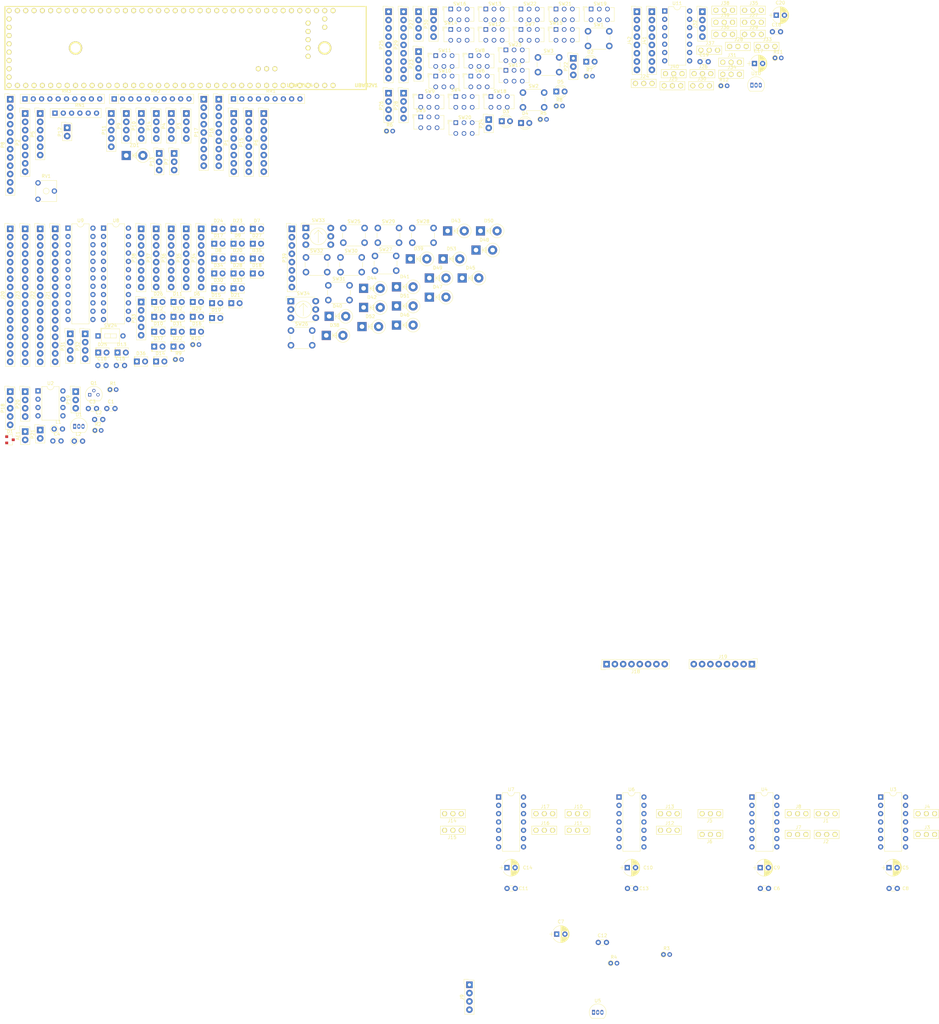
<source format=kicad_pcb>
(kicad_pcb (version 20171130) (host pcbnew 5.1.4)
  (layers (0 F.Cu signal) (31 B.Cu signal) (34 B.Paste user) (35 F.Paste user) (36 B.SilkS user) (37 F.SilkS user) (38 B.Mask user) (39 F.Mask user) (44 Edge.Cuts user))
  (net 0 "")
  (net 1 "Net-(AE1-Pad1)")
  (net 2 +3V3)
  (net 3 +5V)
  (net 4 "Net-(C3-Pad1)")
  (net 5 "Net-(C4-Pad1)")
  (net 6 "Net-(C4-Pad2)")
  (net 7 "Net-(C7-Pad1)")
  (net 8 "Net-(C15-Pad1)")
  (net 9 "Net-(C15-Pad2)")
  (net 10 "Net-(C16-Pad1)")
  (net 11 "Net-(C16-Pad2)")
  (net 12 "Net-(C17-Pad1)")
  (net 13 "Net-(D1-Pad1)")
  (net 14 "Net-(D1-Pad3)")
  (net 15 "Net-(D2-Pad1)")
  (net 16 "Net-(D2-Pad2)")
  (net 17 "Net-(D3-Pad1)")
  (net 18 "Net-(D3-Pad2)")
  (net 19 "Net-(D4-Pad1)")
  (net 20 "Net-(D4-Pad2)")
  (net 21 "Net-(D5-Pad1)")
  (net 22 "Net-(D5-Pad2)")
  (net 23 "Net-(D10-Pad1)")
  (net 24 "Net-(D6-Pad2)")
  (net 25 "Net-(D11-Pad1)")
  (net 26 "Net-(D7-Pad2)")
  (net 27 "Net-(D8-Pad2)")
  (net 28 "Net-(D9-Pad2)")
  (net 29 "Net-(D10-Pad2)")
  (net 30 "Net-(D11-Pad2)")
  (net 31 "Net-(D12-Pad2)")
  (net 32 "Net-(D13-Pad2)")
  (net 33 "Net-(D14-Pad2)")
  (net 34 "Net-(D15-Pad2)")
  (net 35 "Net-(D16-Pad2)")
  (net 36 "Net-(D17-Pad2)")
  (net 37 "Net-(D18-Pad2)")
  (net 38 "Net-(D19-Pad2)")
  (net 39 "Net-(D20-Pad2)")
  (net 40 "Net-(D21-Pad2)")
  (net 41 "Net-(D22-Pad2)")
  (net 42 "Net-(D23-Pad2)")
  (net 43 "Net-(D24-Pad2)")
  (net 44 "Net-(D25-Pad2)")
  (net 45 "Net-(D26-Pad2)")
  (net 46 "Net-(D27-Pad2)")
  (net 47 "Net-(D28-Pad2)")
  (net 48 "Net-(D29-Pad2)")
  (net 49 "Net-(D30-Pad2)")
  (net 50 "Net-(D31-Pad2)")
  (net 51 "Net-(D32-Pad2)")
  (net 52 "Net-(D33-Pad2)")
  (net 53 "Net-(D34-Pad2)")
  (net 54 "Net-(D35-Pad2)")
  (net 55 "Net-(D36-Pad2)")
  (net 56 "Net-(D37-Pad2)")
  (net 57 "Net-(D38-Pad1)")
  (net 58 "Net-(D38-Pad2)")
  (net 59 "Net-(D39-Pad1)")
  (net 60 "Net-(D39-Pad2)")
  (net 61 "Net-(D40-Pad1)")
  (net 62 "Net-(D40-Pad2)")
  (net 63 "Net-(D41-Pad1)")
  (net 64 "Net-(D41-Pad2)")
  (net 65 "Net-(D42-Pad2)")
  (net 66 "Net-(D43-Pad2)")
  (net 67 "Net-(D44-Pad2)")
  (net 68 "Net-(D45-Pad2)")
  (net 69 "Net-(D46-Pad2)")
  (net 70 "Net-(D47-Pad2)")
  (net 71 "Net-(D48-Pad2)")
  (net 72 "Net-(D49-Pad2)")
  (net 73 "Net-(D50-Pad2)")
  (net 74 "Net-(D51-Pad2)")
  (net 75 "Net-(D52-Pad2)")
  (net 76 "Net-(D53-Pad2)")
  (net 77 "Net-(J1-Pad2)")
  (net 78 "Net-(J2-Pad2)")
  (net 79 "Net-(J3-Pad2)")
  (net 80 "Net-(J4-Pad2)")
  (net 81 "Net-(J5-Pad2)")
  (net 82 "Net-(J6-Pad2)")
  (net 83 "Net-(J7-Pad2)")
  (net 84 "Net-(J8-Pad2)")
  (net 85 "Net-(J9-Pad4)")
  (net 86 "Net-(J10-Pad2)")
  (net 87 "Net-(J11-Pad2)")
  (net 88 "Net-(J12-Pad2)")
  (net 89 "Net-(J13-Pad2)")
  (net 90 "Net-(J14-Pad2)")
  (net 91 "Net-(J15-Pad2)")
  (net 92 "Net-(J16-Pad2)")
  (net 93 "Net-(J17-Pad2)")
  (net 94 "Net-(J18-Pad1)")
  (net 95 "Net-(J18-Pad2)")
  (net 96 "Net-(J18-Pad3)")
  (net 97 "Net-(J18-Pad4)")
  (net 98 "Net-(J18-Pad5)")
  (net 99 "Net-(J18-Pad6)")
  (net 100 "Net-(J18-Pad7)")
  (net 101 "Net-(J18-Pad8)")
  (net 102 "Net-(J19-Pad1)")
  (net 103 "Net-(J19-Pad2)")
  (net 104 "Net-(J19-Pad3)")
  (net 105 "Net-(J19-Pad4)")
  (net 106 "Net-(J19-Pad5)")
  (net 107 "Net-(J19-Pad6)")
  (net 108 "Net-(J19-Pad7)")
  (net 109 "Net-(J19-Pad8)")
  (net 110 "Net-(J20-Pad1)")
  (net 111 "Net-(J20-Pad2)")
  (net 112 "Net-(J20-Pad3)")
  (net 113 "Net-(J20-Pad4)")
  (net 114 "Net-(J20-Pad5)")
  (net 115 "Net-(J20-Pad6)")
  (net 116 "Net-(J20-Pad7)")
  (net 117 "Net-(J20-Pad8)")
  (net 118 "Net-(J20-Pad9)")
  (net 119 "Net-(J20-Pad10)")
  (net 120 "Net-(J20-Pad11)")
  (net 121 "Net-(J20-Pad12)")
  (net 122 "Net-(J20-Pad13)")
  (net 123 "Net-(J20-Pad14)")
  (net 124 "Net-(J20-Pad15)")
  (net 125 "Net-(J20-Pad16)")
  (net 126 "Net-(J20-Pad17)")
  (net 127 "Net-(J21-Pad1)")
  (net 128 "Net-(J21-Pad2)")
  (net 129 "Net-(J21-Pad3)")
  (net 130 "Net-(J21-Pad4)")
  (net 131 "Net-(J21-Pad5)")
  (net 132 "Net-(J21-Pad6)")
  (net 133 "Net-(J21-Pad7)")
  (net 134 "Net-(J21-Pad8)")
  (net 135 "Net-(J21-Pad9)")
  (net 136 "Net-(J21-Pad10)")
  (net 137 "Net-(J21-Pad11)")
  (net 138 "Net-(J21-Pad12)")
  (net 139 "Net-(J21-Pad13)")
  (net 140 "Net-(J21-Pad14)")
  (net 141 "Net-(J21-Pad15)")
  (net 142 "Net-(J21-Pad16)")
  (net 143 "Net-(J21-Pad17)")
  (net 144 "Net-(J24-Pad2)")
  (net 145 "Net-(J25-Pad2)")
  (net 146 "Net-(J26-Pad2)")
  (net 147 "Net-(J27-Pad2)")
  (net 148 "Net-(J28-Pad2)")
  (net 149 "Net-(J29-Pad2)")
  (net 150 "Net-(J30-Pad2)")
  (net 151 "Net-(J31-Pad2)")
  (net 152 "Net-(J32-Pad4)")
  (net 153 "Net-(J33-Pad2)")
  (net 154 "Net-(J34-Pad2)")
  (net 155 "Net-(J35-Pad2)")
  (net 156 "Net-(J36-Pad2)")
  (net 157 "Net-(J37-Pad2)")
  (net 158 "Net-(J38-Pad2)")
  (net 159 "Net-(J39-Pad2)")
  (net 160 "Net-(J40-Pad2)")
  (net 161 "Net-(J41-Pad1)")
  (net 162 "Net-(J41-Pad2)")
  (net 163 "Net-(J41-Pad3)")
  (net 164 "Net-(J41-Pad4)")
  (net 165 "Net-(L2-Pad2)")
  (net 166 "Net-(P1-Pad1)")
  (net 167 "Net-(P1-Pad2)")
  (net 168 "Net-(P1-Pad3)")
  (net 169 "Net-(P1-Pad4)")
  (net 170 "Net-(P1-Pad5)")
  (net 171 "Net-(P1-Pad6)")
  (net 172 "Net-(P1-Pad7)")
  (net 173 "Net-(P1-Pad8)")
  (net 174 "Net-(P2-Pad1)")
  (net 175 "Net-(P2-Pad2)")
  (net 176 "Net-(P2-Pad3)")
  (net 177 "Net-(P2-Pad4)")
  (net 178 "Net-(P2-Pad5)")
  (net 179 "Net-(P2-Pad6)")
  (net 180 "Net-(P2-Pad7)")
  (net 181 "Net-(P2-Pad8)")
  (net 182 "Net-(P3-Pad1)")
  (net 183 "Net-(P3-Pad2)")
  (net 184 "Net-(P3-Pad3)")
  (net 185 "Net-(P3-Pad4)")
  (net 186 "Net-(P4-Pad1)")
  (net 187 "Net-(P4-Pad3)")
  (net 188 "Net-(P4-Pad4)")
  (net 189 "Net-(P5-Pad1)")
  (net 190 "Net-(P5-Pad2)")
  (net 191 "Net-(P6-Pad1)")
  (net 192 "Net-(P6-Pad2)")
  (net 193 "Net-(P6-Pad3)")
  (net 194 "Net-(P6-Pad4)")
  (net 195 "Net-(P6-Pad5)")
  (net 196 "Net-(P6-Pad6)")
  (net 197 "Net-(P6-Pad7)")
  (net 198 "Net-(P6-Pad8)")
  (net 199 "Net-(P7-Pad1)")
  (net 200 "Net-(P8-Pad3)")
  (net 201 "Net-(P8-Pad4)")
  (net 202 "Net-(P8-Pad5)")
  (net 203 "Net-(P8-Pad6)")
  (net 204 "Net-(P8-Pad7)")
  (net 205 "Net-(P8-Pad8)")
  (net 206 "Net-(P8-Pad9)")
  (net 207 "Net-(P8-Pad10)")
  (net 208 "Net-(P8-Pad11)")
  (net 209 "Net-(P8-Pad12)")
  (net 210 "Net-(P10-Pad1)")
  (net 211 "Net-(P10-Pad2)")
  (net 212 "Net-(P10-Pad4)")
  (net 213 "Net-(P11-Pad1)")
  (net 214 "Net-(P11-Pad2)")
  (net 215 "Net-(P11-Pad3)")
  (net 216 "Net-(P11-Pad4)")
  (net 217 "Net-(P11-Pad5)")
  (net 218 "Net-(P12-Pad1)")
  (net 219 "Net-(P12-Pad2)")
  (net 220 "Net-(P13-Pad1)")
  (net 221 "Net-(P13-Pad2)")
  (net 222 "Net-(P13-Pad3)")
  (net 223 "Net-(P14-Pad1)")
  (net 224 "Net-(P14-Pad2)")
  (net 225 "Net-(P14-Pad3)")
  (net 226 "Net-(P14-Pad4)")
  (net 227 "Net-(P15-Pad1)")
  (net 228 "Net-(P15-Pad2)")
  (net 229 "Net-(P15-Pad3)")
  (net 230 "Net-(P15-Pad4)")
  (net 231 "Net-(P15-Pad5)")
  (net 232 "Net-(P15-Pad6)")
  (net 233 "Net-(P15-Pad7)")
  (net 234 "Net-(P15-Pad8)")
  (net 235 "Net-(P16-Pad1)")
  (net 236 "Net-(P16-Pad2)")
  (net 237 "Net-(P16-Pad3)")
  (net 238 "Net-(P16-Pad4)")
  (net 239 "Net-(P16-Pad5)")
  (net 240 "Net-(P16-Pad6)")
  (net 241 "Net-(P16-Pad7)")
  (net 242 "Net-(P16-Pad8)")
  (net 243 "Net-(P16-Pad9)")
  (net 244 "Net-(P17-Pad1)")
  (net 245 "Net-(P17-Pad2)")
  (net 246 "Net-(P17-Pad3)")
  (net 247 "Net-(P17-Pad4)")
  (net 248 "Net-(P17-Pad5)")
  (net 249 "Net-(P17-Pad6)")
  (net 250 "Net-(P17-Pad7)")
  (net 251 "Net-(P17-Pad8)")
  (net 252 "Net-(P17-Pad9)")
  (net 253 "Net-(P18-Pad3)")
  (net 254 "Net-(P18-Pad5)")
  (net 255 "Net-(P19-Pad1)")
  (net 256 "Net-(P20-Pad2)")
  (net 257 "Net-(P20-Pad4)")
  (net 258 "Net-(P22-Pad1)")
  (net 259 "Net-(P22-Pad2)")
  (net 260 "Net-(P22-Pad3)")
  (net 261 "Net-(P23-Pad1)")
  (net 262 "Net-(P23-Pad2)")
  (net 263 "Net-(P23-Pad4)")
  (net 264 "Net-(P24-Pad1)")
  (net 265 "Net-(P24-Pad2)")
  (net 266 "Net-(P25-Pad1)")
  (net 267 "Net-(P25-Pad2)")
  (net 268 "Net-(P25-Pad3)")
  (net 269 "Net-(P25-Pad4)")
  (net 270 "Net-(P25-Pad5)")
  (net 271 "Net-(P25-Pad6)")
  (net 272 "Net-(P25-Pad7)")
  (net 273 "Net-(P25-Pad8)")
  (net 274 "Net-(P25-Pad9)")
  (net 275 "Net-(P26-Pad2)")
  (net 276 "Net-(P26-Pad4)")
  (net 277 "Net-(P28-Pad2)")
  (net 278 "Net-(P28-Pad3)")
  (net 279 "Net-(P28-Pad4)")
  (net 280 "Net-(P29-Pad1)")
  (net 281 "Net-(P29-Pad2)")
  (net 282 "Net-(P29-Pad3)")
  (net 283 "Net-(P29-Pad4)")
  (net 284 "Net-(P29-Pad5)")
  (net 285 "Net-(P29-Pad6)")
  (net 286 "Net-(P29-Pad7)")
  (net 287 "Net-(P29-Pad8)")
  (net 288 "Net-(P29-Pad9)")
  (net 289 "Net-(P30-Pad2)")
  (net 290 "Net-(P30-Pad4)")
  (net 291 "Net-(P31-Pad2)")
  (net 292 "Net-(P31-Pad4)")
  (net 293 "Net-(P32-Pad1)")
  (net 294 "Net-(P32-Pad2)")
  (net 295 "Net-(P32-Pad3)")
  (net 296 "Net-(P32-Pad4)")
  (net 297 "Net-(P33-Pad1)")
  (net 298 "Net-(P33-Pad2)")
  (net 299 "Net-(P33-Pad3)")
  (net 300 "Net-(P33-Pad4)")
  (net 301 "Net-(P33-Pad5)")
  (net 302 "Net-(P34-Pad4)")
  (net 303 "Net-(P35-Pad4)")
  (net 304 "Net-(P36-Pad8)")
  (net 305 "Net-(P37-Pad2)")
  (net 306 "Net-(P37-Pad3)")
  (net 307 "Net-(P37-Pad4)")
  (net 308 "Net-(P37-Pad5)")
  (net 309 "Net-(P37-Pad6)")
  (net 310 "Net-(P38-Pad2)")
  (net 311 "Net-(P38-Pad3)")
  (net 312 "Net-(P38-Pad4)")
  (net 313 "Net-(P38-Pad5)")
  (net 314 "Net-(P38-Pad6)")
  (net 315 "Net-(P39-Pad1)")
  (net 316 "Net-(P39-Pad2)")
  (net 317 "Net-(P39-Pad3)")
  (net 318 "Net-(P39-Pad4)")
  (net 319 "Net-(R3-Pad2)")
  (net 320 "Net-(R9-Pad2)")
  (net 321 "Net-(R10-Pad2)")
  (net 322 "Net-(R11-Pad2)")
  (net 323 "Net-(RR2-Pad1)")
  (net 324 "Net-(RV1-Pad2)")
  (net 325 "Net-(SW4-Pad2)")
  (net 326 "Net-(SW4-Pad4)")
  (net 327 "Net-(SW5-Pad2)")
  (net 328 "Net-(SW14-Pad1)")
  (net 329 "Net-(SW14-Pad2)")
  (net 330 "Net-(SW14-Pad3)")
  (net 331 "Net-(SW14-Pad4)")
  (net 332 "Net-(SW15-Pad2)")
  (net 333 "Net-(U2-Pad7)")
  (net 334 "Net-(UBW32V1-Pad98)")
  (net 335 "Net-(UBW32V1-Pad97)")
  (net 336 "Net-(UBW32V1-Pad96)")
  (net 337 "Net-(UBW32V1-Pad88)")
  (net 338 "Net-(UBW32V1-Pad87)")
  (net 339 "Net-(UBW32V1-Pad47)")
  (module Diodes_THT:D_5W_P5.08mm_Vertical_KathodeUp (layer F.Cu) (at 89.32 67.99)
    (fp_text reference ZD1 (at 2.54 -3.114899) (layer F.SilkS))
    (fp_text value ZENER)
    (pad 1 thru_hole rect (at 0 0) (size 2.8 2.8) (drill 1.4) (layers *.Cu *.Mask) (net 324 "Net-(RV1-Pad2)"))
    (pad 2 thru_hole oval (at 5.08 0) (size 2.8 2.8) (drill 1.4) (layers *.Cu *.Mask) (net 212 "Net-(P10-Pad4)"))
  )
  (module UBW32_v24:UBW32_V24 (layer F.Cu) (at 152.5555 46.5455)
    (fp_text reference UBW32V1 (at 10.16 0) (layer F.SilkS) (effects (font (size 1.016 1.016) (thickness 0.254))))
    (fp_text value UBW32V24 (at -10.16 0) (layer F.SilkS) (effects (font (size 1.016 1.016) (thickness 0.254))))
    (pad "" thru_hole circle (at -78.74 -11.43) (size 4.064 4.064) (drill 3.048) (layers *.Cu *.Mask F.SilkS))
    (pad "" thru_hole circle (at -2.54 -11.43) (size 4.064 4.064) (drill 3.048) (layers *.Cu *.Mask F.SilkS))
    (pad 98 thru_hole circle (at -22.86 -5.08) (size 1.524 1.524) (drill 0.79756) (layers *.Cu F.Paste F.SilkS F.Mask) (net 334 "Net-(UBW32V1-Pad98)"))
    (pad 97 thru_hole circle (at -20.32 -5.08) (size 1.524 1.524) (drill 0.79756) (layers *.Cu F.Paste F.SilkS F.Mask) (net 335 "Net-(UBW32V1-Pad97)"))
    (pad 96 thru_hole circle (at -17.78 -5.08) (size 1.524 1.524) (drill 0.79756) (layers *.Cu F.Paste F.SilkS F.Mask) (net 336 "Net-(UBW32V1-Pad96)"))
    (pad 91 thru_hole circle (at -7.62 -8.89) (size 1.524 1.524) (drill 0.79756) (layers *.Cu F.Paste F.SilkS F.Mask) (net 213 "Net-(P11-Pad1)"))
    (pad 92 thru_hole circle (at -7.62 -11.43) (size 1.524 1.524) (drill 0.79756) (layers *.Cu F.Paste F.SilkS F.Mask) (net 214 "Net-(P11-Pad2)"))
    (pad 93 thru_hole circle (at -7.62 -13.97) (size 1.524 1.524) (drill 0.79756) (layers *.Cu F.Paste F.SilkS F.Mask) (net 215 "Net-(P11-Pad3)"))
    (pad 94 thru_hole circle (at -7.62 -16.51) (size 1.524 1.524) (drill 0.79756) (layers *.Cu F.Paste F.SilkS F.Mask) (net 216 "Net-(P11-Pad4)"))
    (pad 95 thru_hole circle (at -7.62 -19.05) (size 1.524 1.524) (drill 0.79756) (layers *.Cu F.Paste F.SilkS F.Mask) (net 217 "Net-(P11-Pad5)"))
    (pad 90 thru_hole circle (at -2.54 -17.78) (size 1.524 1.524) (drill 0.79756) (layers *.Cu F.Paste F.SilkS F.Mask) (net 210 "Net-(P10-Pad1)"))
    (pad 89 thru_hole circle (at -2.54 -20.32) (size 1.524 1.524) (drill 0.79756) (layers *.Cu F.Paste F.SilkS F.Mask) (net 211 "Net-(P10-Pad2)"))
    (pad 88 thru_hole circle (at 0 -22.86) (size 1.524 1.524) (drill 0.79756) (layers *.Cu F.Paste F.SilkS F.Mask) (net 337 "Net-(UBW32V1-Pad88)"))
    (pad 87 thru_hole circle (at -2.54 -22.86) (size 1.524 1.524) (drill 0.79756) (layers *.Cu F.Paste F.SilkS F.Mask) (net 338 "Net-(UBW32V1-Pad87)"))
    (pad 86 thru_hole circle (at -5.08 -22.86) (size 1.524 1.524) (drill 0.79756) (layers *.Cu F.Paste F.SilkS F.Mask) (net 2 +3V3))
    (pad 85 thru_hole circle (at -7.62 -22.86) (size 1.524 1.524) (drill 0.79756) (layers *.Cu F.Paste F.SilkS F.Mask) (net 323 "Net-(RR2-Pad1)"))
    (pad 84 thru_hole circle (at -10.16 -22.86) (size 1.524 1.524) (drill 0.79756) (layers *.Cu F.Paste F.SilkS F.Mask) (net 252 "Net-(P17-Pad9)"))
    (pad 83 thru_hole circle (at -12.7 -22.86) (size 1.524 1.524) (drill 0.79756) (layers *.Cu F.Paste F.SilkS F.Mask) (net 251 "Net-(P17-Pad8)"))
    (pad 82 thru_hole circle (at -15.24 -22.86) (size 1.524 1.524) (drill 0.79756) (layers *.Cu F.Paste F.SilkS F.Mask) (net 250 "Net-(P17-Pad7)"))
    (pad 81 thru_hole circle (at -17.78 -22.86) (size 1.524 1.524) (drill 0.79756) (layers *.Cu F.Paste F.SilkS F.Mask) (net 218 "Net-(P12-Pad1)"))
    (pad 80 thru_hole circle (at -20.32 -22.86) (size 1.524 1.524) (drill 0.79756) (layers *.Cu F.Paste F.SilkS F.Mask) (net 249 "Net-(P17-Pad6)"))
    (pad 79 thru_hole circle (at -22.86 -22.86) (size 1.524 1.524) (drill 0.79756) (layers *.Cu F.Paste F.SilkS F.Mask) (net 199 "Net-(P7-Pad1)"))
    (pad 78 thru_hole circle (at -25.4 -22.86) (size 1.524 1.524) (drill 0.79756) (layers *.Cu F.Paste F.SilkS F.Mask) (net 188 "Net-(P4-Pad4)"))
    (pad 77 thru_hole circle (at -27.94 -22.86) (size 1.524 1.524) (drill 0.79756) (layers *.Cu F.Paste F.SilkS F.Mask) (net 248 "Net-(P17-Pad5)"))
    (pad 76 thru_hole circle (at -30.48 -22.86) (size 1.524 1.524) (drill 0.79756) (layers *.Cu F.Paste F.SilkS F.Mask) (net 247 "Net-(P17-Pad4)"))
    (pad 75 thru_hole circle (at -33.02 -22.86) (size 1.524 1.524) (drill 0.79756) (layers *.Cu F.Paste F.SilkS F.Mask) (net 246 "Net-(P17-Pad3)"))
    (pad 74 thru_hole circle (at -35.56 -22.86) (size 1.524 1.524) (drill 0.79756) (layers *.Cu F.Paste F.SilkS F.Mask) (net 245 "Net-(P17-Pad2)"))
    (pad 73 thru_hole circle (at -38.1 -22.86) (size 1.524 1.524) (drill 0.79756) (layers *.Cu F.Paste F.SilkS F.Mask) (net 244 "Net-(P17-Pad1)"))
    (pad 72 thru_hole circle (at -40.64 -22.86) (size 1.524 1.524) (drill 0.79756) (layers *.Cu F.Paste F.SilkS F.Mask) (net 243 "Net-(P16-Pad9)"))
    (pad 71 thru_hole circle (at -43.18 -22.86) (size 1.524 1.524) (drill 0.79756) (layers *.Cu F.Paste F.SilkS F.Mask) (net 242 "Net-(P16-Pad8)"))
    (pad 70 thru_hole circle (at -45.72 -22.86) (size 1.524 1.524) (drill 0.79756) (layers *.Cu F.Paste F.SilkS F.Mask) (net 241 "Net-(P16-Pad7)"))
    (pad 69 thru_hole circle (at -48.26 -22.86) (size 1.524 1.524) (drill 0.79756) (layers *.Cu F.Paste F.SilkS F.Mask) (net 240 "Net-(P16-Pad6)"))
    (pad 68 thru_hole circle (at -50.8 -22.86) (size 1.524 1.524) (drill 0.79756) (layers *.Cu F.Paste F.SilkS F.Mask) (net 239 "Net-(P16-Pad5)"))
    (pad 67 thru_hole circle (at -53.34 -22.86) (size 1.524 1.524) (drill 0.79756) (layers *.Cu F.Paste F.SilkS F.Mask) (net 238 "Net-(P16-Pad4)"))
    (pad 66 thru_hole circle (at -55.88 -22.86) (size 1.524 1.524) (drill 0.79756) (layers *.Cu F.Paste F.SilkS F.Mask) (net 237 "Net-(P16-Pad3)"))
    (pad 65 thru_hole circle (at -58.42 -22.86) (size 1.524 1.524) (drill 0.79756) (layers *.Cu F.Paste F.SilkS F.Mask) (net 236 "Net-(P16-Pad2)"))
    (pad 64 thru_hole circle (at -60.96 -22.86) (size 1.524 1.524) (drill 0.79756) (layers *.Cu F.Paste F.SilkS F.Mask) (net 235 "Net-(P16-Pad1)"))
    (pad 63 thru_hole circle (at -63.5 -22.86) (size 1.524 1.524) (drill 0.79756) (layers *.Cu F.Paste F.SilkS F.Mask) (net 226 "Net-(P14-Pad4)"))
    (pad 62 thru_hole circle (at -66.04 -22.86) (size 1.524 1.524) (drill 0.79756) (layers *.Cu F.Paste F.SilkS F.Mask) (net 225 "Net-(P14-Pad3)"))
    (pad 61 thru_hole circle (at -68.58 -22.86) (size 1.524 1.524) (drill 0.79756) (layers *.Cu F.Paste F.SilkS F.Mask) (net 234 "Net-(P15-Pad8)"))
    (pad 60 thru_hole circle (at -71.12 -22.86) (size 1.524 1.524) (drill 0.79756) (layers *.Cu F.Paste F.SilkS F.Mask) (net 233 "Net-(P15-Pad7)"))
    (pad 59 thru_hole circle (at -73.66 -22.86) (size 1.524 1.524) (drill 0.79756) (layers *.Cu F.Paste F.SilkS F.Mask) (net 232 "Net-(P15-Pad6)"))
    (pad 58 thru_hole circle (at -76.2 -22.86) (size 1.524 1.524) (drill 0.79756) (layers *.Cu F.Paste F.SilkS F.Mask) (net 224 "Net-(P14-Pad2)"))
    (pad 57 thru_hole circle (at -78.74 -22.86) (size 1.524 1.524) (drill 0.79756) (layers *.Cu F.Paste F.SilkS F.Mask) (net 223 "Net-(P14-Pad1)"))
    (pad 56 thru_hole circle (at -81.28 -22.86) (size 1.524 1.524) (drill 0.79756) (layers *.Cu F.Paste F.SilkS F.Mask) (net 231 "Net-(P15-Pad5)"))
    (pad 55 thru_hole circle (at -83.82 -22.86) (size 1.524 1.524) (drill 0.79756) (layers *.Cu F.Paste F.SilkS F.Mask) (net 230 "Net-(P15-Pad4)"))
    (pad 54 thru_hole circle (at -86.36 -22.86) (size 1.524 1.524) (drill 0.79756) (layers *.Cu F.Paste F.SilkS F.Mask) (net 229 "Net-(P15-Pad3)"))
    (pad 53 thru_hole circle (at -88.9 -22.86) (size 1.524 1.524) (drill 0.79756) (layers *.Cu F.Paste F.SilkS F.Mask) (net 222 "Net-(P13-Pad3)"))
    (pad 52 thru_hole circle (at -91.44 -22.86) (size 1.524 1.524) (drill 0.79756) (layers *.Cu F.Paste F.SilkS F.Mask) (net 221 "Net-(P13-Pad2)"))
    (pad 51 thru_hole circle (at -93.98 -22.86) (size 1.524 1.524) (drill 0.79756) (layers *.Cu F.Paste F.SilkS F.Mask) (net 228 "Net-(P15-Pad2)"))
    (pad 50 thru_hole circle (at -96.52 -22.86) (size 1.524 1.524) (drill 0.79756) (layers *.Cu F.Paste F.SilkS F.Mask) (net 227 "Net-(P15-Pad1)"))
    (pad 49 thru_hole circle (at -99.06 -22.86) (size 1.524 1.524) (drill 0.79756) (layers *.Cu F.Paste F.SilkS F.Mask) (net 199 "Net-(P7-Pad1)"))
    (pad 1 thru_hole circle (at 0 0) (size 1.524 1.524) (drill 0.79756) (layers *.Cu F.Paste F.SilkS F.Mask) (net 2 +3V3))
    (pad 2 thru_hole circle (at -2.54 0) (size 1.524 1.524) (drill 0.79756) (layers *.Cu F.Paste F.SilkS F.Mask) (net 3 +5V))
    (pad 3 thru_hole circle (at -5.08 0) (size 1.524 1.524) (drill 0.79756) (layers *.Cu F.Paste F.SilkS F.Mask) (net 2 +3V3))
    (pad 4 thru_hole circle (at -7.62 0) (size 1.524 1.524) (drill 0.79756) (layers *.Cu F.Paste F.SilkS F.Mask) (net 209 "Net-(P8-Pad12)"))
    (pad 5 thru_hole circle (at -10.16 0) (size 1.524 1.524) (drill 0.79756) (layers *.Cu F.Paste F.SilkS F.Mask) (net 208 "Net-(P8-Pad11)"))
    (pad 6 thru_hole circle (at -12.7 0) (size 1.524 1.524) (drill 0.79756) (layers *.Cu F.Paste F.SilkS F.Mask) (net 195 "Net-(P6-Pad5)"))
    (pad 7 thru_hole circle (at -15.24 0) (size 1.524 1.524) (drill 0.79756) (layers *.Cu F.Paste F.SilkS F.Mask) (net 194 "Net-(P6-Pad4)"))
    (pad 8 thru_hole circle (at -17.78 0) (size 1.524 1.524) (drill 0.79756) (layers *.Cu F.Paste F.SilkS F.Mask) (net 197 "Net-(P6-Pad7)"))
    (pad 9 thru_hole circle (at -20.32 0) (size 1.524 1.524) (drill 0.79756) (layers *.Cu F.Paste F.SilkS F.Mask) (net 196 "Net-(P6-Pad6)"))
    (pad 10 thru_hole circle (at -22.86 0) (size 1.524 1.524) (drill 0.79756) (layers *.Cu F.Paste F.SilkS F.Mask) (net 207 "Net-(P8-Pad10)"))
    (pad 11 thru_hole circle (at -25.4 0) (size 1.524 1.524) (drill 0.79756) (layers *.Cu F.Paste F.SilkS F.Mask) (net 206 "Net-(P8-Pad9)"))
    (pad 12 thru_hole circle (at -27.94 0) (size 1.524 1.524) (drill 0.79756) (layers *.Cu F.Paste F.SilkS F.Mask) (net 205 "Net-(P8-Pad8)"))
    (pad 13 thru_hole circle (at -30.48 0) (size 1.524 1.524) (drill 0.79756) (layers *.Cu F.Paste F.SilkS F.Mask) (net 204 "Net-(P8-Pad7)"))
    (pad 14 thru_hole circle (at -33.02 0) (size 1.524 1.524) (drill 0.79756) (layers *.Cu F.Paste F.SilkS F.Mask) (net 203 "Net-(P8-Pad6)"))
    (pad 15 thru_hole circle (at -35.56 0) (size 1.524 1.524) (drill 0.79756) (layers *.Cu F.Paste F.SilkS F.Mask) (net 202 "Net-(P8-Pad5)"))
    (pad 16 thru_hole circle (at -38.1 0) (size 1.524 1.524) (drill 0.79756) (layers *.Cu F.Paste F.SilkS F.Mask) (net 181 "Net-(P2-Pad8)"))
    (pad 17 thru_hole circle (at -40.64 0) (size 1.524 1.524) (drill 0.79756) (layers *.Cu F.Paste F.SilkS F.Mask) (net 180 "Net-(P2-Pad7)"))
    (pad 18 thru_hole circle (at -43.18 0) (size 1.524 1.524) (drill 0.79756) (layers *.Cu F.Paste F.SilkS F.Mask) (net 179 "Net-(P2-Pad6)"))
    (pad 19 thru_hole circle (at -45.72 0) (size 1.524 1.524) (drill 0.79756) (layers *.Cu F.Paste F.SilkS F.Mask) (net 178 "Net-(P2-Pad5)"))
    (pad 20 thru_hole circle (at -48.26 0) (size 1.524 1.524) (drill 0.79756) (layers *.Cu F.Paste F.SilkS F.Mask) (net 201 "Net-(P8-Pad4)"))
    (pad 21 thru_hole circle (at -50.8 0) (size 1.524 1.524) (drill 0.79756) (layers *.Cu F.Paste F.SilkS F.Mask) (net 200 "Net-(P8-Pad3)"))
    (pad 22 thru_hole circle (at -53.34 0) (size 1.524 1.524) (drill 0.79756) (layers *.Cu F.Paste F.SilkS F.Mask) (net 193 "Net-(P6-Pad3)"))
    (pad 23 thru_hole circle (at -55.88 0) (size 1.524 1.524) (drill 0.79756) (layers *.Cu F.Paste F.SilkS F.Mask) (net 177 "Net-(P2-Pad4)"))
    (pad 24 thru_hole circle (at -58.42 0) (size 1.524 1.524) (drill 0.79756) (layers *.Cu F.Paste F.SilkS F.Mask) (net 176 "Net-(P2-Pad3)"))
    (pad 25 thru_hole circle (at -60.96 0) (size 1.524 1.524) (drill 0.79756) (layers *.Cu F.Paste F.SilkS F.Mask) (net 175 "Net-(P2-Pad2)"))
    (pad 26 thru_hole circle (at -63.5 0) (size 1.524 1.524) (drill 0.79756) (layers *.Cu F.Paste F.SilkS F.Mask) (net 174 "Net-(P2-Pad1)"))
    (pad 27 thru_hole circle (at -66.04 0) (size 1.524 1.524) (drill 0.79756) (layers *.Cu F.Paste F.SilkS F.Mask) (net 190 "Net-(P5-Pad2)"))
    (pad 28 thru_hole circle (at -68.58 0) (size 1.524 1.524) (drill 0.79756) (layers *.Cu F.Paste F.SilkS F.Mask) (net 189 "Net-(P5-Pad1)"))
    (pad 29 thru_hole circle (at -71.12 0) (size 1.524 1.524) (drill 0.79756) (layers *.Cu F.Paste F.SilkS F.Mask) (net 173 "Net-(P1-Pad8)"))
    (pad 30 thru_hole circle (at -73.66 0) (size 1.524 1.524) (drill 0.79756) (layers *.Cu F.Paste F.SilkS F.Mask) (net 172 "Net-(P1-Pad7)"))
    (pad 31 thru_hole circle (at -76.2 0) (size 1.524 1.524) (drill 0.79756) (layers *.Cu F.Paste F.SilkS F.Mask) (net 171 "Net-(P1-Pad6)"))
    (pad 32 thru_hole circle (at -78.74 0) (size 1.524 1.524) (drill 0.79756) (layers *.Cu F.Paste F.SilkS F.Mask) (net 187 "Net-(P4-Pad3)"))
    (pad 33 thru_hole circle (at -81.28 0) (size 1.524 1.524) (drill 0.79756) (layers *.Cu F.Paste F.SilkS F.Mask) (net 185 "Net-(P3-Pad4)"))
    (pad 34 thru_hole circle (at -83.82 0) (size 1.524 1.524) (drill 0.79756) (layers *.Cu F.Paste F.SilkS F.Mask) (net 192 "Net-(P6-Pad2)"))
    (pad 35 thru_hole circle (at -86.36 0) (size 1.524 1.524) (drill 0.79756) (layers *.Cu F.Paste F.SilkS F.Mask) (net 198 "Net-(P6-Pad8)"))
    (pad 36 thru_hole circle (at -88.9 0) (size 1.524 1.524) (drill 0.79756) (layers *.Cu F.Paste F.SilkS F.Mask) (net 191 "Net-(P6-Pad1)"))
    (pad 37 thru_hole circle (at -91.44 0) (size 1.524 1.524) (drill 0.79756) (layers *.Cu F.Paste F.SilkS F.Mask) (net 183 "Net-(P3-Pad2)"))
    (pad 38 thru_hole circle (at -93.98 0) (size 1.524 1.524) (drill 0.79756) (layers *.Cu F.Paste F.SilkS F.Mask) (net 184 "Net-(P3-Pad3)"))
    (pad 39 thru_hole circle (at -96.52 0) (size 1.524 1.524) (drill 0.79756) (layers *.Cu F.Paste F.SilkS F.Mask) (net 182 "Net-(P3-Pad1)"))
    (pad 40 thru_hole circle (at -99.06 0) (size 1.524 1.524) (drill 0.79756) (layers *.Cu F.Paste F.SilkS F.Mask) (net 186 "Net-(P4-Pad1)"))
    (pad 41 thru_hole circle (at -99.06 -2.54) (size 1.524 1.524) (drill 0.79756) (layers *.Cu F.Paste F.SilkS F.Mask) (net 170 "Net-(P1-Pad5)"))
    (pad 42 thru_hole circle (at -99.06 -5.08) (size 1.524 1.524) (drill 0.79756) (layers *.Cu F.Paste F.SilkS F.Mask) (net 169 "Net-(P1-Pad4)"))
    (pad 43 thru_hole circle (at -99.06 -7.62) (size 1.524 1.524) (drill 0.79756) (layers *.Cu F.Paste F.SilkS F.Mask) (net 168 "Net-(P1-Pad3)"))
    (pad 44 thru_hole circle (at -99.06 -10.16) (size 1.524 1.524) (drill 0.79756) (layers *.Cu F.Paste F.SilkS F.Mask) (net 167 "Net-(P1-Pad2)"))
    (pad 45 thru_hole circle (at -99.06 -12.7) (size 1.524 1.524) (drill 0.79756) (layers *.Cu F.Paste F.SilkS F.Mask) (net 166 "Net-(P1-Pad1)"))
    (pad 46 thru_hole circle (at -99.06 -15.24) (size 1.524 1.524) (drill 0.79756) (layers *.Cu F.Paste F.SilkS F.Mask) (net 219 "Net-(P12-Pad2)"))
    (pad 47 thru_hole circle (at -99.06 -17.78) (size 1.524 1.524) (drill 0.79756) (layers *.Cu F.Paste F.SilkS F.Mask) (net 339 "Net-(UBW32V1-Pad47)"))
    (pad 48 thru_hole circle (at -99.06 -20.32) (size 1.524 1.524) (drill 0.79756) (layers *.Cu F.Paste F.SilkS F.Mask) (net 220 "Net-(P13-Pad1)"))
  )
  (module Housings_DIP:DIP-14_W7.62mm (layer F.Cu) (at 254 23.8)
    (fp_text reference U11 (at 3.81 -2.33) (layer F.SilkS))
    (fp_text value LM324)
    (pad 1 thru_hole rect (at 0 0) (size 1.6 1.6) (drill 0.8) (layers *.Cu *.Mask) (net 164 "Net-(J41-Pad4)"))
    (pad 8 thru_hole oval (at 7.62 15.24) (size 1.6 1.6) (drill 0.8) (layers *.Cu *.Mask) (net 162 "Net-(J41-Pad2)"))
    (pad 2 thru_hole oval (at 0 2.54) (size 1.6 1.6) (drill 0.8) (layers *.Cu *.Mask) (net 164 "Net-(J41-Pad4)"))
    (pad 9 thru_hole oval (at 7.62 12.7) (size 1.6 1.6) (drill 0.8) (layers *.Cu *.Mask) (net 162 "Net-(J41-Pad2)"))
    (pad 3 thru_hole oval (at 0 5.08) (size 1.6 1.6) (drill 0.8) (layers *.Cu *.Mask) (net 153 "Net-(J33-Pad2)"))
    (pad 10 thru_hole oval (at 7.62 10.16) (size 1.6 1.6) (drill 0.8) (layers *.Cu *.Mask) (net 157 "Net-(J37-Pad2)"))
    (pad 4 thru_hole oval (at 0 7.62) (size 1.6 1.6) (drill 0.8) (layers *.Cu *.Mask) (net 3 +5V))
    (pad 11 thru_hole oval (at 7.62 7.62) (size 1.6 1.6) (drill 0.8) (layers *.Cu *.Mask) (net 2 +3V3))
    (pad 5 thru_hole oval (at 0 10.16) (size 1.6 1.6) (drill 0.8) (layers *.Cu *.Mask) (net 155 "Net-(J35-Pad2)"))
    (pad 12 thru_hole oval (at 7.62 5.08) (size 1.6 1.6) (drill 0.8) (layers *.Cu *.Mask) (net 159 "Net-(J39-Pad2)"))
    (pad 6 thru_hole oval (at 0 12.7) (size 1.6 1.6) (drill 0.8) (layers *.Cu *.Mask) (net 163 "Net-(J41-Pad3)"))
    (pad 13 thru_hole oval (at 7.62 2.54) (size 1.6 1.6) (drill 0.8) (layers *.Cu *.Mask) (net 161 "Net-(J41-Pad1)"))
    (pad 7 thru_hole oval (at 0 15.24) (size 1.6 1.6) (drill 0.8) (layers *.Cu *.Mask) (net 163 "Net-(J41-Pad3)"))
    (pad 14 thru_hole oval (at 7.62 0) (size 1.6 1.6) (drill 0.8) (layers *.Cu *.Mask) (net 161 "Net-(J41-Pad1)"))
  )
  (module TO_SOT_Packages_THT:TO-92_Inline_Narrow_Oval (layer F.Cu) (at 280.67 46.49)
    (fp_text reference U10 (at 1.27 -3.56) (layer F.SilkS))
    (fp_text value LM117_TO3)
    (pad 2 thru_hole oval (at 1.27 0 180) (size 0.9 1.5) (drill 0.6) (layers *.Cu *.Mask) (net 2 +3V3))
    (pad 3 thru_hole oval (at 2.54 0 180) (size 0.9 1.5) (drill 0.6) (layers *.Cu *.Mask) (net 12 "Net-(C17-Pad1)"))
    (pad 1 thru_hole rect (at 0 0 180) (size 0.9 1.5) (drill 0.6) (layers *.Cu *.Mask) (net 322 "Net-(R11-Pad2)"))
  )
  (module Housings_DIP:DIP-24_W7.62mm (layer F.Cu) (at 71.52 90.2)
    (fp_text reference U9 (at 3.81 -2.33) (layer F.SilkS))
    (fp_text value MAX6969)
    (pad 1 thru_hole rect (at 0 0) (size 1.6 1.6) (drill 0.8) (layers *.Cu *.Mask) (net 10 "Net-(C16-Pad1)"))
    (pad 13 thru_hole oval (at 7.62 27.94) (size 1.6 1.6) (drill 0.8) (layers *.Cu *.Mask) (net 136 "Net-(J21-Pad10)"))
    (pad 2 thru_hole oval (at 0 2.54) (size 1.6 1.6) (drill 0.8) (layers *.Cu *.Mask) (net 313 "Net-(P38-Pad5)"))
    (pad 14 thru_hole oval (at 7.62 25.4) (size 1.6 1.6) (drill 0.8) (layers *.Cu *.Mask) (net 137 "Net-(J21-Pad11)"))
    (pad 3 thru_hole oval (at 0 5.08) (size 1.6 1.6) (drill 0.8) (layers *.Cu *.Mask) (net 314 "Net-(P38-Pad6)"))
    (pad 15 thru_hole oval (at 7.62 22.86) (size 1.6 1.6) (drill 0.8) (layers *.Cu *.Mask) (net 138 "Net-(J21-Pad12)"))
    (pad 4 thru_hole oval (at 0 7.62) (size 1.6 1.6) (drill 0.8) (layers *.Cu *.Mask) (net 311 "Net-(P38-Pad3)"))
    (pad 16 thru_hole oval (at 7.62 20.32) (size 1.6 1.6) (drill 0.8) (layers *.Cu *.Mask) (net 139 "Net-(J21-Pad13)"))
    (pad 5 thru_hole oval (at 0 10.16) (size 1.6 1.6) (drill 0.8) (layers *.Cu *.Mask) (net 128 "Net-(J21-Pad2)"))
    (pad 17 thru_hole oval (at 7.62 17.78) (size 1.6 1.6) (drill 0.8) (layers *.Cu *.Mask) (net 140 "Net-(J21-Pad14)"))
    (pad 6 thru_hole oval (at 0 12.7) (size 1.6 1.6) (drill 0.8) (layers *.Cu *.Mask) (net 129 "Net-(J21-Pad3)"))
    (pad 18 thru_hole oval (at 7.62 15.24) (size 1.6 1.6) (drill 0.8) (layers *.Cu *.Mask) (net 141 "Net-(J21-Pad15)"))
    (pad 7 thru_hole oval (at 0 15.24) (size 1.6 1.6) (drill 0.8) (layers *.Cu *.Mask) (net 130 "Net-(J21-Pad4)"))
    (pad 19 thru_hole oval (at 7.62 12.7) (size 1.6 1.6) (drill 0.8) (layers *.Cu *.Mask) (net 142 "Net-(J21-Pad16)"))
    (pad 8 thru_hole oval (at 0 17.78) (size 1.6 1.6) (drill 0.8) (layers *.Cu *.Mask) (net 131 "Net-(J21-Pad5)"))
    (pad 20 thru_hole oval (at 7.62 10.16) (size 1.6 1.6) (drill 0.8) (layers *.Cu *.Mask) (net 143 "Net-(J21-Pad17)"))
    (pad 9 thru_hole oval (at 0 20.32) (size 1.6 1.6) (drill 0.8) (layers *.Cu *.Mask) (net 132 "Net-(J21-Pad6)"))
    (pad 21 thru_hole oval (at 7.62 7.62) (size 1.6 1.6) (drill 0.8) (layers *.Cu *.Mask) (net 310 "Net-(P38-Pad2)"))
    (pad 10 thru_hole oval (at 0 22.86) (size 1.6 1.6) (drill 0.8) (layers *.Cu *.Mask) (net 133 "Net-(J21-Pad7)"))
    (pad 22 thru_hole oval (at 7.62 5.08) (size 1.6 1.6) (drill 0.8) (layers *.Cu *.Mask) (net 312 "Net-(P38-Pad4)"))
    (pad 11 thru_hole oval (at 0 25.4) (size 1.6 1.6) (drill 0.8) (layers *.Cu *.Mask) (net 134 "Net-(J21-Pad8)"))
    (pad 23 thru_hole oval (at 7.62 2.54) (size 1.6 1.6) (drill 0.8) (layers *.Cu *.Mask) (net 321 "Net-(R10-Pad2)"))
    (pad 12 thru_hole oval (at 0 27.94) (size 1.6 1.6) (drill 0.8) (layers *.Cu *.Mask) (net 135 "Net-(J21-Pad9)"))
    (pad 24 thru_hole oval (at 7.62 0) (size 1.6 1.6) (drill 0.8) (layers *.Cu *.Mask) (net 11 "Net-(C16-Pad2)"))
  )
  (module Housings_DIP:DIP-24_W7.62mm (layer F.Cu) (at 82.37 90.2)
    (fp_text reference U8 (at 3.81 -2.33) (layer F.SilkS))
    (fp_text value MAX6969)
    (pad 1 thru_hole rect (at 0 0) (size 1.6 1.6) (drill 0.8) (layers *.Cu *.Mask) (net 8 "Net-(C15-Pad1)"))
    (pad 13 thru_hole oval (at 7.62 27.94) (size 1.6 1.6) (drill 0.8) (layers *.Cu *.Mask) (net 119 "Net-(J20-Pad10)"))
    (pad 2 thru_hole oval (at 0 2.54) (size 1.6 1.6) (drill 0.8) (layers *.Cu *.Mask) (net 308 "Net-(P37-Pad5)"))
    (pad 14 thru_hole oval (at 7.62 25.4) (size 1.6 1.6) (drill 0.8) (layers *.Cu *.Mask) (net 120 "Net-(J20-Pad11)"))
    (pad 3 thru_hole oval (at 0 5.08) (size 1.6 1.6) (drill 0.8) (layers *.Cu *.Mask) (net 309 "Net-(P37-Pad6)"))
    (pad 15 thru_hole oval (at 7.62 22.86) (size 1.6 1.6) (drill 0.8) (layers *.Cu *.Mask) (net 121 "Net-(J20-Pad12)"))
    (pad 4 thru_hole oval (at 0 7.62) (size 1.6 1.6) (drill 0.8) (layers *.Cu *.Mask) (net 306 "Net-(P37-Pad3)"))
    (pad 16 thru_hole oval (at 7.62 20.32) (size 1.6 1.6) (drill 0.8) (layers *.Cu *.Mask) (net 122 "Net-(J20-Pad13)"))
    (pad 5 thru_hole oval (at 0 10.16) (size 1.6 1.6) (drill 0.8) (layers *.Cu *.Mask) (net 111 "Net-(J20-Pad2)"))
    (pad 17 thru_hole oval (at 7.62 17.78) (size 1.6 1.6) (drill 0.8) (layers *.Cu *.Mask) (net 123 "Net-(J20-Pad14)"))
    (pad 6 thru_hole oval (at 0 12.7) (size 1.6 1.6) (drill 0.8) (layers *.Cu *.Mask) (net 112 "Net-(J20-Pad3)"))
    (pad 18 thru_hole oval (at 7.62 15.24) (size 1.6 1.6) (drill 0.8) (layers *.Cu *.Mask) (net 124 "Net-(J20-Pad15)"))
    (pad 7 thru_hole oval (at 0 15.24) (size 1.6 1.6) (drill 0.8) (layers *.Cu *.Mask) (net 113 "Net-(J20-Pad4)"))
    (pad 19 thru_hole oval (at 7.62 12.7) (size 1.6 1.6) (drill 0.8) (layers *.Cu *.Mask) (net 125 "Net-(J20-Pad16)"))
    (pad 8 thru_hole oval (at 0 17.78) (size 1.6 1.6) (drill 0.8) (layers *.Cu *.Mask) (net 114 "Net-(J20-Pad5)"))
    (pad 20 thru_hole oval (at 7.62 10.16) (size 1.6 1.6) (drill 0.8) (layers *.Cu *.Mask) (net 126 "Net-(J20-Pad17)"))
    (pad 9 thru_hole oval (at 0 20.32) (size 1.6 1.6) (drill 0.8) (layers *.Cu *.Mask) (net 115 "Net-(J20-Pad6)"))
    (pad 21 thru_hole oval (at 7.62 7.62) (size 1.6 1.6) (drill 0.8) (layers *.Cu *.Mask) (net 305 "Net-(P37-Pad2)"))
    (pad 10 thru_hole oval (at 0 22.86) (size 1.6 1.6) (drill 0.8) (layers *.Cu *.Mask) (net 116 "Net-(J20-Pad7)"))
    (pad 22 thru_hole oval (at 7.62 5.08) (size 1.6 1.6) (drill 0.8) (layers *.Cu *.Mask) (net 307 "Net-(P37-Pad4)"))
    (pad 11 thru_hole oval (at 0 25.4) (size 1.6 1.6) (drill 0.8) (layers *.Cu *.Mask) (net 117 "Net-(J20-Pad8)"))
    (pad 23 thru_hole oval (at 7.62 2.54) (size 1.6 1.6) (drill 0.8) (layers *.Cu *.Mask) (net 320 "Net-(R9-Pad2)"))
    (pad 12 thru_hole oval (at 0 27.94) (size 1.6 1.6) (drill 0.8) (layers *.Cu *.Mask) (net 118 "Net-(J20-Pad9)"))
    (pad 24 thru_hole oval (at 7.62 0) (size 1.6 1.6) (drill 0.8) (layers *.Cu *.Mask) (net 9 "Net-(C15-Pad2)"))
  )
  (module Housings_DIP:DIP-14_W7.62mm (layer F.Cu) (at 203.2 264.16)
    (fp_text reference U7 (at 3.81 -2.33) (layer F.SilkS))
    (fp_text value LM324)
    (pad 1 thru_hole rect (at 0 0) (size 1.6 1.6) (drill 0.8) (layers *.Cu *.Mask) (net 95 "Net-(J18-Pad2)"))
    (pad 8 thru_hole oval (at 7.62 15.24) (size 1.6 1.6) (drill 0.8) (layers *.Cu *.Mask) (net 94 "Net-(J18-Pad1)"))
    (pad 2 thru_hole oval (at 0 2.54) (size 1.6 1.6) (drill 0.8) (layers *.Cu *.Mask) (net 95 "Net-(J18-Pad2)"))
    (pad 9 thru_hole oval (at 7.62 12.7) (size 1.6 1.6) (drill 0.8) (layers *.Cu *.Mask) (net 94 "Net-(J18-Pad1)"))
    (pad 3 thru_hole oval (at 0 5.08) (size 1.6 1.6) (drill 0.8) (layers *.Cu *.Mask) (net 90 "Net-(J14-Pad2)"))
    (pad 10 thru_hole oval (at 7.62 10.16) (size 1.6 1.6) (drill 0.8) (layers *.Cu *.Mask) (net 92 "Net-(J16-Pad2)"))
    (pad 4 thru_hole oval (at 0 7.62) (size 1.6 1.6) (drill 0.8) (layers *.Cu *.Mask) (net 3 +5V))
    (pad 11 thru_hole oval (at 7.62 7.62) (size 1.6 1.6) (drill 0.8) (layers *.Cu *.Mask) (net 2 +3V3))
    (pad 5 thru_hole oval (at 0 10.16) (size 1.6 1.6) (drill 0.8) (layers *.Cu *.Mask) (net 91 "Net-(J15-Pad2)"))
    (pad 12 thru_hole oval (at 7.62 5.08) (size 1.6 1.6) (drill 0.8) (layers *.Cu *.Mask) (net 93 "Net-(J17-Pad2)"))
    (pad 6 thru_hole oval (at 0 12.7) (size 1.6 1.6) (drill 0.8) (layers *.Cu *.Mask) (net 108 "Net-(J19-Pad7)"))
    (pad 13 thru_hole oval (at 7.62 2.54) (size 1.6 1.6) (drill 0.8) (layers *.Cu *.Mask) (net 109 "Net-(J19-Pad8)"))
    (pad 7 thru_hole oval (at 0 15.24) (size 1.6 1.6) (drill 0.8) (layers *.Cu *.Mask) (net 108 "Net-(J19-Pad7)"))
    (pad 14 thru_hole oval (at 7.62 0) (size 1.6 1.6) (drill 0.8) (layers *.Cu *.Mask) (net 109 "Net-(J19-Pad8)"))
  )
  (module Housings_DIP:DIP-14_W7.62mm (layer F.Cu) (at 240.03 264.16)
    (fp_text reference U6 (at 3.81 -2.33) (layer F.SilkS))
    (fp_text value LM324)
    (pad 1 thru_hole rect (at 0 0) (size 1.6 1.6) (drill 0.8) (layers *.Cu *.Mask) (net 97 "Net-(J18-Pad4)"))
    (pad 8 thru_hole oval (at 7.62 15.24) (size 1.6 1.6) (drill 0.8) (layers *.Cu *.Mask) (net 96 "Net-(J18-Pad3)"))
    (pad 2 thru_hole oval (at 0 2.54) (size 1.6 1.6) (drill 0.8) (layers *.Cu *.Mask) (net 97 "Net-(J18-Pad4)"))
    (pad 9 thru_hole oval (at 7.62 12.7) (size 1.6 1.6) (drill 0.8) (layers *.Cu *.Mask) (net 96 "Net-(J18-Pad3)"))
    (pad 3 thru_hole oval (at 0 5.08) (size 1.6 1.6) (drill 0.8) (layers *.Cu *.Mask) (net 86 "Net-(J10-Pad2)"))
    (pad 10 thru_hole oval (at 7.62 10.16) (size 1.6 1.6) (drill 0.8) (layers *.Cu *.Mask) (net 88 "Net-(J12-Pad2)"))
    (pad 4 thru_hole oval (at 0 7.62) (size 1.6 1.6) (drill 0.8) (layers *.Cu *.Mask) (net 3 +5V))
    (pad 11 thru_hole oval (at 7.62 7.62) (size 1.6 1.6) (drill 0.8) (layers *.Cu *.Mask) (net 2 +3V3))
    (pad 5 thru_hole oval (at 0 10.16) (size 1.6 1.6) (drill 0.8) (layers *.Cu *.Mask) (net 87 "Net-(J11-Pad2)"))
    (pad 12 thru_hole oval (at 7.62 5.08) (size 1.6 1.6) (drill 0.8) (layers *.Cu *.Mask) (net 89 "Net-(J13-Pad2)"))
    (pad 6 thru_hole oval (at 0 12.7) (size 1.6 1.6) (drill 0.8) (layers *.Cu *.Mask) (net 106 "Net-(J19-Pad5)"))
    (pad 13 thru_hole oval (at 7.62 2.54) (size 1.6 1.6) (drill 0.8) (layers *.Cu *.Mask) (net 107 "Net-(J19-Pad6)"))
    (pad 7 thru_hole oval (at 0 15.24) (size 1.6 1.6) (drill 0.8) (layers *.Cu *.Mask) (net 106 "Net-(J19-Pad5)"))
    (pad 14 thru_hole oval (at 7.62 0) (size 1.6 1.6) (drill 0.8) (layers *.Cu *.Mask) (net 107 "Net-(J19-Pad6)"))
  )
  (module TO_SOT_Packages_THT:TO-92_Inline_Narrow_Oval (layer F.Cu) (at 232.25 329.99)
    (fp_text reference U5 (at 1.27 -3.56) (layer F.SilkS))
    (fp_text value LM117_TO3)
    (pad 2 thru_hole oval (at 1.27 0 180) (size 0.9 1.5) (drill 0.6) (layers *.Cu *.Mask) (net 2 +3V3))
    (pad 3 thru_hole oval (at 2.54 0 180) (size 0.9 1.5) (drill 0.6) (layers *.Cu *.Mask) (net 7 "Net-(C7-Pad1)"))
    (pad 1 thru_hole rect (at 0 0 180) (size 0.9 1.5) (drill 0.6) (layers *.Cu *.Mask) (net 319 "Net-(R3-Pad2)"))
  )
  (module Housings_DIP:DIP-14_W7.62mm (layer F.Cu) (at 280.67 264.16)
    (fp_text reference U4 (at 3.81 -2.33) (layer F.SilkS))
    (fp_text value LM324)
    (pad 1 thru_hole rect (at 0 0) (size 1.6 1.6) (drill 0.8) (layers *.Cu *.Mask) (net 99 "Net-(J18-Pad6)"))
    (pad 8 thru_hole oval (at 7.62 15.24) (size 1.6 1.6) (drill 0.8) (layers *.Cu *.Mask) (net 98 "Net-(J18-Pad5)"))
    (pad 2 thru_hole oval (at 0 2.54) (size 1.6 1.6) (drill 0.8) (layers *.Cu *.Mask) (net 99 "Net-(J18-Pad6)"))
    (pad 9 thru_hole oval (at 7.62 12.7) (size 1.6 1.6) (drill 0.8) (layers *.Cu *.Mask) (net 98 "Net-(J18-Pad5)"))
    (pad 3 thru_hole oval (at 0 5.08) (size 1.6 1.6) (drill 0.8) (layers *.Cu *.Mask) (net 81 "Net-(J5-Pad2)"))
    (pad 10 thru_hole oval (at 7.62 10.16) (size 1.6 1.6) (drill 0.8) (layers *.Cu *.Mask) (net 83 "Net-(J7-Pad2)"))
    (pad 4 thru_hole oval (at 0 7.62) (size 1.6 1.6) (drill 0.8) (layers *.Cu *.Mask) (net 3 +5V))
    (pad 11 thru_hole oval (at 7.62 7.62) (size 1.6 1.6) (drill 0.8) (layers *.Cu *.Mask) (net 2 +3V3))
    (pad 5 thru_hole oval (at 0 10.16) (size 1.6 1.6) (drill 0.8) (layers *.Cu *.Mask) (net 82 "Net-(J6-Pad2)"))
    (pad 12 thru_hole oval (at 7.62 5.08) (size 1.6 1.6) (drill 0.8) (layers *.Cu *.Mask) (net 84 "Net-(J8-Pad2)"))
    (pad 6 thru_hole oval (at 0 12.7) (size 1.6 1.6) (drill 0.8) (layers *.Cu *.Mask) (net 104 "Net-(J19-Pad3)"))
    (pad 13 thru_hole oval (at 7.62 2.54) (size 1.6 1.6) (drill 0.8) (layers *.Cu *.Mask) (net 105 "Net-(J19-Pad4)"))
    (pad 7 thru_hole oval (at 0 15.24) (size 1.6 1.6) (drill 0.8) (layers *.Cu *.Mask) (net 104 "Net-(J19-Pad3)"))
    (pad 14 thru_hole oval (at 7.62 0) (size 1.6 1.6) (drill 0.8) (layers *.Cu *.Mask) (net 105 "Net-(J19-Pad4)"))
  )
  (module Housings_DIP:DIP-14_W7.62mm (layer F.Cu) (at 320.04 264.16)
    (fp_text reference U3 (at 3.81 -2.33) (layer F.SilkS))
    (fp_text value LM324)
    (pad 1 thru_hole rect (at 0 0) (size 1.6 1.6) (drill 0.8) (layers *.Cu *.Mask) (net 101 "Net-(J18-Pad8)"))
    (pad 8 thru_hole oval (at 7.62 15.24) (size 1.6 1.6) (drill 0.8) (layers *.Cu *.Mask) (net 100 "Net-(J18-Pad7)"))
    (pad 2 thru_hole oval (at 0 2.54) (size 1.6 1.6) (drill 0.8) (layers *.Cu *.Mask) (net 101 "Net-(J18-Pad8)"))
    (pad 9 thru_hole oval (at 7.62 12.7) (size 1.6 1.6) (drill 0.8) (layers *.Cu *.Mask) (net 100 "Net-(J18-Pad7)"))
    (pad 3 thru_hole oval (at 0 5.08) (size 1.6 1.6) (drill 0.8) (layers *.Cu *.Mask) (net 77 "Net-(J1-Pad2)"))
    (pad 10 thru_hole oval (at 7.62 10.16) (size 1.6 1.6) (drill 0.8) (layers *.Cu *.Mask) (net 79 "Net-(J3-Pad2)"))
    (pad 4 thru_hole oval (at 0 7.62) (size 1.6 1.6) (drill 0.8) (layers *.Cu *.Mask) (net 3 +5V))
    (pad 11 thru_hole oval (at 7.62 7.62) (size 1.6 1.6) (drill 0.8) (layers *.Cu *.Mask) (net 2 +3V3))
    (pad 5 thru_hole oval (at 0 10.16) (size 1.6 1.6) (drill 0.8) (layers *.Cu *.Mask) (net 78 "Net-(J2-Pad2)"))
    (pad 12 thru_hole oval (at 7.62 5.08) (size 1.6 1.6) (drill 0.8) (layers *.Cu *.Mask) (net 80 "Net-(J4-Pad2)"))
    (pad 6 thru_hole oval (at 0 12.7) (size 1.6 1.6) (drill 0.8) (layers *.Cu *.Mask) (net 102 "Net-(J19-Pad1)"))
    (pad 13 thru_hole oval (at 7.62 2.54) (size 1.6 1.6) (drill 0.8) (layers *.Cu *.Mask) (net 103 "Net-(J19-Pad2)"))
    (pad 7 thru_hole oval (at 0 15.24) (size 1.6 1.6) (drill 0.8) (layers *.Cu *.Mask) (net 102 "Net-(J19-Pad1)"))
    (pad 14 thru_hole oval (at 7.62 0) (size 1.6 1.6) (drill 0.8) (layers *.Cu *.Mask) (net 103 "Net-(J19-Pad2)"))
  )
  (module Housings_DIP:DIP-8_W7.62mm (layer F.Cu) (at 62.34 139.97)
    (fp_text reference U2 (at 3.81 -2.33) (layer F.SilkS))
    (fp_text value MB504L)
    (pad 1 thru_hole rect (at 0 0) (size 1.6 1.6) (drill 0.8) (layers *.Cu *.Mask) (net 13 "Net-(D1-Pad1)"))
    (pad 5 thru_hole oval (at 7.62 7.62) (size 1.6 1.6) (drill 0.8) (layers *.Cu *.Mask))
    (pad 2 thru_hole oval (at 0 2.54) (size 1.6 1.6) (drill 0.8) (layers *.Cu *.Mask) (net 3 +5V))
    (pad 6 thru_hole oval (at 7.62 5.08) (size 1.6 1.6) (drill 0.8) (layers *.Cu *.Mask) (net 3 +5V))
    (pad 3 thru_hole oval (at 0 5.08) (size 1.6 1.6) (drill 0.8) (layers *.Cu *.Mask) (net 3 +5V))
    (pad 7 thru_hole oval (at 7.62 2.54) (size 1.6 1.6) (drill 0.8) (layers *.Cu *.Mask) (net 333 "Net-(U2-Pad7)"))
    (pad 4 thru_hole oval (at 0 7.62) (size 1.6 1.6) (drill 0.8) (layers *.Cu *.Mask) (net 2 +3V3))
    (pad 8 thru_hole oval (at 7.62 0) (size 1.6 1.6) (drill 0.8) (layers *.Cu *.Mask) (net 14 "Net-(D1-Pad3)"))
  )
  (module TO_SOT_Packages_THT:TO-92_Inline_Narrow_Oval (layer F.Cu) (at 73.55 150.82)
    (fp_text reference U1 (at 1.27 -3.56) (layer F.SilkS))
    (fp_text value LM78L05_TO92)
    (pad 2 thru_hole oval (at 1.27 0 180) (size 0.9 1.5) (drill 0.6) (layers *.Cu *.Mask) (net 2 +3V3))
    (pad 3 thru_hole oval (at 2.54 0 180) (size 0.9 1.5) (drill 0.6) (layers *.Cu *.Mask) (net 4 "Net-(C3-Pad1)"))
    (pad 1 thru_hole rect (at 0 0 180) (size 0.9 1.5) (drill 0.6) (layers *.Cu *.Mask) (net 3 +5V))
  )
  (module Buttons_Switches_THT:Nidec_Copal_SH-7010C (layer F.Cu) (at 139.655 112.535)
    (fp_text reference SW34 (at 3.81 -2.36) (layer F.SilkS))
    (fp_text value CODING_SWITCH)
    (pad 1 thru_hole rect (at 0 0) (size 2.1 1.9) (drill 1) (layers *.Cu *.Mask) (net 315 "Net-(P39-Pad1)"))
    (pad 8 thru_hole oval (at 7.62 0) (size 2.1 1.9) (drill 1) (layers *.Cu *.Mask))
    (pad C thru_hole oval (at 0 2.54) (size 2.1 1.9) (drill 1) (layers *.Cu *.Mask))
    (pad C thru_hole oval (at 7.62 2.54) (size 2.1 1.9) (drill 1) (layers *.Cu *.Mask))
    (pad 4 thru_hole oval (at 0 5.08) (size 2.1 1.9) (drill 1) (layers *.Cu *.Mask) (net 74 "Net-(D51-Pad2)"))
    (pad 2 thru_hole oval (at 7.62 5.08) (size 2.1 1.9) (drill 1) (layers *.Cu *.Mask) (net 76 "Net-(D53-Pad2)"))
  )
  (module Buttons_Switches_THT:Nidec_Copal_SH-7010C (layer F.Cu) (at 144.245 90.165)
    (fp_text reference SW33 (at 3.81 -2.36) (layer F.SilkS))
    (fp_text value CODING_SWITCH)
    (pad 1 thru_hole rect (at 0 0) (size 2.1 1.9) (drill 1) (layers *.Cu *.Mask) (net 316 "Net-(P39-Pad2)"))
    (pad 8 thru_hole oval (at 7.62 0) (size 2.1 1.9) (drill 1) (layers *.Cu *.Mask))
    (pad C thru_hole oval (at 0 2.54) (size 2.1 1.9) (drill 1) (layers *.Cu *.Mask))
    (pad C thru_hole oval (at 7.62 2.54) (size 2.1 1.9) (drill 1) (layers *.Cu *.Mask))
    (pad 4 thru_hole oval (at 0 5.08) (size 2.1 1.9) (drill 1) (layers *.Cu *.Mask) (net 70 "Net-(D47-Pad2)"))
    (pad 2 thru_hole oval (at 7.62 5.08) (size 2.1 1.9) (drill 1) (layers *.Cu *.Mask) (net 72 "Net-(D49-Pad2)"))
  )
  (module Buttons_Switches_THT:SW_PUSH_6mm_h5mm (layer F.Cu) (at 144.29 99.15)
    (fp_text reference SW32 (at 3.25 -2) (layer F.SilkS))
    (fp_text value SPST)
    (pad 2 thru_hole circle (at 0 4.5 90) (size 2 2) (drill 1.1) (layers *.Cu *.Mask) (net 317 "Net-(P39-Pad3)"))
    (pad 1 thru_hole circle (at 0 0 90) (size 2 2) (drill 1.1) (layers *.Cu *.Mask) (net 68 "Net-(D45-Pad2)"))
    (pad 2 thru_hole circle (at 6.5 4.5 90) (size 2 2) (drill 1.1) (layers *.Cu *.Mask) (net 317 "Net-(P39-Pad3)"))
    (pad 1 thru_hole circle (at 6.5 0 90) (size 2 2) (drill 1.1) (layers *.Cu *.Mask) (net 68 "Net-(D45-Pad2)"))
  )
  (module Buttons_Switches_THT:SW_PUSH_6mm_h5mm (layer F.Cu) (at 151.12 107.7)
    (fp_text reference SW31 (at 3.25 -2) (layer F.SilkS))
    (fp_text value SPST)
    (pad 2 thru_hole circle (at 0 4.5 90) (size 2 2) (drill 1.1) (layers *.Cu *.Mask) (net 317 "Net-(P39-Pad3)"))
    (pad 1 thru_hole circle (at 0 0 90) (size 2 2) (drill 1.1) (layers *.Cu *.Mask) (net 67 "Net-(D44-Pad2)"))
    (pad 2 thru_hole circle (at 6.5 4.5 90) (size 2 2) (drill 1.1) (layers *.Cu *.Mask) (net 317 "Net-(P39-Pad3)"))
    (pad 1 thru_hole circle (at 6.5 0 90) (size 2 2) (drill 1.1) (layers *.Cu *.Mask) (net 67 "Net-(D44-Pad2)"))
  )
  (module Buttons_Switches_THT:SW_PUSH_6mm_h5mm (layer F.Cu) (at 154.84 99.15)
    (fp_text reference SW30 (at 3.25 -2) (layer F.SilkS))
    (fp_text value SPST)
    (pad 2 thru_hole circle (at 0 4.5 90) (size 2 2) (drill 1.1) (layers *.Cu *.Mask) (net 317 "Net-(P39-Pad3)"))
    (pad 1 thru_hole circle (at 0 0 90) (size 2 2) (drill 1.1) (layers *.Cu *.Mask) (net 66 "Net-(D43-Pad2)"))
    (pad 2 thru_hole circle (at 6.5 4.5 90) (size 2 2) (drill 1.1) (layers *.Cu *.Mask) (net 317 "Net-(P39-Pad3)"))
    (pad 1 thru_hole circle (at 6.5 0 90) (size 2 2) (drill 1.1) (layers *.Cu *.Mask) (net 66 "Net-(D43-Pad2)"))
  )
  (module Buttons_Switches_THT:SW_PUSH_6mm_h5mm (layer F.Cu) (at 166.26 90.15)
    (fp_text reference SW29 (at 3.25 -2) (layer F.SilkS))
    (fp_text value SPST)
    (pad 2 thru_hole circle (at 0 4.5 90) (size 2 2) (drill 1.1) (layers *.Cu *.Mask) (net 317 "Net-(P39-Pad3)"))
    (pad 1 thru_hole circle (at 0 0 90) (size 2 2) (drill 1.1) (layers *.Cu *.Mask) (net 65 "Net-(D42-Pad2)"))
    (pad 2 thru_hole circle (at 6.5 4.5 90) (size 2 2) (drill 1.1) (layers *.Cu *.Mask) (net 317 "Net-(P39-Pad3)"))
    (pad 1 thru_hole circle (at 6.5 0 90) (size 2 2) (drill 1.1) (layers *.Cu *.Mask) (net 65 "Net-(D42-Pad2)"))
  )
  (module Buttons_Switches_THT:SW_PUSH_6mm_h5mm (layer F.Cu) (at 176.81 90.15)
    (fp_text reference SW28 (at 3.25 -2) (layer F.SilkS))
    (fp_text value SPST)
    (pad 2 thru_hole circle (at 0 4.5 90) (size 2 2) (drill 1.1) (layers *.Cu *.Mask) (net 318 "Net-(P39-Pad4)"))
    (pad 1 thru_hole circle (at 0 0 90) (size 2 2) (drill 1.1) (layers *.Cu *.Mask) (net 64 "Net-(D41-Pad2)"))
    (pad 2 thru_hole circle (at 6.5 4.5 90) (size 2 2) (drill 1.1) (layers *.Cu *.Mask) (net 318 "Net-(P39-Pad4)"))
    (pad 1 thru_hole circle (at 6.5 0 90) (size 2 2) (drill 1.1) (layers *.Cu *.Mask) (net 64 "Net-(D41-Pad2)"))
  )
  (module Buttons_Switches_THT:SW_PUSH_6mm_h5mm (layer F.Cu) (at 165.39 98.7)
    (fp_text reference SW27 (at 3.25 -2) (layer F.SilkS))
    (fp_text value SPST)
    (pad 2 thru_hole circle (at 0 4.5 90) (size 2 2) (drill 1.1) (layers *.Cu *.Mask) (net 318 "Net-(P39-Pad4)"))
    (pad 1 thru_hole circle (at 0 0 90) (size 2 2) (drill 1.1) (layers *.Cu *.Mask) (net 62 "Net-(D40-Pad2)"))
    (pad 2 thru_hole circle (at 6.5 4.5 90) (size 2 2) (drill 1.1) (layers *.Cu *.Mask) (net 318 "Net-(P39-Pad4)"))
    (pad 1 thru_hole circle (at 6.5 0 90) (size 2 2) (drill 1.1) (layers *.Cu *.Mask) (net 62 "Net-(D40-Pad2)"))
  )
  (module Buttons_Switches_THT:SW_PUSH_6mm_h5mm (layer F.Cu) (at 139.7 121.52)
    (fp_text reference SW26 (at 3.25 -2) (layer F.SilkS))
    (fp_text value SPST)
    (pad 2 thru_hole circle (at 0 4.5 90) (size 2 2) (drill 1.1) (layers *.Cu *.Mask) (net 318 "Net-(P39-Pad4)"))
    (pad 1 thru_hole circle (at 0 0 90) (size 2 2) (drill 1.1) (layers *.Cu *.Mask) (net 60 "Net-(D39-Pad2)"))
    (pad 2 thru_hole circle (at 6.5 4.5 90) (size 2 2) (drill 1.1) (layers *.Cu *.Mask) (net 318 "Net-(P39-Pad4)"))
    (pad 1 thru_hole circle (at 6.5 0 90) (size 2 2) (drill 1.1) (layers *.Cu *.Mask) (net 60 "Net-(D39-Pad2)"))
  )
  (module Buttons_Switches_THT:SW_PUSH_6mm_h5mm (layer F.Cu) (at 155.71 90.15)
    (fp_text reference SW25 (at 3.25 -2) (layer F.SilkS))
    (fp_text value SPST)
    (pad 2 thru_hole circle (at 0 4.5 90) (size 2 2) (drill 1.1) (layers *.Cu *.Mask) (net 318 "Net-(P39-Pad4)"))
    (pad 1 thru_hole circle (at 0 0 90) (size 2 2) (drill 1.1) (layers *.Cu *.Mask) (net 58 "Net-(D38-Pad2)"))
    (pad 2 thru_hole circle (at 6.5 4.5 90) (size 2 2) (drill 1.1) (layers *.Cu *.Mask) (net 318 "Net-(P39-Pad4)"))
    (pad 1 thru_hole circle (at 6.5 0 90) (size 2 2) (drill 1.1) (layers *.Cu *.Mask) (net 58 "Net-(D38-Pad2)"))
  )
  (module Buttons_Switches_THT:SW_DIP_x1_W7.62mm_Slide_LowProfile (layer F.Cu) (at 80.7 123.155)
    (fp_text reference SW24 (at 3.81 -3.17) (layer F.SilkS))
    (fp_text value LED_SWITCH)
    (pad 1 thru_hole rect (at 0 0) (size 1.6 1.6) (drill 0.8) (layers *.Cu *.Mask) (net 2 +3V3))
    (pad 2 thru_hole oval (at 7.62 0) (size 1.6 1.6) (drill 0.8) (layers *.Cu *.Mask) (net 304 "Net-(P36-Pad8)"))
  )
  (module Buttons_Switches_THT:SW_CuK_JS202011CQN_DPDT_Straight (layer F.Cu) (at 205.435 35.7)
    (fp_text reference SW23 (at 2.75 -1.6) (layer F.SilkS))
    (fp_text value RIGHT_3P1V)
    (pad 1 thru_hole rect (at 0 0) (size 1.4 1.4) (drill 0.9) (layers *.Cu *.Mask) (net 2 +3V3))
    (pad 2 thru_hole circle (at 2.5 0) (size 1.4 1.4) (drill 0.9) (layers *.Cu *.Mask) (net 288 "Net-(P29-Pad9)"))
    (pad 3 thru_hole circle (at 5 0) (size 1.4 1.4) (drill 0.9) (layers *.Cu *.Mask) (net 2 +3V3))
    (pad 4 thru_hole circle (at 0 3.3) (size 1.4 1.4) (drill 0.9) (layers *.Cu *.Mask))
    (pad 5 thru_hole circle (at 2.5 3.3) (size 1.4 1.4) (drill 0.9) (layers *.Cu *.Mask))
    (pad 6 thru_hole circle (at 5 3.3) (size 1.4 1.4) (drill 0.9) (layers *.Cu *.Mask))
  )
  (module Buttons_Switches_THT:SW_CuK_JS202011CQN_DPDT_Straight (layer F.Cu) (at 210.025 23.2)
    (fp_text reference SW22 (at 2.75 -1.6) (layer F.SilkS))
    (fp_text value RIGHT_3P1V)
    (pad 1 thru_hole rect (at 0 0) (size 1.4 1.4) (drill 0.9) (layers *.Cu *.Mask) (net 2 +3V3))
    (pad 2 thru_hole circle (at 2.5 0) (size 1.4 1.4) (drill 0.9) (layers *.Cu *.Mask) (net 287 "Net-(P29-Pad8)"))
    (pad 3 thru_hole circle (at 5 0) (size 1.4 1.4) (drill 0.9) (layers *.Cu *.Mask) (net 2 +3V3))
    (pad 4 thru_hole circle (at 0 3.3) (size 1.4 1.4) (drill 0.9) (layers *.Cu *.Mask))
    (pad 5 thru_hole circle (at 2.5 3.3) (size 1.4 1.4) (drill 0.9) (layers *.Cu *.Mask))
    (pad 6 thru_hole circle (at 5 3.3) (size 1.4 1.4) (drill 0.9) (layers *.Cu *.Mask))
  )
  (module Buttons_Switches_THT:SW_CuK_JS202011CQN_DPDT_Straight (layer F.Cu) (at 220.755 23.2)
    (fp_text reference SW21 (at 2.75 -1.6) (layer F.SilkS))
    (fp_text value RIGHT_3P1V)
    (pad 1 thru_hole rect (at 0 0) (size 1.4 1.4) (drill 0.9) (layers *.Cu *.Mask) (net 2 +3V3))
    (pad 2 thru_hole circle (at 2.5 0) (size 1.4 1.4) (drill 0.9) (layers *.Cu *.Mask) (net 286 "Net-(P29-Pad7)"))
    (pad 3 thru_hole circle (at 5 0) (size 1.4 1.4) (drill 0.9) (layers *.Cu *.Mask) (net 2 +3V3))
    (pad 4 thru_hole circle (at 0 3.3) (size 1.4 1.4) (drill 0.9) (layers *.Cu *.Mask))
    (pad 5 thru_hole circle (at 2.5 3.3) (size 1.4 1.4) (drill 0.9) (layers *.Cu *.Mask))
    (pad 6 thru_hole circle (at 5 3.3) (size 1.4 1.4) (drill 0.9) (layers *.Cu *.Mask))
  )
  (module Buttons_Switches_THT:SW_CuK_JS202011CQN_DPDT_Straight (layer F.Cu) (at 190.115 57.95)
    (fp_text reference SW20 (at 2.75 -1.6) (layer F.SilkS))
    (fp_text value RIGHT_3P1V)
    (pad 1 thru_hole rect (at 0 0) (size 1.4 1.4) (drill 0.9) (layers *.Cu *.Mask) (net 2 +3V3))
    (pad 2 thru_hole circle (at 2.5 0) (size 1.4 1.4) (drill 0.9) (layers *.Cu *.Mask) (net 285 "Net-(P29-Pad6)"))
    (pad 3 thru_hole circle (at 5 0) (size 1.4 1.4) (drill 0.9) (layers *.Cu *.Mask) (net 2 +3V3))
    (pad 4 thru_hole circle (at 0 3.3) (size 1.4 1.4) (drill 0.9) (layers *.Cu *.Mask))
    (pad 5 thru_hole circle (at 2.5 3.3) (size 1.4 1.4) (drill 0.9) (layers *.Cu *.Mask))
    (pad 6 thru_hole circle (at 5 3.3) (size 1.4 1.4) (drill 0.9) (layers *.Cu *.Mask))
  )
  (module Buttons_Switches_THT:SW_CuK_JS202011CQN_DPDT_Straight (layer F.Cu) (at 231.485 23.2)
    (fp_text reference SW19 (at 2.75 -1.6) (layer F.SilkS))
    (fp_text value RIGHT_3P1V)
    (pad 1 thru_hole rect (at 0 0) (size 1.4 1.4) (drill 0.9) (layers *.Cu *.Mask) (net 2 +3V3))
    (pad 2 thru_hole circle (at 2.5 0) (size 1.4 1.4) (drill 0.9) (layers *.Cu *.Mask) (net 284 "Net-(P29-Pad5)"))
    (pad 3 thru_hole circle (at 5 0) (size 1.4 1.4) (drill 0.9) (layers *.Cu *.Mask) (net 2 +3V3))
    (pad 4 thru_hole circle (at 0 3.3) (size 1.4 1.4) (drill 0.9) (layers *.Cu *.Mask))
    (pad 5 thru_hole circle (at 2.5 3.3) (size 1.4 1.4) (drill 0.9) (layers *.Cu *.Mask))
    (pad 6 thru_hole circle (at 5 3.3) (size 1.4 1.4) (drill 0.9) (layers *.Cu *.Mask))
  )
  (module Buttons_Switches_THT:SW_CuK_JS202011CQN_DPDT_Straight (layer F.Cu) (at 200.845 49.95)
    (fp_text reference SW18 (at 2.75 -1.6) (layer F.SilkS))
    (fp_text value RIGHT_3P1V)
    (pad 1 thru_hole rect (at 0 0) (size 1.4 1.4) (drill 0.9) (layers *.Cu *.Mask) (net 2 +3V3))
    (pad 2 thru_hole circle (at 2.5 0) (size 1.4 1.4) (drill 0.9) (layers *.Cu *.Mask) (net 283 "Net-(P29-Pad4)"))
    (pad 3 thru_hole circle (at 5 0) (size 1.4 1.4) (drill 0.9) (layers *.Cu *.Mask) (net 2 +3V3))
    (pad 4 thru_hole circle (at 0 3.3) (size 1.4 1.4) (drill 0.9) (layers *.Cu *.Mask))
    (pad 5 thru_hole circle (at 2.5 3.3) (size 1.4 1.4) (drill 0.9) (layers *.Cu *.Mask))
    (pad 6 thru_hole circle (at 5 3.3) (size 1.4 1.4) (drill 0.9) (layers *.Cu *.Mask))
  )
  (module Buttons_Switches_THT:SW_CuK_JS202011CQN_DPDT_Straight (layer F.Cu) (at 205.435 41.95)
    (fp_text reference SW17 (at 2.75 -1.6) (layer F.SilkS))
    (fp_text value RIGHT_3P1V)
    (pad 1 thru_hole rect (at 0 0) (size 1.4 1.4) (drill 0.9) (layers *.Cu *.Mask) (net 2 +3V3))
    (pad 2 thru_hole circle (at 2.5 0) (size 1.4 1.4) (drill 0.9) (layers *.Cu *.Mask) (net 282 "Net-(P29-Pad3)"))
    (pad 3 thru_hole circle (at 5 0) (size 1.4 1.4) (drill 0.9) (layers *.Cu *.Mask) (net 2 +3V3))
    (pad 4 thru_hole circle (at 0 3.3) (size 1.4 1.4) (drill 0.9) (layers *.Cu *.Mask))
    (pad 5 thru_hole circle (at 2.5 3.3) (size 1.4 1.4) (drill 0.9) (layers *.Cu *.Mask))
    (pad 6 thru_hole circle (at 5 3.3) (size 1.4 1.4) (drill 0.9) (layers *.Cu *.Mask))
  )
  (module Buttons_Switches_THT:SW_CuK_JS202011CQN_DPDT_Straight (layer F.Cu) (at 188.565 23.2)
    (fp_text reference SW16 (at 2.75 -1.6) (layer F.SilkS))
    (fp_text value RIGHT_3P1V)
    (pad 1 thru_hole rect (at 0 0) (size 1.4 1.4) (drill 0.9) (layers *.Cu *.Mask) (net 2 +3V3))
    (pad 2 thru_hole circle (at 2.5 0) (size 1.4 1.4) (drill 0.9) (layers *.Cu *.Mask) (net 281 "Net-(P29-Pad2)"))
    (pad 3 thru_hole circle (at 5 0) (size 1.4 1.4) (drill 0.9) (layers *.Cu *.Mask) (net 2 +3V3))
    (pad 4 thru_hole circle (at 0 3.3) (size 1.4 1.4) (drill 0.9) (layers *.Cu *.Mask))
    (pad 5 thru_hole circle (at 2.5 3.3) (size 1.4 1.4) (drill 0.9) (layers *.Cu *.Mask))
    (pad 6 thru_hole circle (at 5 3.3) (size 1.4 1.4) (drill 0.9) (layers *.Cu *.Mask))
  )
  (module Buttons_Switches_THT:SW_CuK_JS202011AQN_DPDT_Angled (layer F.Cu) (at 220.755 29.45)
    (fp_text reference SW15 (at 0 -2) (layer F.SilkS))
    (fp_text value RIGHT_3P2V_A)
    (pad 1 thru_hole rect (at 0 0) (size 1.4 1.4) (drill 0.9) (layers *.Cu *.Mask) (net 2 +3V3))
    (pad 2 thru_hole circle (at 2.5 0) (size 1.4 1.4) (drill 0.9) (layers *.Cu *.Mask) (net 332 "Net-(SW15-Pad2)"))
    (pad 3 thru_hole circle (at 5 0) (size 1.4 1.4) (drill 0.9) (layers *.Cu *.Mask) (net 280 "Net-(P29-Pad1)"))
    (pad 4 thru_hole circle (at 0 3.3) (size 1.4 1.4) (drill 0.9) (layers *.Cu *.Mask) (net 2 +3V3))
    (pad 5 thru_hole circle (at 2.5 3.3) (size 1.4 1.4) (drill 0.9) (layers *.Cu *.Mask))
    (pad 6 thru_hole circle (at 5 3.3) (size 1.4 1.4) (drill 0.9) (layers *.Cu *.Mask))
  )
  (module Buttons_Switches_THT:SW_CuK_JS202011AQN_DPDT_Angled (layer F.Cu) (at 188.565 29.45)
    (fp_text reference SW14 (at 0 -2) (layer F.SilkS))
    (fp_text value RIGHT_3P2V_B)
    (pad 1 thru_hole rect (at 0 0) (size 1.4 1.4) (drill 0.9) (layers *.Cu *.Mask) (net 328 "Net-(SW14-Pad1)"))
    (pad 2 thru_hole circle (at 2.5 0) (size 1.4 1.4) (drill 0.9) (layers *.Cu *.Mask) (net 329 "Net-(SW14-Pad2)"))
    (pad 3 thru_hole circle (at 5 0) (size 1.4 1.4) (drill 0.9) (layers *.Cu *.Mask) (net 330 "Net-(SW14-Pad3)"))
    (pad 4 thru_hole circle (at 0 3.3) (size 1.4 1.4) (drill 0.9) (layers *.Cu *.Mask) (net 331 "Net-(SW14-Pad4)"))
    (pad 5 thru_hole circle (at 2.5 3.3) (size 1.4 1.4) (drill 0.9) (layers *.Cu *.Mask))
    (pad 6 thru_hole circle (at 5 3.3) (size 1.4 1.4) (drill 0.9) (layers *.Cu *.Mask))
  )
  (module Buttons_Switches_THT:SW_CuK_JS202011CQN_DPDT_Straight (layer F.Cu) (at 199.295 23.2)
    (fp_text reference SW13 (at 2.75 -1.6) (layer F.SilkS))
    (fp_text value LEFT_3P1V)
    (pad 1 thru_hole rect (at 0 0) (size 1.4 1.4) (drill 0.9) (layers *.Cu *.Mask) (net 2 +3V3))
    (pad 2 thru_hole circle (at 2.5 0) (size 1.4 1.4) (drill 0.9) (layers *.Cu *.Mask) (net 274 "Net-(P25-Pad9)"))
    (pad 3 thru_hole circle (at 5 0) (size 1.4 1.4) (drill 0.9) (layers *.Cu *.Mask) (net 2 +3V3))
    (pad 4 thru_hole circle (at 0 3.3) (size 1.4 1.4) (drill 0.9) (layers *.Cu *.Mask))
    (pad 5 thru_hole circle (at 2.5 3.3) (size 1.4 1.4) (drill 0.9) (layers *.Cu *.Mask))
    (pad 6 thru_hole circle (at 5 3.3) (size 1.4 1.4) (drill 0.9) (layers *.Cu *.Mask))
  )
  (module Buttons_Switches_THT:SW_CuK_JS202011CQN_DPDT_Straight (layer F.Cu) (at 199.295 29.45)
    (fp_text reference SW12 (at 2.75 -1.6) (layer F.SilkS))
    (fp_text value LEFT_3P1V)
    (pad 1 thru_hole rect (at 0 0) (size 1.4 1.4) (drill 0.9) (layers *.Cu *.Mask) (net 2 +3V3))
    (pad 2 thru_hole circle (at 2.5 0) (size 1.4 1.4) (drill 0.9) (layers *.Cu *.Mask) (net 273 "Net-(P25-Pad8)"))
    (pad 3 thru_hole circle (at 5 0) (size 1.4 1.4) (drill 0.9) (layers *.Cu *.Mask) (net 2 +3V3))
    (pad 4 thru_hole circle (at 0 3.3) (size 1.4 1.4) (drill 0.9) (layers *.Cu *.Mask))
    (pad 5 thru_hole circle (at 2.5 3.3) (size 1.4 1.4) (drill 0.9) (layers *.Cu *.Mask))
    (pad 6 thru_hole circle (at 5 3.3) (size 1.4 1.4) (drill 0.9) (layers *.Cu *.Mask))
  )
  (module Buttons_Switches_THT:SW_CuK_JS202011CQN_DPDT_Straight (layer F.Cu) (at 183.975 37.45)
    (fp_text reference SW11 (at 2.75 -1.6) (layer F.SilkS))
    (fp_text value LEFT_3P1V)
    (pad 1 thru_hole rect (at 0 0) (size 1.4 1.4) (drill 0.9) (layers *.Cu *.Mask) (net 2 +3V3))
    (pad 2 thru_hole circle (at 2.5 0) (size 1.4 1.4) (drill 0.9) (layers *.Cu *.Mask) (net 272 "Net-(P25-Pad7)"))
    (pad 3 thru_hole circle (at 5 0) (size 1.4 1.4) (drill 0.9) (layers *.Cu *.Mask) (net 2 +3V3))
    (pad 4 thru_hole circle (at 0 3.3) (size 1.4 1.4) (drill 0.9) (layers *.Cu *.Mask))
    (pad 5 thru_hole circle (at 2.5 3.3) (size 1.4 1.4) (drill 0.9) (layers *.Cu *.Mask))
    (pad 6 thru_hole circle (at 5 3.3) (size 1.4 1.4) (drill 0.9) (layers *.Cu *.Mask))
  )
  (module Buttons_Switches_THT:SW_CuK_JS202011CQN_DPDT_Straight (layer F.Cu) (at 183.975 43.7)
    (fp_text reference SW10 (at 2.75 -1.6) (layer F.SilkS))
    (fp_text value LEFT_3P1V)
    (pad 1 thru_hole rect (at 0 0) (size 1.4 1.4) (drill 0.9) (layers *.Cu *.Mask) (net 2 +3V3))
    (pad 2 thru_hole circle (at 2.5 0) (size 1.4 1.4) (drill 0.9) (layers *.Cu *.Mask) (net 271 "Net-(P25-Pad6)"))
    (pad 3 thru_hole circle (at 5 0) (size 1.4 1.4) (drill 0.9) (layers *.Cu *.Mask) (net 2 +3V3))
    (pad 4 thru_hole circle (at 0 3.3) (size 1.4 1.4) (drill 0.9) (layers *.Cu *.Mask))
    (pad 5 thru_hole circle (at 2.5 3.3) (size 1.4 1.4) (drill 0.9) (layers *.Cu *.Mask))
    (pad 6 thru_hole circle (at 5 3.3) (size 1.4 1.4) (drill 0.9) (layers *.Cu *.Mask))
  )
  (module Buttons_Switches_THT:SW_CuK_JS202011CQN_DPDT_Straight (layer F.Cu) (at 179.385 49.95)
    (fp_text reference SW9 (at 2.75 -1.6) (layer F.SilkS))
    (fp_text value LEFT_3P1V)
    (pad 1 thru_hole rect (at 0 0) (size 1.4 1.4) (drill 0.9) (layers *.Cu *.Mask) (net 2 +3V3))
    (pad 2 thru_hole circle (at 2.5 0) (size 1.4 1.4) (drill 0.9) (layers *.Cu *.Mask) (net 270 "Net-(P25-Pad5)"))
    (pad 3 thru_hole circle (at 5 0) (size 1.4 1.4) (drill 0.9) (layers *.Cu *.Mask) (net 2 +3V3))
    (pad 4 thru_hole circle (at 0 3.3) (size 1.4 1.4) (drill 0.9) (layers *.Cu *.Mask))
    (pad 5 thru_hole circle (at 2.5 3.3) (size 1.4 1.4) (drill 0.9) (layers *.Cu *.Mask))
    (pad 6 thru_hole circle (at 5 3.3) (size 1.4 1.4) (drill 0.9) (layers *.Cu *.Mask))
  )
  (module Buttons_Switches_THT:SW_CuK_JS202011CQN_DPDT_Straight (layer F.Cu) (at 194.705 37.45)
    (fp_text reference SW8 (at 2.75 -1.6) (layer F.SilkS))
    (fp_text value LEFT_3P1V)
    (pad 1 thru_hole rect (at 0 0) (size 1.4 1.4) (drill 0.9) (layers *.Cu *.Mask) (net 2 +3V3))
    (pad 2 thru_hole circle (at 2.5 0) (size 1.4 1.4) (drill 0.9) (layers *.Cu *.Mask) (net 269 "Net-(P25-Pad4)"))
    (pad 3 thru_hole circle (at 5 0) (size 1.4 1.4) (drill 0.9) (layers *.Cu *.Mask) (net 2 +3V3))
    (pad 4 thru_hole circle (at 0 3.3) (size 1.4 1.4) (drill 0.9) (layers *.Cu *.Mask))
    (pad 5 thru_hole circle (at 2.5 3.3) (size 1.4 1.4) (drill 0.9) (layers *.Cu *.Mask))
    (pad 6 thru_hole circle (at 5 3.3) (size 1.4 1.4) (drill 0.9) (layers *.Cu *.Mask))
  )
  (module Buttons_Switches_THT:SW_CuK_JS202011CQN_DPDT_Straight (layer F.Cu) (at 210.025 29.45)
    (fp_text reference SW7 (at 2.75 -1.6) (layer F.SilkS))
    (fp_text value LEFT_3P1V)
    (pad 1 thru_hole rect (at 0 0) (size 1.4 1.4) (drill 0.9) (layers *.Cu *.Mask) (net 2 +3V3))
    (pad 2 thru_hole circle (at 2.5 0) (size 1.4 1.4) (drill 0.9) (layers *.Cu *.Mask) (net 268 "Net-(P25-Pad3)"))
    (pad 3 thru_hole circle (at 5 0) (size 1.4 1.4) (drill 0.9) (layers *.Cu *.Mask) (net 2 +3V3))
    (pad 4 thru_hole circle (at 0 3.3) (size 1.4 1.4) (drill 0.9) (layers *.Cu *.Mask))
    (pad 5 thru_hole circle (at 2.5 3.3) (size 1.4 1.4) (drill 0.9) (layers *.Cu *.Mask))
    (pad 6 thru_hole circle (at 5 3.3) (size 1.4 1.4) (drill 0.9) (layers *.Cu *.Mask))
  )
  (module Buttons_Switches_THT:SW_CuK_JS202011CQN_DPDT_Straight (layer F.Cu) (at 194.705 43.7)
    (fp_text reference SW6 (at 2.75 -1.6) (layer F.SilkS))
    (fp_text value LEFT_3P1V)
    (pad 1 thru_hole rect (at 0 0) (size 1.4 1.4) (drill 0.9) (layers *.Cu *.Mask) (net 2 +3V3))
    (pad 2 thru_hole circle (at 2.5 0) (size 1.4 1.4) (drill 0.9) (layers *.Cu *.Mask) (net 267 "Net-(P25-Pad2)"))
    (pad 3 thru_hole circle (at 5 0) (size 1.4 1.4) (drill 0.9) (layers *.Cu *.Mask) (net 2 +3V3))
    (pad 4 thru_hole circle (at 0 3.3) (size 1.4 1.4) (drill 0.9) (layers *.Cu *.Mask))
    (pad 5 thru_hole circle (at 2.5 3.3) (size 1.4 1.4) (drill 0.9) (layers *.Cu *.Mask))
    (pad 6 thru_hole circle (at 5 3.3) (size 1.4 1.4) (drill 0.9) (layers *.Cu *.Mask))
  )
  (module Buttons_Switches_THT:SW_CuK_JS202011AQN_DPDT_Angled (layer F.Cu) (at 179.385 56.2)
    (fp_text reference SW5 (at 0 -2) (layer F.SilkS))
    (fp_text value LEFT_3P2V)
    (pad 1 thru_hole rect (at 0 0) (size 1.4 1.4) (drill 0.9) (layers *.Cu *.Mask) (net 2 +3V3))
    (pad 2 thru_hole circle (at 2.5 0) (size 1.4 1.4) (drill 0.9) (layers *.Cu *.Mask) (net 327 "Net-(SW5-Pad2)"))
    (pad 3 thru_hole circle (at 5 0) (size 1.4 1.4) (drill 0.9) (layers *.Cu *.Mask) (net 266 "Net-(P25-Pad1)"))
    (pad 4 thru_hole circle (at 0 3.3) (size 1.4 1.4) (drill 0.9) (layers *.Cu *.Mask) (net 2 +3V3))
    (pad 5 thru_hole circle (at 2.5 3.3) (size 1.4 1.4) (drill 0.9) (layers *.Cu *.Mask))
    (pad 6 thru_hole circle (at 5 3.3) (size 1.4 1.4) (drill 0.9) (layers *.Cu *.Mask))
  )
  (module Buttons_Switches_THT:SW_CuK_JS202011AQN_DPDT_Angled (layer F.Cu) (at 190.115 49.95)
    (fp_text reference SW4 (at 0 -2) (layer F.SilkS))
    (fp_text value RF_SWITCH_3P2V)
    (pad 1 thru_hole rect (at 0 0) (size 1.4 1.4) (drill 0.9) (layers *.Cu *.Mask) (net 265 "Net-(P24-Pad2)"))
    (pad 2 thru_hole circle (at 2.5 0) (size 1.4 1.4) (drill 0.9) (layers *.Cu *.Mask) (net 325 "Net-(SW4-Pad2)"))
    (pad 3 thru_hole circle (at 5 0) (size 1.4 1.4) (drill 0.9) (layers *.Cu *.Mask) (net 264 "Net-(P24-Pad1)"))
    (pad 4 thru_hole circle (at 0 3.3) (size 1.4 1.4) (drill 0.9) (layers *.Cu *.Mask) (net 326 "Net-(SW4-Pad4)"))
    (pad 5 thru_hole circle (at 2.5 3.3) (size 1.4 1.4) (drill 0.9) (layers *.Cu *.Mask))
    (pad 6 thru_hole circle (at 5 3.3) (size 1.4 1.4) (drill 0.9) (layers *.Cu *.Mask))
  )
  (module Buttons_Switches_THT:SW_PUSH_6mm_h5mm (layer F.Cu) (at 215.23 38)
    (fp_text reference SW3 (at 3.25 -2) (layer F.SilkS))
    (fp_text value User)
    (pad 2 thru_hole circle (at 0 4.5 90) (size 2 2) (drill 1.1) (layers *.Cu *.Mask) (net 260 "Net-(P22-Pad3)"))
    (pad 1 thru_hole circle (at 0 0 90) (size 2 2) (drill 1.1) (layers *.Cu *.Mask) (net 2 +3V3))
    (pad 2 thru_hole circle (at 6.5 4.5 90) (size 2 2) (drill 1.1) (layers *.Cu *.Mask) (net 260 "Net-(P22-Pad3)"))
    (pad 1 thru_hole circle (at 6.5 0 90) (size 2 2) (drill 1.1) (layers *.Cu *.Mask) (net 2 +3V3))
  )
  (module Buttons_Switches_THT:SW_PUSH_6mm_h5mm (layer F.Cu) (at 210.64 48.75)
    (fp_text reference SW2 (at 3.25 -2) (layer F.SilkS))
    (fp_text value Program)
    (pad 2 thru_hole circle (at 0 4.5 90) (size 2 2) (drill 1.1) (layers *.Cu *.Mask) (net 259 "Net-(P22-Pad2)"))
    (pad 1 thru_hole circle (at 0 0 90) (size 2 2) (drill 1.1) (layers *.Cu *.Mask) (net 2 +3V3))
    (pad 2 thru_hole circle (at 6.5 4.5 90) (size 2 2) (drill 1.1) (layers *.Cu *.Mask) (net 259 "Net-(P22-Pad2)"))
    (pad 1 thru_hole circle (at 6.5 0 90) (size 2 2) (drill 1.1) (layers *.Cu *.Mask) (net 2 +3V3))
  )
  (module Buttons_Switches_THT:SW_PUSH_6mm_h5mm (layer F.Cu) (at 230.55 30)
    (fp_text reference SW1 (at 3.25 -2) (layer F.SilkS))
    (fp_text value Reset)
    (pad 2 thru_hole circle (at 0 4.5 90) (size 2 2) (drill 1.1) (layers *.Cu *.Mask) (net 258 "Net-(P22-Pad1)"))
    (pad 1 thru_hole circle (at 0 0 90) (size 2 2) (drill 1.1) (layers *.Cu *.Mask) (net 2 +3V3))
    (pad 2 thru_hole circle (at 6.5 4.5 90) (size 2 2) (drill 1.1) (layers *.Cu *.Mask) (net 258 "Net-(P22-Pad1)"))
    (pad 1 thru_hole circle (at 6.5 0 90) (size 2 2) (drill 1.1) (layers *.Cu *.Mask) (net 2 +3V3))
  )
  (module Potentiometers:Potentiometer_Trimmer_ACP_CA6v_Horizontal (layer F.Cu) (at 62.34 81.36)
    (fp_text reference RV1 (at 2.5 -7.06) (layer F.SilkS))
    (fp_text value POT)
    (pad 3 thru_hole circle (at 0 -5) (size 1.62 1.62) (drill 0.9) (layers *.Cu *.Mask) (net 324 "Net-(RV1-Pad2)"))
    (pad 2 thru_hole circle (at 5 -2.5) (size 1.62 1.62) (drill 0.9) (layers *.Cu *.Mask) (net 324 "Net-(RV1-Pad2)"))
    (pad 1 thru_hole circle (at 0 0) (size 1.62 1.62) (drill 0.9) (layers *.Cu *.Mask) (net 210 "Net-(P10-Pad1)"))
  )
  (module Resistors_THT:R_Array_SIP10 (layer F.Cu) (at 58.35 50.68)
    (fp_text reference RR3 (at 12.7 -2.4) (layer F.SilkS))
    (fp_text value 15K)
    (pad 1 thru_hole rect (at 0 0) (size 1.6 1.6) (drill 0.8) (layers *.Cu *.Mask) (net 323 "Net-(RR2-Pad1)"))
    (pad 2 thru_hole oval (at 2.54 0) (size 1.6 1.6) (drill 0.8) (layers *.Cu *.Mask) (net 244 "Net-(P17-Pad1)"))
    (pad 3 thru_hole oval (at 5.08 0) (size 1.6 1.6) (drill 0.8) (layers *.Cu *.Mask) (net 245 "Net-(P17-Pad2)"))
    (pad 4 thru_hole oval (at 7.62 0) (size 1.6 1.6) (drill 0.8) (layers *.Cu *.Mask) (net 246 "Net-(P17-Pad3)"))
    (pad 5 thru_hole oval (at 10.16 0) (size 1.6 1.6) (drill 0.8) (layers *.Cu *.Mask) (net 247 "Net-(P17-Pad4)"))
    (pad 6 thru_hole oval (at 12.7 0) (size 1.6 1.6) (drill 0.8) (layers *.Cu *.Mask) (net 248 "Net-(P17-Pad5)"))
    (pad 7 thru_hole oval (at 15.24 0) (size 1.6 1.6) (drill 0.8) (layers *.Cu *.Mask) (net 249 "Net-(P17-Pad6)"))
    (pad 8 thru_hole oval (at 17.78 0) (size 1.6 1.6) (drill 0.8) (layers *.Cu *.Mask) (net 250 "Net-(P17-Pad7)"))
    (pad 9 thru_hole oval (at 20.32 0) (size 1.6 1.6) (drill 0.8) (layers *.Cu *.Mask) (net 251 "Net-(P17-Pad8)"))
    (pad 10 thru_hole oval (at 22.86 0) (size 1.6 1.6) (drill 0.8) (layers *.Cu *.Mask) (net 252 "Net-(P17-Pad9)"))
  )
  (module Resistors_THT:R_Array_SIP10 (layer F.Cu) (at 85.65 50.68)
    (fp_text reference RR2 (at 12.7 -2.4) (layer F.SilkS))
    (fp_text value 15K)
    (pad 1 thru_hole rect (at 0 0) (size 1.6 1.6) (drill 0.8) (layers *.Cu *.Mask) (net 323 "Net-(RR2-Pad1)"))
    (pad 2 thru_hole oval (at 2.54 0) (size 1.6 1.6) (drill 0.8) (layers *.Cu *.Mask) (net 235 "Net-(P16-Pad1)"))
    (pad 3 thru_hole oval (at 5.08 0) (size 1.6 1.6) (drill 0.8) (layers *.Cu *.Mask) (net 236 "Net-(P16-Pad2)"))
    (pad 4 thru_hole oval (at 7.62 0) (size 1.6 1.6) (drill 0.8) (layers *.Cu *.Mask) (net 237 "Net-(P16-Pad3)"))
    (pad 5 thru_hole oval (at 10.16 0) (size 1.6 1.6) (drill 0.8) (layers *.Cu *.Mask) (net 238 "Net-(P16-Pad4)"))
    (pad 6 thru_hole oval (at 12.7 0) (size 1.6 1.6) (drill 0.8) (layers *.Cu *.Mask) (net 239 "Net-(P16-Pad5)"))
    (pad 7 thru_hole oval (at 15.24 0) (size 1.6 1.6) (drill 0.8) (layers *.Cu *.Mask) (net 240 "Net-(P16-Pad6)"))
    (pad 8 thru_hole oval (at 17.78 0) (size 1.6 1.6) (drill 0.8) (layers *.Cu *.Mask) (net 241 "Net-(P16-Pad7)"))
    (pad 9 thru_hole oval (at 20.32 0) (size 1.6 1.6) (drill 0.8) (layers *.Cu *.Mask) (net 242 "Net-(P16-Pad8)"))
    (pad 10 thru_hole oval (at 22.86 0) (size 1.6 1.6) (drill 0.8) (layers *.Cu *.Mask) (net 243 "Net-(P16-Pad9)"))
  )
  (module Resistors_THT:R_Array_SIP9 (layer F.Cu) (at 122.13 50.68)
    (fp_text reference RR1 (at 11.43 -2.4) (layer F.SilkS))
    (fp_text value 15k)
    (pad 1 thru_hole rect (at 0 0) (size 1.6 1.6) (drill 0.8) (layers *.Cu *.Mask) (net 2 +3V3))
    (pad 2 thru_hole oval (at 2.54 0) (size 1.6 1.6) (drill 0.8) (layers *.Cu *.Mask) (net 227 "Net-(P15-Pad1)"))
    (pad 3 thru_hole oval (at 5.08 0) (size 1.6 1.6) (drill 0.8) (layers *.Cu *.Mask) (net 228 "Net-(P15-Pad2)"))
    (pad 4 thru_hole oval (at 7.62 0) (size 1.6 1.6) (drill 0.8) (layers *.Cu *.Mask) (net 229 "Net-(P15-Pad3)"))
    (pad 5 thru_hole oval (at 10.16 0) (size 1.6 1.6) (drill 0.8) (layers *.Cu *.Mask) (net 230 "Net-(P15-Pad4)"))
    (pad 6 thru_hole oval (at 12.7 0) (size 1.6 1.6) (drill 0.8) (layers *.Cu *.Mask) (net 231 "Net-(P15-Pad5)"))
    (pad 7 thru_hole oval (at 15.24 0) (size 1.6 1.6) (drill 0.8) (layers *.Cu *.Mask) (net 232 "Net-(P15-Pad6)"))
    (pad 8 thru_hole oval (at 17.78 0) (size 1.6 1.6) (drill 0.8) (layers *.Cu *.Mask) (net 233 "Net-(P15-Pad7)"))
    (pad 9 thru_hole oval (at 20.32 0) (size 1.6 1.6) (drill 0.8) (layers *.Cu *.Mask) (net 234 "Net-(P15-Pad8)"))
  )
  (module Resistors_THT:R_Array_SIP6 (layer F.Cu) (at 67.53 55.03)
    (fp_text reference RN1 (at 7.62 -2.4) (layer F.SilkS))
    (fp_text value 15k)
    (pad 1 thru_hole rect (at 0 0) (size 1.6 1.6) (drill 0.8) (layers *.Cu *.Mask) (net 2 +3V3))
    (pad 2 thru_hole oval (at 2.54 0) (size 1.6 1.6) (drill 0.8) (layers *.Cu *.Mask) (net 209 "Net-(P8-Pad12)"))
    (pad 3 thru_hole oval (at 5.08 0) (size 1.6 1.6) (drill 0.8) (layers *.Cu *.Mask) (net 208 "Net-(P8-Pad11)"))
    (pad 4 thru_hole oval (at 7.62 0) (size 1.6 1.6) (drill 0.8) (layers *.Cu *.Mask) (net 197 "Net-(P6-Pad7)"))
    (pad 5 thru_hole oval (at 10.16 0) (size 1.6 1.6) (drill 0.8) (layers *.Cu *.Mask) (net 196 "Net-(P6-Pad6)"))
    (pad 6 thru_hole oval (at 12.7 0) (size 1.6 1.6) (drill 0.8) (layers *.Cu *.Mask) (net 198 "Net-(P6-Pad8)"))
  )
  (module Resistors_THT:R_Axial_DIN0204_L3.6mm_D1.6mm_P1.90mm_Vertical (layer F.Cu) (at 271.18 46.68)
    (fp_text reference R12 (at 0.95 -1.86) (layer F.SilkS))
    (fp_text value 150)
    (pad 1 thru_hole circle (at 0 0) (size 1.4 1.4) (drill 0.7) (layers *.Cu *.Mask) (net 2 +3V3))
    (pad 2 thru_hole oval (at 1.9 0) (size 1.4 1.4) (drill 0.7) (layers *.Cu *.Mask) (net 322 "Net-(R11-Pad2)"))
  )
  (module Resistors_THT:R_Axial_DIN0204_L3.6mm_D1.6mm_P1.90mm_Vertical (layer F.Cu) (at 287.74 38.16)
    (fp_text reference R11 (at 0.95 -1.86) (layer F.SilkS))
    (fp_text value 470)
    (pad 1 thru_hole circle (at 0 0) (size 1.4 1.4) (drill 0.7) (layers *.Cu *.Mask) (net 12 "Net-(C17-Pad1)"))
    (pad 2 thru_hole oval (at 1.9 0) (size 1.4 1.4) (drill 0.7) (layers *.Cu *.Mask) (net 322 "Net-(R11-Pad2)"))
  )
  (module Resistors_THT:R_Axial_DIN0204_L3.6mm_D1.6mm_P1.90mm_Vertical (layer F.Cu) (at 109.66 125.82)
    (fp_text reference R10 (at 0.95 -1.86) (layer F.SilkS))
    (fp_text value R)
    (pad 1 thru_hole circle (at 0 0) (size 1.4 1.4) (drill 0.7) (layers *.Cu *.Mask) (net 10 "Net-(C16-Pad1)"))
    (pad 2 thru_hole oval (at 1.9 0) (size 1.4 1.4) (drill 0.7) (layers *.Cu *.Mask) (net 321 "Net-(R10-Pad2)"))
  )
  (module Resistors_THT:R_Axial_DIN0204_L3.6mm_D1.6mm_P1.90mm_Vertical (layer F.Cu) (at 104.35 130.37)
    (fp_text reference R9 (at 0.95 -1.86) (layer F.SilkS))
    (fp_text value R)
    (pad 1 thru_hole circle (at 0 0) (size 1.4 1.4) (drill 0.7) (layers *.Cu *.Mask) (net 8 "Net-(C15-Pad1)"))
    (pad 2 thru_hole oval (at 1.9 0) (size 1.4 1.4) (drill 0.7) (layers *.Cu *.Mask) (net 320 "Net-(R9-Pad2)"))
  )
  (module Resistors_THT:R_Axial_DIN0204_L3.6mm_D1.6mm_P1.90mm_Vertical (layer F.Cu) (at 220.84 52.87)
    (fp_text reference R8 (at 0.95 -1.86) (layer F.SilkS))
    (fp_text value 330)
    (pad 1 thru_hole circle (at 0 0) (size 1.4 1.4) (drill 0.7) (layers *.Cu *.Mask) (net 21 "Net-(D5-Pad1)"))
    (pad 2 thru_hole oval (at 1.9 0) (size 1.4 1.4) (drill 0.7) (layers *.Cu *.Mask) (net 2 +3V3))
  )
  (module Resistors_THT:R_Axial_DIN0204_L3.6mm_D1.6mm_P1.90mm_Vertical (layer F.Cu) (at 230.02 43.75)
    (fp_text reference R7 (at 0.95 -1.86) (layer F.SilkS))
    (fp_text value 330)
    (pad 1 thru_hole circle (at 0 0) (size 1.4 1.4) (drill 0.7) (layers *.Cu *.Mask) (net 19 "Net-(D4-Pad1)"))
    (pad 2 thru_hole oval (at 1.9 0) (size 1.4 1.4) (drill 0.7) (layers *.Cu *.Mask) (net 2 +3V3))
  )
  (module Resistors_THT:R_Axial_DIN0204_L3.6mm_D1.6mm_P1.90mm_Vertical (layer F.Cu) (at 168.92 60.52)
    (fp_text reference R6 (at 0.95 -1.86) (layer F.SilkS))
    (fp_text value 330)
    (pad 1 thru_hole circle (at 0 0) (size 1.4 1.4) (drill 0.7) (layers *.Cu *.Mask) (net 17 "Net-(D3-Pad1)"))
    (pad 2 thru_hole oval (at 1.9 0) (size 1.4 1.4) (drill 0.7) (layers *.Cu *.Mask) (net 2 +3V3))
  )
  (module Resistors_THT:R_Axial_DIN0204_L3.6mm_D1.6mm_P1.90mm_Vertical (layer F.Cu) (at 215.95 56.95)
    (fp_text reference R5 (at 0.95 -1.86) (layer F.SilkS))
    (fp_text value 330)
    (pad 1 thru_hole circle (at 0 0) (size 1.4 1.4) (drill 0.7) (layers *.Cu *.Mask) (net 15 "Net-(D2-Pad1)"))
    (pad 2 thru_hole oval (at 1.9 0) (size 1.4 1.4) (drill 0.7) (layers *.Cu *.Mask) (net 2 +3V3))
  )
  (module Resistors_THT:R_Axial_DIN0204_L3.6mm_D1.6mm_P1.90mm_Vertical (layer F.Cu) (at 237.49 314.96)
    (fp_text reference R4 (at 0.95 -1.86) (layer F.SilkS))
    (fp_text value 150)
    (pad 1 thru_hole circle (at 0 0) (size 1.4 1.4) (drill 0.7) (layers *.Cu *.Mask) (net 2 +3V3))
    (pad 2 thru_hole oval (at 1.9 0) (size 1.4 1.4) (drill 0.7) (layers *.Cu *.Mask) (net 319 "Net-(R3-Pad2)"))
  )
  (module Resistors_THT:R_Axial_DIN0204_L3.6mm_D1.6mm_P1.90mm_Vertical (layer F.Cu) (at 253.62 312.31)
    (fp_text reference R3 (at 0.95 -1.86) (layer F.SilkS))
    (fp_text value 470)
    (pad 1 thru_hole circle (at 0 0) (size 1.4 1.4) (drill 0.7) (layers *.Cu *.Mask) (net 7 "Net-(C7-Pad1)"))
    (pad 2 thru_hole oval (at 1.9 0) (size 1.4 1.4) (drill 0.7) (layers *.Cu *.Mask) (net 319 "Net-(R3-Pad2)"))
  )
  (module Resistors_THT:R_Axial_DIN0204_L3.6mm_D1.6mm_P1.90mm_Vertical (layer F.Cu) (at 79.75 152.06)
    (fp_text reference R2 (at 0.95 -1.86) (layer F.SilkS))
    (fp_text value 15k)
    (pad 1 thru_hole circle (at 0 0) (size 1.4 1.4) (drill 0.7) (layers *.Cu *.Mask) (net 165 "Net-(L2-Pad2)"))
    (pad 2 thru_hole oval (at 1.9 0) (size 1.4 1.4) (drill 0.7) (layers *.Cu *.Mask) (net 255 "Net-(P19-Pad1)"))
  )
  (module Resistors_THT:R_Axial_DIN0204_L3.6mm_D1.6mm_P1.90mm_Vertical (layer F.Cu) (at 84.34 139.57)
    (fp_text reference R1 (at 0.95 -1.86) (layer F.SilkS))
    (fp_text value 2k2)
    (pad 1 thru_hole circle (at 0 0) (size 1.4 1.4) (drill 0.7) (layers *.Cu *.Mask) (net 6 "Net-(C4-Pad2)"))
    (pad 2 thru_hole oval (at 1.9 0) (size 1.4 1.4) (drill 0.7) (layers *.Cu *.Mask) (net 2 +3V3))
  )
  (module TO_SOT_Packages_THT:TO-92_Molded_Narrow (layer F.Cu) (at 78.14 141.15)
    (fp_text reference Q1 (at 1.27 -3.56) (layer F.SilkS))
    (fp_text value BC547)
    (pad 2 thru_hole circle (at 1.27 -1.27 90) (size 1 1) (drill 0.6) (layers *.Cu *.Mask) (net 5 "Net-(C4-Pad1)"))
    (pad 3 thru_hole circle (at 2.54 0 90) (size 1 1) (drill 0.6) (layers *.Cu *.Mask) (net 2 +3V3))
    (pad 1 thru_hole rect (at 0 0 90) (size 1 1) (drill 0.6) (layers *.Cu *.Mask) (net 255 "Net-(P19-Pad1)"))
  )
  (module Connectors_Samtec:SL-108-X-XX_1x08 (layer F.Cu) (at 139.97 90.42)
    (fp_text reference P39 (at -2.27 8.89 90) (layer F.SilkS))
    (fp_text value KEYBOARD)
    (pad 1 thru_hole rect (at 0 0) (size 2 2) (drill 0.95) (layers *.Cu *.Mask) (net 315 "Net-(P39-Pad1)"))
    (pad 2 thru_hole circle (at 0 2.54) (size 2 2) (drill 0.95) (layers *.Cu *.Mask) (net 316 "Net-(P39-Pad2)"))
    (pad 3 thru_hole circle (at 0 5.08) (size 2 2) (drill 0.95) (layers *.Cu *.Mask) (net 317 "Net-(P39-Pad3)"))
    (pad 4 thru_hole circle (at 0 7.62) (size 2 2) (drill 0.95) (layers *.Cu *.Mask) (net 318 "Net-(P39-Pad4)"))
    (pad 5 thru_hole circle (at 0 10.16) (size 2 2) (drill 0.95) (layers *.Cu *.Mask) (net 57 "Net-(D38-Pad1)"))
    (pad 6 thru_hole circle (at 0 12.7) (size 2 2) (drill 0.95) (layers *.Cu *.Mask) (net 59 "Net-(D39-Pad1)"))
    (pad 7 thru_hole circle (at 0 15.24) (size 2 2) (drill 0.95) (layers *.Cu *.Mask) (net 61 "Net-(D40-Pad1)"))
    (pad 8 thru_hole circle (at 0 17.78) (size 2 2) (drill 0.95) (layers *.Cu *.Mask) (net 63 "Net-(D41-Pad1)"))
  )
  (module Connectors_Samtec:SL-108-X-XX_1x08 (layer F.Cu) (at 93.89 90.42)
    (fp_text reference P38 (at -2.27 8.89 90) (layer F.SilkS))
    (fp_text value CONN_8)
    (pad 1 thru_hole rect (at 0 0) (size 2 2) (drill 0.95) (layers *.Cu *.Mask) (net 10 "Net-(C16-Pad1)"))
    (pad 2 thru_hole circle (at 0 2.54) (size 2 2) (drill 0.95) (layers *.Cu *.Mask) (net 310 "Net-(P38-Pad2)"))
    (pad 3 thru_hole circle (at 0 5.08) (size 2 2) (drill 0.95) (layers *.Cu *.Mask) (net 311 "Net-(P38-Pad3)"))
    (pad 4 thru_hole circle (at 0 7.62) (size 2 2) (drill 0.95) (layers *.Cu *.Mask) (net 312 "Net-(P38-Pad4)"))
    (pad 5 thru_hole circle (at 0 10.16) (size 2 2) (drill 0.95) (layers *.Cu *.Mask) (net 313 "Net-(P38-Pad5)"))
    (pad 6 thru_hole circle (at 0 12.7) (size 2 2) (drill 0.95) (layers *.Cu *.Mask) (net 314 "Net-(P38-Pad6)"))
    (pad 7 thru_hole circle (at 0 15.24) (size 2 2) (drill 0.95) (layers *.Cu *.Mask) (net 11 "Net-(C16-Pad2)"))
    (pad 8 thru_hole circle (at 0 17.78) (size 2 2) (drill 0.95) (layers *.Cu *.Mask) (net 127 "Net-(J21-Pad1)"))
  )
  (module Connectors_Samtec:SL-108-X-XX_1x08 (layer F.Cu) (at 98.48 90.42)
    (fp_text reference P37 (at -2.27 8.89 90) (layer F.SilkS))
    (fp_text value CONN_8)
    (pad 1 thru_hole rect (at 0 0) (size 2 2) (drill 0.95) (layers *.Cu *.Mask) (net 8 "Net-(C15-Pad1)"))
    (pad 2 thru_hole circle (at 0 2.54) (size 2 2) (drill 0.95) (layers *.Cu *.Mask) (net 305 "Net-(P37-Pad2)"))
    (pad 3 thru_hole circle (at 0 5.08) (size 2 2) (drill 0.95) (layers *.Cu *.Mask) (net 306 "Net-(P37-Pad3)"))
    (pad 4 thru_hole circle (at 0 7.62) (size 2 2) (drill 0.95) (layers *.Cu *.Mask) (net 307 "Net-(P37-Pad4)"))
    (pad 5 thru_hole circle (at 0 10.16) (size 2 2) (drill 0.95) (layers *.Cu *.Mask) (net 308 "Net-(P37-Pad5)"))
    (pad 6 thru_hole circle (at 0 12.7) (size 2 2) (drill 0.95) (layers *.Cu *.Mask) (net 309 "Net-(P37-Pad6)"))
    (pad 7 thru_hole circle (at 0 15.24) (size 2 2) (drill 0.95) (layers *.Cu *.Mask) (net 9 "Net-(C15-Pad2)"))
    (pad 8 thru_hole circle (at 0 17.78) (size 2 2) (drill 0.95) (layers *.Cu *.Mask) (net 110 "Net-(J20-Pad1)"))
  )
  (module Connectors_Samtec:SL-108-X-XX_1x08 (layer F.Cu) (at 103.07 90.42)
    (fp_text reference P36 (at -2.27 8.89 90) (layer F.SilkS))
    (fp_text value "Nokia 5110 Display")
    (pad 1 thru_hole rect (at 0 0) (size 2 2) (drill 0.95) (layers *.Cu *.Mask) (net 2 +3V3))
    (pad 2 thru_hole circle (at 0 2.54) (size 2 2) (drill 0.95) (layers *.Cu *.Mask) (net 2 +3V3))
    (pad 3 thru_hole circle (at 0 5.08) (size 2 2) (drill 0.95) (layers *.Cu *.Mask) (net 297 "Net-(P33-Pad1)"))
    (pad 4 thru_hole circle (at 0 7.62) (size 2 2) (drill 0.95) (layers *.Cu *.Mask) (net 298 "Net-(P33-Pad2)"))
    (pad 5 thru_hole circle (at 0 10.16) (size 2 2) (drill 0.95) (layers *.Cu *.Mask) (net 299 "Net-(P33-Pad3)"))
    (pad 6 thru_hole circle (at 0 12.7) (size 2 2) (drill 0.95) (layers *.Cu *.Mask) (net 300 "Net-(P33-Pad4)"))
    (pad 7 thru_hole circle (at 0 15.24) (size 2 2) (drill 0.95) (layers *.Cu *.Mask) (net 301 "Net-(P33-Pad5)"))
    (pad 8 thru_hole circle (at 0 17.78) (size 2 2) (drill 0.95) (layers *.Cu *.Mask) (net 304 "Net-(P36-Pad8)"))
  )
  (module Connectors_Samtec:SL-108-X-XX_1x08 (layer F.Cu) (at 107.66 90.42)
    (fp_text reference P35 (at -2.27 8.89 90) (layer F.SilkS))
    (fp_text value CONN_8)
    (pad 1 thru_hole rect (at 0 0) (size 2 2) (drill 0.95) (layers *.Cu *.Mask) (net 2 +3V3))
    (pad 2 thru_hole circle (at 0 2.54) (size 2 2) (drill 0.95) (layers *.Cu *.Mask) (net 296 "Net-(P32-Pad4)"))
    (pad 3 thru_hole circle (at 0 5.08) (size 2 2) (drill 0.95) (layers *.Cu *.Mask) (net 295 "Net-(P32-Pad3)"))
    (pad 4 thru_hole circle (at 0 7.62) (size 2 2) (drill 0.95) (layers *.Cu *.Mask) (net 303 "Net-(P35-Pad4)"))
    (pad 5 thru_hole circle (at 0 10.16) (size 2 2) (drill 0.95) (layers *.Cu *.Mask) (net 302 "Net-(P34-Pad4)"))
    (pad 6 thru_hole circle (at 0 12.7) (size 2 2) (drill 0.95) (layers *.Cu *.Mask) (net 293 "Net-(P32-Pad1)"))
    (pad 7 thru_hole circle (at 0 15.24) (size 2 2) (drill 0.95) (layers *.Cu *.Mask) (net 2 +3V3))
    (pad 8 thru_hole circle (at 0 17.78) (size 2 2) (drill 0.95) (layers *.Cu *.Mask) (net 292 "Net-(P31-Pad4)"))
  )
  (module Connectors_Samtec:SL-108-X-XX_1x08 (layer F.Cu) (at 112.25 90.42)
    (fp_text reference P34 (at -2.27 8.89 90) (layer F.SilkS))
    (fp_text value CONN_8)
    (pad 1 thru_hole rect (at 0 0) (size 2 2) (drill 0.95) (layers *.Cu *.Mask) (net 2 +3V3))
    (pad 2 thru_hole circle (at 0 2.54) (size 2 2) (drill 0.95) (layers *.Cu *.Mask) (net 296 "Net-(P32-Pad4)"))
    (pad 3 thru_hole circle (at 0 5.08) (size 2 2) (drill 0.95) (layers *.Cu *.Mask) (net 295 "Net-(P32-Pad3)"))
    (pad 4 thru_hole circle (at 0 7.62) (size 2 2) (drill 0.95) (layers *.Cu *.Mask) (net 302 "Net-(P34-Pad4)"))
    (pad 5 thru_hole circle (at 0 10.16) (size 2 2) (drill 0.95) (layers *.Cu *.Mask) (net 294 "Net-(P32-Pad2)"))
    (pad 6 thru_hole circle (at 0 12.7) (size 2 2) (drill 0.95) (layers *.Cu *.Mask) (net 293 "Net-(P32-Pad1)"))
    (pad 7 thru_hole circle (at 0 15.24) (size 2 2) (drill 0.95) (layers *.Cu *.Mask) (net 2 +3V3))
    (pad 8 thru_hole circle (at 0 17.78) (size 2 2) (drill 0.95) (layers *.Cu *.Mask) (net 292 "Net-(P31-Pad4)"))
  )
  (module Connectors_Samtec:SL-105-X-XX_1x05 (layer F.Cu) (at 93.89 112.79)
    (fp_text reference P33 (at -2.27 5.08 90) (layer F.SilkS))
    (fp_text value DISPLAY)
    (pad 1 thru_hole rect (at 0 0) (size 2 2) (drill 0.95) (layers *.Cu *.Mask) (net 297 "Net-(P33-Pad1)"))
    (pad 2 thru_hole circle (at 0 2.54) (size 2 2) (drill 0.95) (layers *.Cu *.Mask) (net 298 "Net-(P33-Pad2)"))
    (pad 3 thru_hole circle (at 0 5.08) (size 2 2) (drill 0.95) (layers *.Cu *.Mask) (net 299 "Net-(P33-Pad3)"))
    (pad 4 thru_hole circle (at 0 7.62) (size 2 2) (drill 0.95) (layers *.Cu *.Mask) (net 300 "Net-(P33-Pad4)"))
    (pad 5 thru_hole circle (at 0 10.16) (size 2 2) (drill 0.95) (layers *.Cu *.Mask) (net 301 "Net-(P33-Pad5)"))
  )
  (module Connectors_Samtec:SL-104-X-XX_1x04 (layer F.Cu) (at 76.78 122.52)
    (fp_text reference P32 (at -2.27 3.81 90) (layer F.SilkS))
    (fp_text value LEDs)
    (pad 1 thru_hole rect (at 0 0) (size 2 2) (drill 0.95) (layers *.Cu *.Mask) (net 293 "Net-(P32-Pad1)"))
    (pad 2 thru_hole circle (at 0 2.54) (size 2 2) (drill 0.95) (layers *.Cu *.Mask) (net 294 "Net-(P32-Pad2)"))
    (pad 3 thru_hole circle (at 0 5.08) (size 2 2) (drill 0.95) (layers *.Cu *.Mask) (net 295 "Net-(P32-Pad3)"))
    (pad 4 thru_hole circle (at 0 7.62) (size 2 2) (drill 0.95) (layers *.Cu *.Mask) (net 296 "Net-(P32-Pad4)"))
  )
  (module Connectors_Samtec:SL-104-X-XX_1x04 (layer F.Cu) (at 72.19 122.52)
    (fp_text reference P31 (at -2.27 3.81 90) (layer F.SilkS))
    (fp_text value PWR_BUS)
    (pad 1 thru_hole rect (at 0 0) (size 2 2) (drill 0.95) (layers *.Cu *.Mask) (net 2 +3V3))
    (pad 2 thru_hole circle (at 0 2.54) (size 2 2) (drill 0.95) (layers *.Cu *.Mask) (net 291 "Net-(P31-Pad2)"))
    (pad 3 thru_hole circle (at 0 5.08) (size 2 2) (drill 0.95) (layers *.Cu *.Mask) (net 2 +3V3))
    (pad 4 thru_hole circle (at 0 7.62) (size 2 2) (drill 0.95) (layers *.Cu *.Mask) (net 292 "Net-(P31-Pad4)"))
  )
  (module Connectors_Samtec:SL-104-X-XX_1x04 (layer F.Cu) (at 183.31 24.02)
    (fp_text reference P30 (at -2.27 3.81 90) (layer F.SilkS))
    (fp_text value PWR_BUS)
    (pad 1 thru_hole rect (at 0 0) (size 2 2) (drill 0.95) (layers *.Cu *.Mask) (net 2 +3V3))
    (pad 2 thru_hole circle (at 0 2.54) (size 2 2) (drill 0.95) (layers *.Cu *.Mask) (net 289 "Net-(P30-Pad2)"))
    (pad 3 thru_hole circle (at 0 5.08) (size 2 2) (drill 0.95) (layers *.Cu *.Mask) (net 2 +3V3))
    (pad 4 thru_hole circle (at 0 7.62) (size 2 2) (drill 0.95) (layers *.Cu *.Mask) (net 290 "Net-(P30-Pad4)"))
  )
  (module Connectors_Samtec:SL-109-X-XX_1x09 (layer F.Cu) (at 174.13 24.02)
    (fp_text reference P29 (at -2.27 10.16 90) (layer F.SilkS))
    (fp_text value MULTI_DIGITAL_2)
    (pad 1 thru_hole rect (at 0 0) (size 2 2) (drill 0.95) (layers *.Cu *.Mask) (net 280 "Net-(P29-Pad1)"))
    (pad 2 thru_hole circle (at 0 2.54) (size 2 2) (drill 0.95) (layers *.Cu *.Mask) (net 281 "Net-(P29-Pad2)"))
    (pad 3 thru_hole circle (at 0 5.08) (size 2 2) (drill 0.95) (layers *.Cu *.Mask) (net 282 "Net-(P29-Pad3)"))
    (pad 4 thru_hole circle (at 0 7.62) (size 2 2) (drill 0.95) (layers *.Cu *.Mask) (net 283 "Net-(P29-Pad4)"))
    (pad 5 thru_hole circle (at 0 10.16) (size 2 2) (drill 0.95) (layers *.Cu *.Mask) (net 284 "Net-(P29-Pad5)"))
    (pad 6 thru_hole circle (at 0 12.7) (size 2 2) (drill 0.95) (layers *.Cu *.Mask) (net 285 "Net-(P29-Pad6)"))
    (pad 7 thru_hole circle (at 0 15.24) (size 2 2) (drill 0.95) (layers *.Cu *.Mask) (net 286 "Net-(P29-Pad7)"))
    (pad 8 thru_hole circle (at 0 17.78) (size 2 2) (drill 0.95) (layers *.Cu *.Mask) (net 287 "Net-(P29-Pad8)"))
    (pad 9 thru_hole circle (at 0 20.32) (size 2 2) (drill 0.95) (layers *.Cu *.Mask) (net 288 "Net-(P29-Pad9)"))
  )
  (module Connectors_Samtec:SL-104-X-XX_1x04 (layer F.Cu) (at 174.13 48.93)
    (fp_text reference P28 (at -2.27 3.81 90) (layer F.SilkS))
    (fp_text value PWR_BUS)
    (pad 1 thru_hole rect (at 0 0) (size 2 2) (drill 0.95) (layers *.Cu *.Mask) (net 2 +3V3))
    (pad 2 thru_hole circle (at 0 2.54) (size 2 2) (drill 0.95) (layers *.Cu *.Mask) (net 277 "Net-(P28-Pad2)"))
    (pad 3 thru_hole circle (at 0 5.08) (size 2 2) (drill 0.95) (layers *.Cu *.Mask) (net 278 "Net-(P28-Pad3)"))
    (pad 4 thru_hole circle (at 0 7.62) (size 2 2) (drill 0.95) (layers *.Cu *.Mask) (net 279 "Net-(P28-Pad4)"))
  )
  (module Connectors_Samtec:SL-104-X-XX_1x04 (layer F.Cu) (at 178.72 24.02)
    (fp_text reference P27 (at -2.27 3.81 90) (layer F.SilkS))
    (fp_text value LEDS)
    (pad 1 thru_hole rect (at 0 0) (size 2 2) (drill 0.95) (layers *.Cu *.Mask) (net 16 "Net-(D2-Pad2)"))
    (pad 2 thru_hole circle (at 0 2.54) (size 2 2) (drill 0.95) (layers *.Cu *.Mask) (net 18 "Net-(D3-Pad2)"))
    (pad 3 thru_hole circle (at 0 5.08) (size 2 2) (drill 0.95) (layers *.Cu *.Mask) (net 20 "Net-(D4-Pad2)"))
    (pad 4 thru_hole circle (at 0 7.62) (size 2 2) (drill 0.95) (layers *.Cu *.Mask) (net 22 "Net-(D5-Pad2)"))
  )
  (module Connectors_Samtec:SL-104-X-XX_1x04 (layer F.Cu) (at 169.54 48.93)
    (fp_text reference P26 (at -2.27 3.81 90) (layer F.SilkS))
    (fp_text value PWR_BUS)
    (pad 1 thru_hole rect (at 0 0) (size 2 2) (drill 0.95) (layers *.Cu *.Mask) (net 2 +3V3))
    (pad 2 thru_hole circle (at 0 2.54) (size 2 2) (drill 0.95) (layers *.Cu *.Mask) (net 275 "Net-(P26-Pad2)"))
    (pad 3 thru_hole circle (at 0 5.08) (size 2 2) (drill 0.95) (layers *.Cu *.Mask) (net 2 +3V3))
    (pad 4 thru_hole circle (at 0 7.62) (size 2 2) (drill 0.95) (layers *.Cu *.Mask) (net 276 "Net-(P26-Pad4)"))
  )
  (module Connectors_Samtec:SL-109-X-XX_1x09 (layer F.Cu) (at 169.54 24.02)
    (fp_text reference P25 (at -2.27 10.16 90) (layer F.SilkS))
    (fp_text value MULTI_DIGITAL_1)
    (pad 1 thru_hole rect (at 0 0) (size 2 2) (drill 0.95) (layers *.Cu *.Mask) (net 266 "Net-(P25-Pad1)"))
    (pad 2 thru_hole circle (at 0 2.54) (size 2 2) (drill 0.95) (layers *.Cu *.Mask) (net 267 "Net-(P25-Pad2)"))
    (pad 3 thru_hole circle (at 0 5.08) (size 2 2) (drill 0.95) (layers *.Cu *.Mask) (net 268 "Net-(P25-Pad3)"))
    (pad 4 thru_hole circle (at 0 7.62) (size 2 2) (drill 0.95) (layers *.Cu *.Mask) (net 269 "Net-(P25-Pad4)"))
    (pad 5 thru_hole circle (at 0 10.16) (size 2 2) (drill 0.95) (layers *.Cu *.Mask) (net 270 "Net-(P25-Pad5)"))
    (pad 6 thru_hole circle (at 0 12.7) (size 2 2) (drill 0.95) (layers *.Cu *.Mask) (net 271 "Net-(P25-Pad6)"))
    (pad 7 thru_hole circle (at 0 15.24) (size 2 2) (drill 0.95) (layers *.Cu *.Mask) (net 272 "Net-(P25-Pad7)"))
    (pad 8 thru_hole circle (at 0 17.78) (size 2 2) (drill 0.95) (layers *.Cu *.Mask) (net 273 "Net-(P25-Pad8)"))
    (pad 9 thru_hole circle (at 0 20.32) (size 2 2) (drill 0.95) (layers *.Cu *.Mask) (net 274 "Net-(P25-Pad9)"))
  )
  (module Connectors_Samtec:SL-102-X-XX_1x02 (layer F.Cu) (at 200.18 57.02)
    (fp_text reference P24 (at -2.27 1.27 90) (layer F.SilkS))
    (fp_text value TX_VCC)
    (pad 1 thru_hole rect (at 0 0) (size 2 2) (drill 0.95) (layers *.Cu *.Mask) (net 264 "Net-(P24-Pad1)"))
    (pad 2 thru_hole circle (at 0 2.54) (size 2 2) (drill 0.95) (layers *.Cu *.Mask) (net 265 "Net-(P24-Pad2)"))
  )
  (module Connectors_Samtec:SL-104-X-XX_1x04 (layer F.Cu) (at 178.72 36.23)
    (fp_text reference P23 (at -2.27 3.81 90) (layer F.SilkS))
    (fp_text value PWR_BUS)
    (pad 1 thru_hole rect (at 0 0) (size 2 2) (drill 0.95) (layers *.Cu *.Mask) (net 261 "Net-(P23-Pad1)"))
    (pad 2 thru_hole circle (at 0 2.54) (size 2 2) (drill 0.95) (layers *.Cu *.Mask) (net 262 "Net-(P23-Pad2)"))
    (pad 3 thru_hole circle (at 0 5.08) (size 2 2) (drill 0.95) (layers *.Cu *.Mask) (net 2 +3V3))
    (pad 4 thru_hole circle (at 0 7.62) (size 2 2) (drill 0.95) (layers *.Cu *.Mask) (net 263 "Net-(P23-Pad4)"))
  )
  (module Connectors_Samtec:SL-103-X-XX_1x03 (layer F.Cu) (at 226.05 38.27)
    (fp_text reference P22 (at -2.27 2.54 90) (layer F.SilkS))
    (fp_text value SW)
    (pad 1 thru_hole rect (at 0 0) (size 2 2) (drill 0.95) (layers *.Cu *.Mask) (net 258 "Net-(P22-Pad1)"))
    (pad 2 thru_hole circle (at 0 2.54) (size 2 2) (drill 0.95) (layers *.Cu *.Mask) (net 259 "Net-(P22-Pad2)"))
    (pad 3 thru_hole circle (at 0 5.08) (size 2 2) (drill 0.95) (layers *.Cu *.Mask) (net 260 "Net-(P22-Pad3)"))
  )
  (module Connectors_Samtec:SL-102-X-XX_1x02 (layer F.Cu) (at 63.01 151.94)
    (fp_text reference P21 (at -2.27 1.27 90) (layer F.SilkS))
    (fp_text value TX_VCC)
    (pad 1 thru_hole rect (at 0 0) (size 2 2) (drill 0.95) (layers *.Cu *.Mask) (net 257 "Net-(P20-Pad4)"))
    (pad 2 thru_hole circle (at 0 2.54) (size 2 2) (drill 0.95) (layers *.Cu *.Mask) (net 4 "Net-(C3-Pad1)"))
  )
  (module Connectors_Samtec:SL-104-X-XX_1x04 (layer F.Cu) (at 58.42 140.19)
    (fp_text reference P20 (at -2.27 3.81 90) (layer F.SilkS))
    (fp_text value PWR_BUS)
    (pad 1 thru_hole rect (at 0 0) (size 2 2) (drill 0.95) (layers *.Cu *.Mask) (net 2 +3V3))
    (pad 2 thru_hole circle (at 0 2.54) (size 2 2) (drill 0.95) (layers *.Cu *.Mask) (net 256 "Net-(P20-Pad2)"))
    (pad 3 thru_hole circle (at 0 5.08) (size 2 2) (drill 0.95) (layers *.Cu *.Mask) (net 2 +3V3))
    (pad 4 thru_hole circle (at 0 7.62) (size 2 2) (drill 0.95) (layers *.Cu *.Mask) (net 257 "Net-(P20-Pad4)"))
  )
  (module Connectors_Samtec:SL-103-X-XX_1x03 (layer F.Cu) (at 73.86 140.19)
    (fp_text reference P19 (at -2.27 2.54 90) (layer F.SilkS))
    (fp_text value TX_MOD)
    (pad 1 thru_hole rect (at 0 0) (size 2 2) (drill 0.95) (layers *.Cu *.Mask) (net 255 "Net-(P19-Pad1)"))
    (pad 2 thru_hole circle (at 0 2.54) (size 2 2) (drill 0.95) (layers *.Cu *.Mask) (net 253 "Net-(P18-Pad3)"))
    (pad 3 thru_hole circle (at 0 5.08) (size 2 2) (drill 0.95) (layers *.Cu *.Mask) (net 254 "Net-(P18-Pad5)"))
  )
  (module Connectors_Samtec:SL-105-X-XX_1x05 (layer F.Cu) (at 53.83 140.19)
    (fp_text reference P18 (at -2.27 5.08 90) (layer F.SilkS))
    (fp_text value "RF MODULE")
    (pad 1 thru_hole rect (at 0 0) (size 2 2) (drill 0.95) (layers *.Cu *.Mask) (net 1 "Net-(AE1-Pad1)"))
    (pad 2 thru_hole circle (at 0 2.54) (size 2 2) (drill 0.95) (layers *.Cu *.Mask) (net 2 +3V3))
    (pad 3 thru_hole circle (at 0 5.08) (size 2 2) (drill 0.95) (layers *.Cu *.Mask) (net 253 "Net-(P18-Pad3)"))
    (pad 4 thru_hole circle (at 0 7.62) (size 2 2) (drill 0.95) (layers *.Cu *.Mask) (net 4 "Net-(C3-Pad1)"))
    (pad 5 thru_hole circle (at 0 10.16) (size 2 2) (drill 0.95) (layers *.Cu *.Mask) (net 254 "Net-(P18-Pad5)"))
  )
  (module Connectors_Samtec:SL-109-X-XX_1x09 (layer F.Cu) (at 113.02 50.8)
    (fp_text reference P17 (at -2.27 10.16 90) (layer F.SilkS))
    (fp_text value MULTI_DIGITAL_2)
    (pad 1 thru_hole rect (at 0 0) (size 2 2) (drill 0.95) (layers *.Cu *.Mask) (net 244 "Net-(P17-Pad1)"))
    (pad 2 thru_hole circle (at 0 2.54) (size 2 2) (drill 0.95) (layers *.Cu *.Mask) (net 245 "Net-(P17-Pad2)"))
    (pad 3 thru_hole circle (at 0 5.08) (size 2 2) (drill 0.95) (layers *.Cu *.Mask) (net 246 "Net-(P17-Pad3)"))
    (pad 4 thru_hole circle (at 0 7.62) (size 2 2) (drill 0.95) (layers *.Cu *.Mask) (net 247 "Net-(P17-Pad4)"))
    (pad 5 thru_hole circle (at 0 10.16) (size 2 2) (drill 0.95) (layers *.Cu *.Mask) (net 248 "Net-(P17-Pad5)"))
    (pad 6 thru_hole circle (at 0 12.7) (size 2 2) (drill 0.95) (layers *.Cu *.Mask) (net 249 "Net-(P17-Pad6)"))
    (pad 7 thru_hole circle (at 0 15.24) (size 2 2) (drill 0.95) (layers *.Cu *.Mask) (net 250 "Net-(P17-Pad7)"))
    (pad 8 thru_hole circle (at 0 17.78) (size 2 2) (drill 0.95) (layers *.Cu *.Mask) (net 251 "Net-(P17-Pad8)"))
    (pad 9 thru_hole circle (at 0 20.32) (size 2 2) (drill 0.95) (layers *.Cu *.Mask) (net 252 "Net-(P17-Pad9)"))
  )
  (module Connectors_Samtec:SL-109-X-XX_1x09 (layer F.Cu) (at 117.61 50.8)
    (fp_text reference P16 (at -2.27 10.16 90) (layer F.SilkS))
    (fp_text value MULTI_DIGITAL_1)
    (pad 1 thru_hole rect (at 0 0) (size 2 2) (drill 0.95) (layers *.Cu *.Mask) (net 235 "Net-(P16-Pad1)"))
    (pad 2 thru_hole circle (at 0 2.54) (size 2 2) (drill 0.95) (layers *.Cu *.Mask) (net 236 "Net-(P16-Pad2)"))
    (pad 3 thru_hole circle (at 0 5.08) (size 2 2) (drill 0.95) (layers *.Cu *.Mask) (net 237 "Net-(P16-Pad3)"))
    (pad 4 thru_hole circle (at 0 7.62) (size 2 2) (drill 0.95) (layers *.Cu *.Mask) (net 238 "Net-(P16-Pad4)"))
    (pad 5 thru_hole circle (at 0 10.16) (size 2 2) (drill 0.95) (layers *.Cu *.Mask) (net 239 "Net-(P16-Pad5)"))
    (pad 6 thru_hole circle (at 0 12.7) (size 2 2) (drill 0.95) (layers *.Cu *.Mask) (net 240 "Net-(P16-Pad6)"))
    (pad 7 thru_hole circle (at 0 15.24) (size 2 2) (drill 0.95) (layers *.Cu *.Mask) (net 241 "Net-(P16-Pad7)"))
    (pad 8 thru_hole circle (at 0 17.78) (size 2 2) (drill 0.95) (layers *.Cu *.Mask) (net 242 "Net-(P16-Pad8)"))
    (pad 9 thru_hole circle (at 0 20.32) (size 2 2) (drill 0.95) (layers *.Cu *.Mask) (net 243 "Net-(P16-Pad9)"))
  )
  (module Connectors_Samtec:SL-108-X-XX_1x08 (layer F.Cu) (at 126.79 55.15)
    (fp_text reference P15 (at -2.27 8.89 90) (layer F.SilkS))
    (fp_text value KEYPAD)
    (pad 1 thru_hole rect (at 0 0) (size 2 2) (drill 0.95) (layers *.Cu *.Mask) (net 227 "Net-(P15-Pad1)"))
    (pad 2 thru_hole circle (at 0 2.54) (size 2 2) (drill 0.95) (layers *.Cu *.Mask) (net 228 "Net-(P15-Pad2)"))
    (pad 3 thru_hole circle (at 0 5.08) (size 2 2) (drill 0.95) (layers *.Cu *.Mask) (net 229 "Net-(P15-Pad3)"))
    (pad 4 thru_hole circle (at 0 7.62) (size 2 2) (drill 0.95) (layers *.Cu *.Mask) (net 230 "Net-(P15-Pad4)"))
    (pad 5 thru_hole circle (at 0 10.16) (size 2 2) (drill 0.95) (layers *.Cu *.Mask) (net 231 "Net-(P15-Pad5)"))
    (pad 6 thru_hole circle (at 0 12.7) (size 2 2) (drill 0.95) (layers *.Cu *.Mask) (net 232 "Net-(P15-Pad6)"))
    (pad 7 thru_hole circle (at 0 15.24) (size 2 2) (drill 0.95) (layers *.Cu *.Mask) (net 233 "Net-(P15-Pad7)"))
    (pad 8 thru_hole circle (at 0 17.78) (size 2 2) (drill 0.95) (layers *.Cu *.Mask) (net 234 "Net-(P15-Pad8)"))
  )
  (module Connectors_Samtec:SL-104-X-XX_1x04 (layer F.Cu) (at 98.52 55.15)
    (fp_text reference P14 (at -2.27 3.81 90) (layer F.SilkS))
    (fp_text value LEDS)
    (pad 1 thru_hole rect (at 0 0) (size 2 2) (drill 0.95) (layers *.Cu *.Mask) (net 223 "Net-(P14-Pad1)"))
    (pad 2 thru_hole circle (at 0 2.54) (size 2 2) (drill 0.95) (layers *.Cu *.Mask) (net 224 "Net-(P14-Pad2)"))
    (pad 3 thru_hole circle (at 0 5.08) (size 2 2) (drill 0.95) (layers *.Cu *.Mask) (net 225 "Net-(P14-Pad3)"))
    (pad 4 thru_hole circle (at 0 7.62) (size 2 2) (drill 0.95) (layers *.Cu *.Mask) (net 226 "Net-(P14-Pad4)"))
  )
  (module Connectors_Samtec:SL-103-X-XX_1x03 (layer F.Cu) (at 99.39 67.36)
    (fp_text reference P13 (at -2.27 2.54 90) (layer F.SilkS))
    (fp_text value SW)
    (pad 1 thru_hole rect (at 0 0) (size 2 2) (drill 0.95) (layers *.Cu *.Mask) (net 220 "Net-(P13-Pad1)"))
    (pad 2 thru_hole circle (at 0 2.54) (size 2 2) (drill 0.95) (layers *.Cu *.Mask) (net 221 "Net-(P13-Pad2)"))
    (pad 3 thru_hole circle (at 0 5.08) (size 2 2) (drill 0.95) (layers *.Cu *.Mask) (net 222 "Net-(P13-Pad3)"))
  )
  (module Connectors_Samtec:SL-102-X-XX_1x02 (layer F.Cu) (at 71.26 59.5)
    (fp_text reference P12 (at -2.27 1.27 90) (layer F.SilkS))
    (fp_text value BUZZ)
    (pad 1 thru_hole rect (at 0 0) (size 2 2) (drill 0.95) (layers *.Cu *.Mask) (net 218 "Net-(P12-Pad1)"))
    (pad 2 thru_hole circle (at 0 2.54) (size 2 2) (drill 0.95) (layers *.Cu *.Mask) (net 219 "Net-(P12-Pad2)"))
  )
  (module Connectors_Samtec:SL-105-X-XX_1x05 (layer F.Cu) (at 84.75 55.15)
    (fp_text reference P11 (at -2.27 5.08 90) (layer F.SilkS))
    (fp_text value USB)
    (pad 1 thru_hole rect (at 0 0) (size 2 2) (drill 0.95) (layers *.Cu *.Mask) (net 213 "Net-(P11-Pad1)"))
    (pad 2 thru_hole circle (at 0 2.54) (size 2 2) (drill 0.95) (layers *.Cu *.Mask) (net 214 "Net-(P11-Pad2)"))
    (pad 3 thru_hole circle (at 0 5.08) (size 2 2) (drill 0.95) (layers *.Cu *.Mask) (net 215 "Net-(P11-Pad3)"))
    (pad 4 thru_hole circle (at 0 7.62) (size 2 2) (drill 0.95) (layers *.Cu *.Mask) (net 216 "Net-(P11-Pad4)"))
    (pad 5 thru_hole circle (at 0 10.16) (size 2 2) (drill 0.95) (layers *.Cu *.Mask) (net 217 "Net-(P11-Pad5)"))
  )
  (module Connectors_Samtec:SL-104-X-XX_1x04 (layer F.Cu) (at 93.93 55.15)
    (fp_text reference P10 (at -2.27 3.81 90) (layer F.SilkS))
    (fp_text value POWER_IN)
    (pad 1 thru_hole rect (at 0 0) (size 2 2) (drill 0.95) (layers *.Cu *.Mask) (net 210 "Net-(P10-Pad1)"))
    (pad 2 thru_hole circle (at 0 2.54) (size 2 2) (drill 0.95) (layers *.Cu *.Mask) (net 211 "Net-(P10-Pad2)"))
    (pad 3 thru_hole circle (at 0 5.08) (size 2 2) (drill 0.95) (layers *.Cu *.Mask) (net 211 "Net-(P10-Pad2)"))
    (pad 4 thru_hole circle (at 0 7.62) (size 2 2) (drill 0.95) (layers *.Cu *.Mask) (net 212 "Net-(P10-Pad4)"))
  )
  (module Connectors_Samtec:SL-104-X-XX_1x04 (layer F.Cu) (at 89.34 55.15)
    (fp_text reference P9 (at -2.27 3.81 90) (layer F.SilkS))
    (fp_text value PWR_BUS)
    (pad 1 thru_hole rect (at 0 0) (size 2 2) (drill 0.95) (layers *.Cu *.Mask) (net 2 +3V3))
    (pad 2 thru_hole circle (at 0 2.54) (size 2 2) (drill 0.95) (layers *.Cu *.Mask) (net 3 +5V))
    (pad 3 thru_hole circle (at 0 5.08) (size 2 2) (drill 0.95) (layers *.Cu *.Mask) (net 2 +3V3))
    (pad 4 thru_hole circle (at 0 7.62) (size 2 2) (drill 0.95) (layers *.Cu *.Mask) (net 210 "Net-(P10-Pad1)"))
  )
  (module Connectors_Samtec:SL-112-X-XX_1x12 (layer F.Cu) (at 53.83 50.8)
    (fp_text reference P8 (at -2.27 13.97 90) (layer F.SilkS))
    (fp_text value AUX_DB15_PORT)
    (pad 1 thru_hole rect (at 0 0) (size 2 2) (drill 0.95) (layers *.Cu *.Mask) (net 196 "Net-(P6-Pad6)"))
    (pad 2 thru_hole circle (at 0 2.54) (size 2 2) (drill 0.95) (layers *.Cu *.Mask) (net 197 "Net-(P6-Pad7)"))
    (pad 3 thru_hole circle (at 0 5.08) (size 2 2) (drill 0.95) (layers *.Cu *.Mask) (net 200 "Net-(P8-Pad3)"))
    (pad 4 thru_hole circle (at 0 7.62) (size 2 2) (drill 0.95) (layers *.Cu *.Mask) (net 201 "Net-(P8-Pad4)"))
    (pad 5 thru_hole circle (at 0 10.16) (size 2 2) (drill 0.95) (layers *.Cu *.Mask) (net 202 "Net-(P8-Pad5)"))
    (pad 6 thru_hole circle (at 0 12.7) (size 2 2) (drill 0.95) (layers *.Cu *.Mask) (net 203 "Net-(P8-Pad6)"))
    (pad 7 thru_hole circle (at 0 15.24) (size 2 2) (drill 0.95) (layers *.Cu *.Mask) (net 204 "Net-(P8-Pad7)"))
    (pad 8 thru_hole circle (at 0 17.78) (size 2 2) (drill 0.95) (layers *.Cu *.Mask) (net 205 "Net-(P8-Pad8)"))
    (pad 9 thru_hole circle (at 0 20.32) (size 2 2) (drill 0.95) (layers *.Cu *.Mask) (net 206 "Net-(P8-Pad9)"))
    (pad 10 thru_hole circle (at 0 22.86) (size 2 2) (drill 0.95) (layers *.Cu *.Mask) (net 207 "Net-(P8-Pad10)"))
    (pad 11 thru_hole circle (at 0 25.4) (size 2 2) (drill 0.95) (layers *.Cu *.Mask) (net 208 "Net-(P8-Pad11)"))
    (pad 12 thru_hole circle (at 0 27.94) (size 2 2) (drill 0.95) (layers *.Cu *.Mask) (net 209 "Net-(P8-Pad12)"))
  )
  (module Connectors_Samtec:SL-103-X-XX_1x03 (layer F.Cu) (at 103.98 67.36)
    (fp_text reference P7 (at -2.27 2.54 90) (layer F.SilkS))
    (fp_text value TX_MOD)
    (pad 1 thru_hole rect (at 0 0) (size 2 2) (drill 0.95) (layers *.Cu *.Mask) (net 199 "Net-(P7-Pad1)"))
    (pad 2 thru_hole circle (at 0 2.54) (size 2 2) (drill 0.95) (layers *.Cu *.Mask) (net 198 "Net-(P6-Pad8)"))
    (pad 3 thru_hole circle (at 0 5.08) (size 2 2) (drill 0.95) (layers *.Cu *.Mask) (net 197 "Net-(P6-Pad7)"))
  )
  (module Connectors_Samtec:SL-108-X-XX_1x08 (layer F.Cu) (at 131.38 55.15)
    (fp_text reference P6 (at -2.27 8.89 90) (layer F.SilkS))
    (fp_text value "EJTAG + IO_PORT")
    (pad 1 thru_hole rect (at 0 0) (size 2 2) (drill 0.95) (layers *.Cu *.Mask) (net 191 "Net-(P6-Pad1)"))
    (pad 2 thru_hole circle (at 0 2.54) (size 2 2) (drill 0.95) (layers *.Cu *.Mask) (net 192 "Net-(P6-Pad2)"))
    (pad 3 thru_hole circle (at 0 5.08) (size 2 2) (drill 0.95) (layers *.Cu *.Mask) (net 193 "Net-(P6-Pad3)"))
    (pad 4 thru_hole circle (at 0 7.62) (size 2 2) (drill 0.95) (layers *.Cu *.Mask) (net 194 "Net-(P6-Pad4)"))
    (pad 5 thru_hole circle (at 0 10.16) (size 2 2) (drill 0.95) (layers *.Cu *.Mask) (net 195 "Net-(P6-Pad5)"))
    (pad 6 thru_hole circle (at 0 12.7) (size 2 2) (drill 0.95) (layers *.Cu *.Mask) (net 196 "Net-(P6-Pad6)"))
    (pad 7 thru_hole circle (at 0 15.24) (size 2 2) (drill 0.95) (layers *.Cu *.Mask) (net 197 "Net-(P6-Pad7)"))
    (pad 8 thru_hole circle (at 0 17.78) (size 2 2) (drill 0.95) (layers *.Cu *.Mask) (net 198 "Net-(P6-Pad8)"))
  )
  (module Connectors_Samtec:SL-106-X-XX_1x06 (layer F.Cu) (at 63.01 55.15)
    (fp_text reference P5 (at -2.27 6.35 90) (layer F.SilkS))
    (fp_text value DISPLAY)
    (pad 1 thru_hole rect (at 0 0) (size 2 2) (drill 0.95) (layers *.Cu *.Mask) (net 189 "Net-(P5-Pad1)"))
    (pad 2 thru_hole circle (at 0 2.54) (size 2 2) (drill 0.95) (layers *.Cu *.Mask) (net 190 "Net-(P5-Pad2)"))
    (pad 3 thru_hole circle (at 0 5.08) (size 2 2) (drill 0.95) (layers *.Cu *.Mask) (net 184 "Net-(P3-Pad3)"))
    (pad 4 thru_hole circle (at 0 7.62) (size 2 2) (drill 0.95) (layers *.Cu *.Mask) (net 183 "Net-(P3-Pad2)"))
    (pad 5 thru_hole circle (at 0 10.16) (size 2 2) (drill 0.95) (layers *.Cu *.Mask) (net 182 "Net-(P3-Pad1)"))
    (pad 6 thru_hole circle (at 0 12.7) (size 2 2) (drill 0.95) (layers *.Cu *.Mask))
  )
  (module Connectors_Samtec:SL-104-X-XX_1x04 (layer F.Cu) (at 103.11 55.15)
    (fp_text reference P4 (at -2.27 3.81 90) (layer F.SilkS))
    (fp_text value LEDs)
    (pad 1 thru_hole rect (at 0 0) (size 2 2) (drill 0.95) (layers *.Cu *.Mask) (net 186 "Net-(P4-Pad1)"))
    (pad 2 thru_hole circle (at 0 2.54) (size 2 2) (drill 0.95) (layers *.Cu *.Mask) (net 183 "Net-(P3-Pad2)"))
    (pad 3 thru_hole circle (at 0 5.08) (size 2 2) (drill 0.95) (layers *.Cu *.Mask) (net 187 "Net-(P4-Pad3)"))
    (pad 4 thru_hole circle (at 0 7.62) (size 2 2) (drill 0.95) (layers *.Cu *.Mask) (net 188 "Net-(P4-Pad4)"))
  )
  (module Connectors_Samtec:SL-104-X-XX_1x04 (layer F.Cu) (at 107.7 55.15)
    (fp_text reference P3 (at -2.27 3.81 90) (layer F.SilkS))
    (fp_text value SD_CARD)
    (pad 1 thru_hole rect (at 0 0) (size 2 2) (drill 0.95) (layers *.Cu *.Mask) (net 182 "Net-(P3-Pad1)"))
    (pad 2 thru_hole circle (at 0 2.54) (size 2 2) (drill 0.95) (layers *.Cu *.Mask) (net 183 "Net-(P3-Pad2)"))
    (pad 3 thru_hole circle (at 0 5.08) (size 2 2) (drill 0.95) (layers *.Cu *.Mask) (net 184 "Net-(P3-Pad3)"))
    (pad 4 thru_hole circle (at 0 7.62) (size 2 2) (drill 0.95) (layers *.Cu *.Mask) (net 185 "Net-(P3-Pad4)"))
  )
  (module Connectors_Samtec:SL-108-X-XX_1x08 (layer F.Cu) (at 58.42 55.15)
    (fp_text reference P2 (at -2.27 8.89 90) (layer F.SilkS))
    (fp_text value MULTI_PROP_2)
    (pad 1 thru_hole rect (at 0 0) (size 2 2) (drill 0.95) (layers *.Cu *.Mask) (net 174 "Net-(P2-Pad1)"))
    (pad 2 thru_hole circle (at 0 2.54) (size 2 2) (drill 0.95) (layers *.Cu *.Mask) (net 175 "Net-(P2-Pad2)"))
    (pad 3 thru_hole circle (at 0 5.08) (size 2 2) (drill 0.95) (layers *.Cu *.Mask) (net 176 "Net-(P2-Pad3)"))
    (pad 4 thru_hole circle (at 0 7.62) (size 2 2) (drill 0.95) (layers *.Cu *.Mask) (net 177 "Net-(P2-Pad4)"))
    (pad 5 thru_hole circle (at 0 10.16) (size 2 2) (drill 0.95) (layers *.Cu *.Mask) (net 178 "Net-(P2-Pad5)"))
    (pad 6 thru_hole circle (at 0 12.7) (size 2 2) (drill 0.95) (layers *.Cu *.Mask) (net 179 "Net-(P2-Pad6)"))
    (pad 7 thru_hole circle (at 0 15.24) (size 2 2) (drill 0.95) (layers *.Cu *.Mask) (net 180 "Net-(P2-Pad7)"))
    (pad 8 thru_hole circle (at 0 17.78) (size 2 2) (drill 0.95) (layers *.Cu *.Mask) (net 181 "Net-(P2-Pad8)"))
  )
  (module Connectors_Samtec:SL-108-X-XX_1x08 (layer F.Cu) (at 122.2 55.15)
    (fp_text reference P1 (at -2.27 8.89 90) (layer F.SilkS))
    (fp_text value MULTI_PROP_1)
    (pad 1 thru_hole rect (at 0 0) (size 2 2) (drill 0.95) (layers *.Cu *.Mask) (net 166 "Net-(P1-Pad1)"))
    (pad 2 thru_hole circle (at 0 2.54) (size 2 2) (drill 0.95) (layers *.Cu *.Mask) (net 167 "Net-(P1-Pad2)"))
    (pad 3 thru_hole circle (at 0 5.08) (size 2 2) (drill 0.95) (layers *.Cu *.Mask) (net 168 "Net-(P1-Pad3)"))
    (pad 4 thru_hole circle (at 0 7.62) (size 2 2) (drill 0.95) (layers *.Cu *.Mask) (net 169 "Net-(P1-Pad4)"))
    (pad 5 thru_hole circle (at 0 10.16) (size 2 2) (drill 0.95) (layers *.Cu *.Mask) (net 170 "Net-(P1-Pad5)"))
    (pad 6 thru_hole circle (at 0 12.7) (size 2 2) (drill 0.95) (layers *.Cu *.Mask) (net 171 "Net-(P1-Pad6)"))
    (pad 7 thru_hole circle (at 0 15.24) (size 2 2) (drill 0.95) (layers *.Cu *.Mask) (net 172 "Net-(P1-Pad7)"))
    (pad 8 thru_hole circle (at 0 17.78) (size 2 2) (drill 0.95) (layers *.Cu *.Mask) (net 173 "Net-(P1-Pad8)"))
  )
  (module Inductors_THT:L_Axial_L5.3mm_D2.2mm_P2.54mm_Vertical_Vishay_IM-1 (layer F.Cu) (at 73.43 155.33)
    (fp_text reference L2 (at 1.27 -2.16) (layer F.SilkS))
    (fp_text value 10uH)
    (pad 1 thru_hole circle (at 0 0) (size 1.6 1.6) (drill 0.8) (layers *.Cu *.Mask) (net 2 +3V3))
    (pad 2 thru_hole oval (at 2.54 0) (size 1.6 1.6) (drill 0.8) (layers *.Cu *.Mask) (net 165 "Net-(L2-Pad2)"))
  )
  (module Inductors_THT:L_Axial_L5.3mm_D2.2mm_P2.54mm_Vertical_Vishay_IM-1 (layer F.Cu) (at 67.28 151.62)
    (fp_text reference L1 (at 1.27 -2.16) (layer F.SilkS))
    (fp_text value "Pickup coil")
    (pad 1 thru_hole circle (at 0 0) (size 1.6 1.6) (drill 0.8) (layers *.Cu *.Mask) (net 13 "Net-(D1-Pad1)"))
    (pad 2 thru_hole oval (at 2.54 0) (size 1.6 1.6) (drill 0.8) (layers *.Cu *.Mask) (net 14 "Net-(D1-Pad3)"))
  )
  (module Connectors_Samtec:SL-108-X-XX_1x08 (layer F.Cu) (at 245.49 24.02)
    (fp_text reference J42 (at -2.27 8.89 90) (layer F.SilkS))
    (fp_text value MULTI_PROP_2)
    (pad 1 thru_hole rect (at 0 0) (size 2 2) (drill 0.95) (layers *.Cu *.Mask) (net 145 "Net-(J25-Pad2)"))
    (pad 2 thru_hole circle (at 0 2.54) (size 2 2) (drill 0.95) (layers *.Cu *.Mask) (net 147 "Net-(J27-Pad2)"))
    (pad 3 thru_hole circle (at 0 5.08) (size 2 2) (drill 0.95) (layers *.Cu *.Mask) (net 149 "Net-(J29-Pad2)"))
    (pad 4 thru_hole circle (at 0 7.62) (size 2 2) (drill 0.95) (layers *.Cu *.Mask) (net 151 "Net-(J31-Pad2)"))
    (pad 5 thru_hole circle (at 0 10.16) (size 2 2) (drill 0.95) (layers *.Cu *.Mask) (net 154 "Net-(J34-Pad2)"))
    (pad 6 thru_hole circle (at 0 12.7) (size 2 2) (drill 0.95) (layers *.Cu *.Mask) (net 156 "Net-(J36-Pad2)"))
    (pad 7 thru_hole circle (at 0 15.24) (size 2 2) (drill 0.95) (layers *.Cu *.Mask) (net 158 "Net-(J38-Pad2)"))
    (pad 8 thru_hole circle (at 0 17.78) (size 2 2) (drill 0.95) (layers *.Cu *.Mask) (net 160 "Net-(J40-Pad2)"))
  )
  (module Connectors_Samtec:SL-108-X-XX_1x08 (layer F.Cu) (at 250.08 24.02)
    (fp_text reference J41 (at -2.27 8.89 90) (layer F.SilkS))
    (fp_text value MULTI_PROP_1)
    (pad 1 thru_hole rect (at 0 0) (size 2 2) (drill 0.95) (layers *.Cu *.Mask) (net 161 "Net-(J41-Pad1)"))
    (pad 2 thru_hole circle (at 0 2.54) (size 2 2) (drill 0.95) (layers *.Cu *.Mask) (net 162 "Net-(J41-Pad2)"))
    (pad 3 thru_hole circle (at 0 5.08) (size 2 2) (drill 0.95) (layers *.Cu *.Mask) (net 163 "Net-(J41-Pad3)"))
    (pad 4 thru_hole circle (at 0 7.62) (size 2 2) (drill 0.95) (layers *.Cu *.Mask) (net 164 "Net-(J41-Pad4)"))
    (pad 5 thru_hole circle (at 0 10.16) (size 2 2) (drill 0.95) (layers *.Cu *.Mask) (net 150 "Net-(J30-Pad2)"))
    (pad 6 thru_hole circle (at 0 12.7) (size 2 2) (drill 0.95) (layers *.Cu *.Mask) (net 148 "Net-(J28-Pad2)"))
    (pad 7 thru_hole circle (at 0 15.24) (size 2 2) (drill 0.95) (layers *.Cu *.Mask) (net 146 "Net-(J26-Pad2)"))
    (pad 8 thru_hole circle (at 0 17.78) (size 2 2) (drill 0.95) (layers *.Cu *.Mask) (net 144 "Net-(J24-Pad2)"))
  )
  (module servo_conn:SRV_1 (layer F.Cu) (at 256.7612 42.9712)
    (fp_text reference J40 (at 0.254 -2.159) (layer F.SilkS) (effects (font (size 1.016 1.016) (thickness 0.1524))))
    (fp_text value ROTARY_12 hide)
    (pad 3 thru_hole circle (at 2.54 0) (size 1.524 1.524) (drill 0.79756) (layers *.Cu *.Mask F.SilkS) (net 12 "Net-(C17-Pad1)"))
    (pad 2 thru_hole circle (at 0 0) (size 1.524 1.524) (drill 0.79756) (layers *.Cu *.Mask F.SilkS) (net 160 "Net-(J40-Pad2)"))
    (pad 1 thru_hole circle (at -2.54 0) (size 1.524 1.524) (drill 0.79756) (layers *.Cu *.Mask F.SilkS) (net 2 +3V3))
  )
  (module servo_conn:SRV_1 (layer F.Cu) (at 272.2012 27.2612)
    (fp_text reference J39 (at 0.254 -2.159) (layer F.SilkS) (effects (font (size 1.016 1.016) (thickness 0.1524))))
    (fp_text value V_LEFT_JOYSTIC hide)
    (pad 3 thru_hole circle (at 2.54 0) (size 1.524 1.524) (drill 0.79756) (layers *.Cu *.Mask F.SilkS) (net 2 +3V3))
    (pad 2 thru_hole circle (at 0 0) (size 1.524 1.524) (drill 0.79756) (layers *.Cu *.Mask F.SilkS) (net 159 "Net-(J39-Pad2)"))
    (pad 1 thru_hole circle (at -2.54 0) (size 1.524 1.524) (drill 0.79756) (layers *.Cu *.Mask F.SilkS) (net 2 +3V3))
  )
  (module servo_conn:SRV_1 (layer F.Cu) (at 272.2012 23.5712)
    (fp_text reference J38 (at 0.254 -2.159) (layer F.SilkS) (effects (font (size 1.016 1.016) (thickness 0.1524))))
    (fp_text value ROTARY_11 hide)
    (pad 3 thru_hole circle (at 2.54 0) (size 1.524 1.524) (drill 0.79756) (layers *.Cu *.Mask F.SilkS) (net 12 "Net-(C17-Pad1)"))
    (pad 2 thru_hole circle (at 0 0) (size 1.524 1.524) (drill 0.79756) (layers *.Cu *.Mask F.SilkS) (net 158 "Net-(J38-Pad2)"))
    (pad 1 thru_hole circle (at -2.54 0) (size 1.524 1.524) (drill 0.79756) (layers *.Cu *.Mask F.SilkS) (net 2 +3V3))
  )
  (module servo_conn:SRV_1 (layer F.Cu) (at 267.6112 35.7812)
    (fp_text reference J37 (at 0.254 -2.159) (layer F.SilkS) (effects (font (size 1.016 1.016) (thickness 0.1524))))
    (fp_text value H_LEFT_JOYSTIC hide)
    (pad 3 thru_hole circle (at 2.54 0) (size 1.524 1.524) (drill 0.79756) (layers *.Cu *.Mask F.SilkS) (net 2 +3V3))
    (pad 2 thru_hole circle (at 0 0) (size 1.524 1.524) (drill 0.79756) (layers *.Cu *.Mask F.SilkS) (net 157 "Net-(J37-Pad2)"))
    (pad 1 thru_hole circle (at -2.54 0) (size 1.524 1.524) (drill 0.79756) (layers *.Cu *.Mask F.SilkS) (net 2 +3V3))
  )
  (module servo_conn:SRV_1 (layer F.Cu) (at 272.2012 30.9512)
    (fp_text reference J36 (at 0.254 -2.159) (layer F.SilkS) (effects (font (size 1.016 1.016) (thickness 0.1524))))
    (fp_text value ROTARY_10 hide)
    (pad 3 thru_hole circle (at 2.54 0) (size 1.524 1.524) (drill 0.79756) (layers *.Cu *.Mask F.SilkS) (net 12 "Net-(C17-Pad1)"))
    (pad 2 thru_hole circle (at 0 0) (size 1.524 1.524) (drill 0.79756) (layers *.Cu *.Mask F.SilkS) (net 156 "Net-(J36-Pad2)"))
    (pad 1 thru_hole circle (at -2.54 0) (size 1.524 1.524) (drill 0.79756) (layers *.Cu *.Mask F.SilkS) (net 2 +3V3))
  )
  (module servo_conn:SRV_1 (layer F.Cu) (at 280.9712 23.5712)
    (fp_text reference J35 (at 0.254 -2.159) (layer F.SilkS) (effects (font (size 1.016 1.016) (thickness 0.1524))))
    (fp_text value V_RIGHT_JOYSTIC hide)
    (pad 3 thru_hole circle (at 2.54 0) (size 1.524 1.524) (drill 0.79756) (layers *.Cu *.Mask F.SilkS) (net 2 +3V3))
    (pad 2 thru_hole circle (at 0 0) (size 1.524 1.524) (drill 0.79756) (layers *.Cu *.Mask F.SilkS) (net 155 "Net-(J35-Pad2)"))
    (pad 1 thru_hole circle (at -2.54 0) (size 1.524 1.524) (drill 0.79756) (layers *.Cu *.Mask F.SilkS) (net 2 +3V3))
  )
  (module servo_conn:SRV_1 (layer F.Cu) (at 274.3012 43.1612)
    (fp_text reference J34 (at 0.254 -2.159) (layer F.SilkS) (effects (font (size 1.016 1.016) (thickness 0.1524))))
    (fp_text value ROTARY_9 hide)
    (pad 3 thru_hole circle (at 2.54 0) (size 1.524 1.524) (drill 0.79756) (layers *.Cu *.Mask F.SilkS) (net 12 "Net-(C17-Pad1)"))
    (pad 2 thru_hole circle (at 0 0) (size 1.524 1.524) (drill 0.79756) (layers *.Cu *.Mask F.SilkS) (net 154 "Net-(J34-Pad2)"))
    (pad 1 thru_hole circle (at -2.54 0) (size 1.524 1.524) (drill 0.79756) (layers *.Cu *.Mask F.SilkS) (net 2 +3V3))
  )
  (module servo_conn:SRV_1 (layer F.Cu) (at 285.1512 34.6412)
    (fp_text reference J33 (at 0.254 -2.159) (layer F.SilkS) (effects (font (size 1.016 1.016) (thickness 0.1524))))
    (fp_text value H_RIGHT_JOYSTIC hide)
    (pad 3 thru_hole circle (at 2.54 0) (size 1.524 1.524) (drill 0.79756) (layers *.Cu *.Mask F.SilkS) (net 2 +3V3))
    (pad 2 thru_hole circle (at 0 0) (size 1.524 1.524) (drill 0.79756) (layers *.Cu *.Mask F.SilkS) (net 153 "Net-(J33-Pad2)"))
    (pad 1 thru_hole circle (at -2.54 0) (size 1.524 1.524) (drill 0.79756) (layers *.Cu *.Mask F.SilkS) (net 2 +3V3))
  )
  (module Connectors_Samtec:SL-104-X-XX_1x04 (layer F.Cu) (at 265.52 24.02)
    (fp_text reference J32 (at -2.27 3.81 90) (layer F.SilkS))
    (fp_text value PWR_BUS)
    (pad 1 thru_hole rect (at 0 0) (size 2 2) (drill 0.95) (layers *.Cu *.Mask) (net 2 +3V3))
    (pad 2 thru_hole circle (at 0 2.54) (size 2 2) (drill 0.95) (layers *.Cu *.Mask) (net 3 +5V))
    (pad 3 thru_hole circle (at 0 5.08) (size 2 2) (drill 0.95) (layers *.Cu *.Mask) (net 2 +3V3))
    (pad 4 thru_hole circle (at 0 7.62) (size 2 2) (drill 0.95) (layers *.Cu *.Mask) (net 152 "Net-(J32-Pad4)"))
  )
  (module servo_conn:SRV_1 (layer F.Cu) (at 274.3012 39.4712)
    (fp_text reference J31 (at 0.254 -2.159) (layer F.SilkS) (effects (font (size 1.016 1.016) (thickness 0.1524))))
    (fp_text value ROTARY_8 hide)
    (pad 3 thru_hole circle (at 2.54 0) (size 1.524 1.524) (drill 0.79756) (layers *.Cu *.Mask F.SilkS) (net 12 "Net-(C17-Pad1)"))
    (pad 2 thru_hole circle (at 0 0) (size 1.524 1.524) (drill 0.79756) (layers *.Cu *.Mask F.SilkS) (net 151 "Net-(J31-Pad2)"))
    (pad 1 thru_hole circle (at -2.54 0) (size 1.524 1.524) (drill 0.79756) (layers *.Cu *.Mask F.SilkS) (net 2 +3V3))
  )
  (module servo_conn:SRV_1 (layer F.Cu) (at 265.1212 46.6612)
    (fp_text reference J30 (at 0.254 -2.159) (layer F.SilkS) (effects (font (size 1.016 1.016) (thickness 0.1524))))
    (fp_text value ROTARY_1 hide)
    (pad 3 thru_hole circle (at 2.54 0) (size 1.524 1.524) (drill 0.79756) (layers *.Cu *.Mask F.SilkS) (net 12 "Net-(C17-Pad1)"))
    (pad 2 thru_hole circle (at 0 0) (size 1.524 1.524) (drill 0.79756) (layers *.Cu *.Mask F.SilkS) (net 150 "Net-(J30-Pad2)"))
    (pad 1 thru_hole circle (at -2.54 0) (size 1.524 1.524) (drill 0.79756) (layers *.Cu *.Mask F.SilkS) (net 2 +3V3))
  )
  (module servo_conn:SRV_1 (layer F.Cu) (at 280.9712 30.9512)
    (fp_text reference J29 (at 0.254 -2.159) (layer F.SilkS) (effects (font (size 1.016 1.016) (thickness 0.1524))))
    (fp_text value ROTARY_7 hide)
    (pad 3 thru_hole circle (at 2.54 0) (size 1.524 1.524) (drill 0.79756) (layers *.Cu *.Mask F.SilkS) (net 12 "Net-(C17-Pad1)"))
    (pad 2 thru_hole circle (at 0 0) (size 1.524 1.524) (drill 0.79756) (layers *.Cu *.Mask F.SilkS) (net 149 "Net-(J29-Pad2)"))
    (pad 1 thru_hole circle (at -2.54 0) (size 1.524 1.524) (drill 0.79756) (layers *.Cu *.Mask F.SilkS) (net 2 +3V3))
  )
  (module servo_conn:SRV_1 (layer F.Cu) (at 276.3812 34.6412)
    (fp_text reference J28 (at 0.254 -2.159) (layer F.SilkS) (effects (font (size 1.016 1.016) (thickness 0.1524))))
    (fp_text value ROTARY_2 hide)
    (pad 3 thru_hole circle (at 2.54 0) (size 1.524 1.524) (drill 0.79756) (layers *.Cu *.Mask F.SilkS) (net 12 "Net-(C17-Pad1)"))
    (pad 2 thru_hole circle (at 0 0) (size 1.524 1.524) (drill 0.79756) (layers *.Cu *.Mask F.SilkS) (net 148 "Net-(J28-Pad2)"))
    (pad 1 thru_hole circle (at -2.54 0) (size 1.524 1.524) (drill 0.79756) (layers *.Cu *.Mask F.SilkS) (net 2 +3V3))
  )
  (module servo_conn:SRV_1 (layer F.Cu) (at 280.9712 27.2612)
    (fp_text reference J27 (at 0.254 -2.159) (layer F.SilkS) (effects (font (size 1.016 1.016) (thickness 0.1524))))
    (fp_text value ROTARY_6 hide)
    (pad 3 thru_hole circle (at 2.54 0) (size 1.524 1.524) (drill 0.79756) (layers *.Cu *.Mask F.SilkS) (net 12 "Net-(C17-Pad1)"))
    (pad 2 thru_hole circle (at 0 0) (size 1.524 1.524) (drill 0.79756) (layers *.Cu *.Mask F.SilkS) (net 147 "Net-(J27-Pad2)"))
    (pad 1 thru_hole circle (at -2.54 0) (size 1.524 1.524) (drill 0.79756) (layers *.Cu *.Mask F.SilkS) (net 2 +3V3))
  )
  (module servo_conn:SRV_1 (layer F.Cu) (at 265.5312 42.9712)
    (fp_text reference J26 (at 0.254 -2.159) (layer F.SilkS) (effects (font (size 1.016 1.016) (thickness 0.1524))))
    (fp_text value ROTARY_3 hide)
    (pad 3 thru_hole circle (at 2.54 0) (size 1.524 1.524) (drill 0.79756) (layers *.Cu *.Mask F.SilkS) (net 12 "Net-(C17-Pad1)"))
    (pad 2 thru_hole circle (at 0 0) (size 1.524 1.524) (drill 0.79756) (layers *.Cu *.Mask F.SilkS) (net 146 "Net-(J26-Pad2)"))
    (pad 1 thru_hole circle (at -2.54 0) (size 1.524 1.524) (drill 0.79756) (layers *.Cu *.Mask F.SilkS) (net 2 +3V3))
  )
  (module servo_conn:SRV_1 (layer F.Cu) (at 256.3512 46.6612)
    (fp_text reference J25 (at 0.254 -2.159) (layer F.SilkS) (effects (font (size 1.016 1.016) (thickness 0.1524))))
    (fp_text value ROTARY_5 hide)
    (pad 3 thru_hole circle (at 2.54 0) (size 1.524 1.524) (drill 0.79756) (layers *.Cu *.Mask F.SilkS) (net 12 "Net-(C17-Pad1)"))
    (pad 2 thru_hole circle (at 0 0) (size 1.524 1.524) (drill 0.79756) (layers *.Cu *.Mask F.SilkS) (net 145 "Net-(J25-Pad2)"))
    (pad 1 thru_hole circle (at -2.54 0) (size 1.524 1.524) (drill 0.79756) (layers *.Cu *.Mask F.SilkS) (net 2 +3V3))
  )
  (module servo_conn:SRV_1 (layer F.Cu) (at 247.5812 45.9412)
    (fp_text reference J24 (at 0.254 -2.159) (layer F.SilkS) (effects (font (size 1.016 1.016) (thickness 0.1524))))
    (fp_text value ROTARY_4 hide)
    (pad 3 thru_hole circle (at 2.54 0) (size 1.524 1.524) (drill 0.79756) (layers *.Cu *.Mask F.SilkS) (net 12 "Net-(C17-Pad1)"))
    (pad 2 thru_hole circle (at 0 0) (size 1.524 1.524) (drill 0.79756) (layers *.Cu *.Mask F.SilkS) (net 144 "Net-(J24-Pad2)"))
    (pad 1 thru_hole circle (at -2.54 0) (size 1.524 1.524) (drill 0.79756) (layers *.Cu *.Mask F.SilkS) (net 2 +3V3))
  )
  (module Connectors_Samtec:SL-117-X-XX_1x17 (layer F.Cu) (at 58.42 90.42)
    (fp_text reference J23 (at -2.27 20.32 90) (layer F.SilkS))
    (fp_text value Conn_01x17)
    (pad 1 thru_hole rect (at 0 0) (size 2 2) (drill 0.95) (layers *.Cu *.Mask) (net 25 "Net-(D11-Pad1)"))
    (pad 2 thru_hole circle (at 0 2.54) (size 2 2) (drill 0.95) (layers *.Cu *.Mask) (net 26 "Net-(D7-Pad2)"))
    (pad 3 thru_hole circle (at 0 5.08) (size 2 2) (drill 0.95) (layers *.Cu *.Mask) (net 28 "Net-(D9-Pad2)"))
    (pad 4 thru_hole circle (at 0 7.62) (size 2 2) (drill 0.95) (layers *.Cu *.Mask) (net 30 "Net-(D11-Pad2)"))
    (pad 5 thru_hole circle (at 0 10.16) (size 2 2) (drill 0.95) (layers *.Cu *.Mask) (net 32 "Net-(D13-Pad2)"))
    (pad 6 thru_hole circle (at 0 12.7) (size 2 2) (drill 0.95) (layers *.Cu *.Mask) (net 34 "Net-(D15-Pad2)"))
    (pad 7 thru_hole circle (at 0 15.24) (size 2 2) (drill 0.95) (layers *.Cu *.Mask) (net 36 "Net-(D17-Pad2)"))
    (pad 8 thru_hole circle (at 0 17.78) (size 2 2) (drill 0.95) (layers *.Cu *.Mask) (net 38 "Net-(D19-Pad2)"))
    (pad 9 thru_hole circle (at 0 20.32) (size 2 2) (drill 0.95) (layers *.Cu *.Mask) (net 40 "Net-(D21-Pad2)"))
    (pad 10 thru_hole circle (at 0 22.86) (size 2 2) (drill 0.95) (layers *.Cu *.Mask) (net 42 "Net-(D23-Pad2)"))
    (pad 11 thru_hole circle (at 0 25.4) (size 2 2) (drill 0.95) (layers *.Cu *.Mask) (net 44 "Net-(D25-Pad2)"))
    (pad 12 thru_hole circle (at 0 27.94) (size 2 2) (drill 0.95) (layers *.Cu *.Mask) (net 46 "Net-(D27-Pad2)"))
    (pad 13 thru_hole circle (at 0 30.48) (size 2 2) (drill 0.95) (layers *.Cu *.Mask) (net 48 "Net-(D29-Pad2)"))
    (pad 14 thru_hole circle (at 0 33.02) (size 2 2) (drill 0.95) (layers *.Cu *.Mask) (net 50 "Net-(D31-Pad2)"))
    (pad 15 thru_hole circle (at 0 35.56) (size 2 2) (drill 0.95) (layers *.Cu *.Mask) (net 52 "Net-(D33-Pad2)"))
    (pad 16 thru_hole circle (at 0 38.1) (size 2 2) (drill 0.95) (layers *.Cu *.Mask) (net 54 "Net-(D35-Pad2)"))
    (pad 17 thru_hole circle (at 0 40.64) (size 2 2) (drill 0.95) (layers *.Cu *.Mask) (net 56 "Net-(D37-Pad2)"))
  )
  (module Connectors_Samtec:SL-117-X-XX_1x17 (layer F.Cu) (at 63.01 90.42)
    (fp_text reference J22 (at -2.27 20.32 90) (layer F.SilkS))
    (fp_text value Conn_01x17)
    (pad 1 thru_hole rect (at 0 0) (size 2 2) (drill 0.95) (layers *.Cu *.Mask) (net 23 "Net-(D10-Pad1)"))
    (pad 2 thru_hole circle (at 0 2.54) (size 2 2) (drill 0.95) (layers *.Cu *.Mask) (net 24 "Net-(D6-Pad2)"))
    (pad 3 thru_hole circle (at 0 5.08) (size 2 2) (drill 0.95) (layers *.Cu *.Mask) (net 27 "Net-(D8-Pad2)"))
    (pad 4 thru_hole circle (at 0 7.62) (size 2 2) (drill 0.95) (layers *.Cu *.Mask) (net 29 "Net-(D10-Pad2)"))
    (pad 5 thru_hole circle (at 0 10.16) (size 2 2) (drill 0.95) (layers *.Cu *.Mask) (net 31 "Net-(D12-Pad2)"))
    (pad 6 thru_hole circle (at 0 12.7) (size 2 2) (drill 0.95) (layers *.Cu *.Mask) (net 33 "Net-(D14-Pad2)"))
    (pad 7 thru_hole circle (at 0 15.24) (size 2 2) (drill 0.95) (layers *.Cu *.Mask) (net 35 "Net-(D16-Pad2)"))
    (pad 8 thru_hole circle (at 0 17.78) (size 2 2) (drill 0.95) (layers *.Cu *.Mask) (net 37 "Net-(D18-Pad2)"))
    (pad 9 thru_hole circle (at 0 20.32) (size 2 2) (drill 0.95) (layers *.Cu *.Mask) (net 39 "Net-(D20-Pad2)"))
    (pad 10 thru_hole circle (at 0 22.86) (size 2 2) (drill 0.95) (layers *.Cu *.Mask) (net 41 "Net-(D22-Pad2)"))
    (pad 11 thru_hole circle (at 0 25.4) (size 2 2) (drill 0.95) (layers *.Cu *.Mask) (net 43 "Net-(D24-Pad2)"))
    (pad 12 thru_hole circle (at 0 27.94) (size 2 2) (drill 0.95) (layers *.Cu *.Mask) (net 45 "Net-(D26-Pad2)"))
    (pad 13 thru_hole circle (at 0 30.48) (size 2 2) (drill 0.95) (layers *.Cu *.Mask) (net 47 "Net-(D28-Pad2)"))
    (pad 14 thru_hole circle (at 0 33.02) (size 2 2) (drill 0.95) (layers *.Cu *.Mask) (net 49 "Net-(D30-Pad2)"))
    (pad 15 thru_hole circle (at 0 35.56) (size 2 2) (drill 0.95) (layers *.Cu *.Mask) (net 51 "Net-(D32-Pad2)"))
    (pad 16 thru_hole circle (at 0 38.1) (size 2 2) (drill 0.95) (layers *.Cu *.Mask) (net 53 "Net-(D34-Pad2)"))
    (pad 17 thru_hole circle (at 0 40.64) (size 2 2) (drill 0.95) (layers *.Cu *.Mask) (net 55 "Net-(D36-Pad2)"))
  )
  (module Connectors_Samtec:SL-117-X-XX_1x17 (layer F.Cu) (at 67.6 90.42)
    (fp_text reference J21 (at -2.27 20.32 90) (layer F.SilkS))
    (fp_text value Conn_01x17)
    (pad 1 thru_hole rect (at 0 0) (size 2 2) (drill 0.95) (layers *.Cu *.Mask) (net 127 "Net-(J21-Pad1)"))
    (pad 2 thru_hole circle (at 0 2.54) (size 2 2) (drill 0.95) (layers *.Cu *.Mask) (net 128 "Net-(J21-Pad2)"))
    (pad 3 thru_hole circle (at 0 5.08) (size 2 2) (drill 0.95) (layers *.Cu *.Mask) (net 129 "Net-(J21-Pad3)"))
    (pad 4 thru_hole circle (at 0 7.62) (size 2 2) (drill 0.95) (layers *.Cu *.Mask) (net 130 "Net-(J21-Pad4)"))
    (pad 5 thru_hole circle (at 0 10.16) (size 2 2) (drill 0.95) (layers *.Cu *.Mask) (net 131 "Net-(J21-Pad5)"))
    (pad 6 thru_hole circle (at 0 12.7) (size 2 2) (drill 0.95) (layers *.Cu *.Mask) (net 132 "Net-(J21-Pad6)"))
    (pad 7 thru_hole circle (at 0 15.24) (size 2 2) (drill 0.95) (layers *.Cu *.Mask) (net 133 "Net-(J21-Pad7)"))
    (pad 8 thru_hole circle (at 0 17.78) (size 2 2) (drill 0.95) (layers *.Cu *.Mask) (net 134 "Net-(J21-Pad8)"))
    (pad 9 thru_hole circle (at 0 20.32) (size 2 2) (drill 0.95) (layers *.Cu *.Mask) (net 135 "Net-(J21-Pad9)"))
    (pad 10 thru_hole circle (at 0 22.86) (size 2 2) (drill 0.95) (layers *.Cu *.Mask) (net 136 "Net-(J21-Pad10)"))
    (pad 11 thru_hole circle (at 0 25.4) (size 2 2) (drill 0.95) (layers *.Cu *.Mask) (net 137 "Net-(J21-Pad11)"))
    (pad 12 thru_hole circle (at 0 27.94) (size 2 2) (drill 0.95) (layers *.Cu *.Mask) (net 138 "Net-(J21-Pad12)"))
    (pad 13 thru_hole circle (at 0 30.48) (size 2 2) (drill 0.95) (layers *.Cu *.Mask) (net 139 "Net-(J21-Pad13)"))
    (pad 14 thru_hole circle (at 0 33.02) (size 2 2) (drill 0.95) (layers *.Cu *.Mask) (net 140 "Net-(J21-Pad14)"))
    (pad 15 thru_hole circle (at 0 35.56) (size 2 2) (drill 0.95) (layers *.Cu *.Mask) (net 141 "Net-(J21-Pad15)"))
    (pad 16 thru_hole circle (at 0 38.1) (size 2 2) (drill 0.95) (layers *.Cu *.Mask) (net 142 "Net-(J21-Pad16)"))
    (pad 17 thru_hole circle (at 0 40.64) (size 2 2) (drill 0.95) (layers *.Cu *.Mask) (net 143 "Net-(J21-Pad17)"))
  )
  (module Connectors_Samtec:SL-117-X-XX_1x17 (layer F.Cu) (at 53.83 90.42)
    (fp_text reference J20 (at -2.27 20.32 90) (layer F.SilkS))
    (fp_text value Conn_01x17)
    (pad 1 thru_hole rect (at 0 0) (size 2 2) (drill 0.95) (layers *.Cu *.Mask) (net 110 "Net-(J20-Pad1)"))
    (pad 2 thru_hole circle (at 0 2.54) (size 2 2) (drill 0.95) (layers *.Cu *.Mask) (net 111 "Net-(J20-Pad2)"))
    (pad 3 thru_hole circle (at 0 5.08) (size 2 2) (drill 0.95) (layers *.Cu *.Mask) (net 112 "Net-(J20-Pad3)"))
    (pad 4 thru_hole circle (at 0 7.62) (size 2 2) (drill 0.95) (layers *.Cu *.Mask) (net 113 "Net-(J20-Pad4)"))
    (pad 5 thru_hole circle (at 0 10.16) (size 2 2) (drill 0.95) (layers *.Cu *.Mask) (net 114 "Net-(J20-Pad5)"))
    (pad 6 thru_hole circle (at 0 12.7) (size 2 2) (drill 0.95) (layers *.Cu *.Mask) (net 115 "Net-(J20-Pad6)"))
    (pad 7 thru_hole circle (at 0 15.24) (size 2 2) (drill 0.95) (layers *.Cu *.Mask) (net 116 "Net-(J20-Pad7)"))
    (pad 8 thru_hole circle (at 0 17.78) (size 2 2) (drill 0.95) (layers *.Cu *.Mask) (net 117 "Net-(J20-Pad8)"))
    (pad 9 thru_hole circle (at 0 20.32) (size 2 2) (drill 0.95) (layers *.Cu *.Mask) (net 118 "Net-(J20-Pad9)"))
    (pad 10 thru_hole circle (at 0 22.86) (size 2 2) (drill 0.95) (layers *.Cu *.Mask) (net 119 "Net-(J20-Pad10)"))
    (pad 11 thru_hole circle (at 0 25.4) (size 2 2) (drill 0.95) (layers *.Cu *.Mask) (net 120 "Net-(J20-Pad11)"))
    (pad 12 thru_hole circle (at 0 27.94) (size 2 2) (drill 0.95) (layers *.Cu *.Mask) (net 121 "Net-(J20-Pad12)"))
    (pad 13 thru_hole circle (at 0 30.48) (size 2 2) (drill 0.95) (layers *.Cu *.Mask) (net 122 "Net-(J20-Pad13)"))
    (pad 14 thru_hole circle (at 0 33.02) (size 2 2) (drill 0.95) (layers *.Cu *.Mask) (net 123 "Net-(J20-Pad14)"))
    (pad 15 thru_hole circle (at 0 35.56) (size 2 2) (drill 0.95) (layers *.Cu *.Mask) (net 124 "Net-(J20-Pad15)"))
    (pad 16 thru_hole circle (at 0 38.1) (size 2 2) (drill 0.95) (layers *.Cu *.Mask) (net 125 "Net-(J20-Pad16)"))
    (pad 17 thru_hole circle (at 0 40.64) (size 2 2) (drill 0.95) (layers *.Cu *.Mask) (net 126 "Net-(J20-Pad17)"))
  )
  (module Connectors_Samtec:SL-108-X-XX_1x08 (layer F.Cu) (at 280.67 223.52 270)
    (fp_text reference J19 (at -2.27 8.89) (layer F.SilkS))
    (fp_text value MULTI_PROP_2)
    (pad 1 thru_hole rect (at 0 0 270) (size 2 2) (drill 0.95) (layers *.Cu *.Mask) (net 102 "Net-(J19-Pad1)"))
    (pad 2 thru_hole circle (at 0 2.54 270) (size 2 2) (drill 0.95) (layers *.Cu *.Mask) (net 103 "Net-(J19-Pad2)"))
    (pad 3 thru_hole circle (at 0 5.08 270) (size 2 2) (drill 0.95) (layers *.Cu *.Mask) (net 104 "Net-(J19-Pad3)"))
    (pad 4 thru_hole circle (at 0 7.62 270) (size 2 2) (drill 0.95) (layers *.Cu *.Mask) (net 105 "Net-(J19-Pad4)"))
    (pad 5 thru_hole circle (at 0 10.16 270) (size 2 2) (drill 0.95) (layers *.Cu *.Mask) (net 106 "Net-(J19-Pad5)"))
    (pad 6 thru_hole circle (at 0 12.7 270) (size 2 2) (drill 0.95) (layers *.Cu *.Mask) (net 107 "Net-(J19-Pad6)"))
    (pad 7 thru_hole circle (at 0 15.24 270) (size 2 2) (drill 0.95) (layers *.Cu *.Mask) (net 108 "Net-(J19-Pad7)"))
    (pad 8 thru_hole circle (at 0 17.78 270) (size 2 2) (drill 0.95) (layers *.Cu *.Mask) (net 109 "Net-(J19-Pad8)"))
  )
  (module Connectors_Samtec:SL-108-X-XX_1x08 (layer F.Cu) (at 236.22 223.52 90)
    (fp_text reference J18 (at -2.27 8.89) (layer F.SilkS))
    (fp_text value MULTI_PROP_1)
    (pad 1 thru_hole rect (at 0 0 90) (size 2 2) (drill 0.95) (layers *.Cu *.Mask) (net 94 "Net-(J18-Pad1)"))
    (pad 2 thru_hole circle (at 0 2.54 90) (size 2 2) (drill 0.95) (layers *.Cu *.Mask) (net 95 "Net-(J18-Pad2)"))
    (pad 3 thru_hole circle (at 0 5.08 90) (size 2 2) (drill 0.95) (layers *.Cu *.Mask) (net 96 "Net-(J18-Pad3)"))
    (pad 4 thru_hole circle (at 0 7.62 90) (size 2 2) (drill 0.95) (layers *.Cu *.Mask) (net 97 "Net-(J18-Pad4)"))
    (pad 5 thru_hole circle (at 0 10.16 90) (size 2 2) (drill 0.95) (layers *.Cu *.Mask) (net 98 "Net-(J18-Pad5)"))
    (pad 6 thru_hole circle (at 0 12.7 90) (size 2 2) (drill 0.95) (layers *.Cu *.Mask) (net 99 "Net-(J18-Pad6)"))
    (pad 7 thru_hole circle (at 0 15.24 90) (size 2 2) (drill 0.95) (layers *.Cu *.Mask) (net 100 "Net-(J18-Pad7)"))
    (pad 8 thru_hole circle (at 0 17.78 90) (size 2 2) (drill 0.95) (layers *.Cu *.Mask) (net 101 "Net-(J18-Pad8)"))
  )
  (module servo_conn:SRV_1 (layer F.Cu) (at 217.17 269.24)
    (fp_text reference J17 (at 0.254 -2.159) (layer F.SilkS) (effects (font (size 1.016 1.016) (thickness 0.1524))))
    (fp_text value ROTARY_12 hide)
    (pad 3 thru_hole circle (at 2.54 0) (size 1.524 1.524) (drill 0.79756) (layers *.Cu *.Mask F.SilkS) (net 7 "Net-(C7-Pad1)"))
    (pad 2 thru_hole circle (at 0 0) (size 1.524 1.524) (drill 0.79756) (layers *.Cu *.Mask F.SilkS) (net 93 "Net-(J17-Pad2)"))
    (pad 1 thru_hole circle (at -2.54 0) (size 1.524 1.524) (drill 0.79756) (layers *.Cu *.Mask F.SilkS) (net 2 +3V3))
  )
  (module servo_conn:SRV_1 (layer F.Cu) (at 217.17 274.32)
    (fp_text reference J16 (at 0.254 -2.159) (layer F.SilkS) (effects (font (size 1.016 1.016) (thickness 0.1524))))
    (fp_text value V_LEFT_JOYSTIC hide)
    (pad 3 thru_hole circle (at 2.54 0) (size 1.524 1.524) (drill 0.79756) (layers *.Cu *.Mask F.SilkS) (net 2 +3V3))
    (pad 2 thru_hole circle (at 0 0) (size 1.524 1.524) (drill 0.79756) (layers *.Cu *.Mask F.SilkS) (net 92 "Net-(J16-Pad2)"))
    (pad 1 thru_hole circle (at -2.54 0) (size 1.524 1.524) (drill 0.79756) (layers *.Cu *.Mask F.SilkS) (net 2 +3V3))
  )
  (module servo_conn:SRV_1 (layer F.Cu) (at 189.23 274.32 180)
    (fp_text reference J15 (at 0.254 -2.159) (layer F.SilkS) (effects (font (size 1.016 1.016) (thickness 0.1524))))
    (fp_text value ROTARY_11 hide)
    (pad 3 thru_hole circle (at 2.54 0 180) (size 1.524 1.524) (drill 0.79756) (layers *.Cu *.Mask F.SilkS) (net 7 "Net-(C7-Pad1)"))
    (pad 2 thru_hole circle (at 0 0 180) (size 1.524 1.524) (drill 0.79756) (layers *.Cu *.Mask F.SilkS) (net 91 "Net-(J15-Pad2)"))
    (pad 1 thru_hole circle (at -2.54 0 180) (size 1.524 1.524) (drill 0.79756) (layers *.Cu *.Mask F.SilkS) (net 2 +3V3))
  )
  (module servo_conn:SRV_1 (layer F.Cu) (at 189.23 269.24 180)
    (fp_text reference J14 (at 0.254 -2.159) (layer F.SilkS) (effects (font (size 1.016 1.016) (thickness 0.1524))))
    (fp_text value H_LEFT_JOYSTIC hide)
    (pad 3 thru_hole circle (at 2.54 0 180) (size 1.524 1.524) (drill 0.79756) (layers *.Cu *.Mask F.SilkS) (net 2 +3V3))
    (pad 2 thru_hole circle (at 0 0 180) (size 1.524 1.524) (drill 0.79756) (layers *.Cu *.Mask F.SilkS) (net 90 "Net-(J14-Pad2)"))
    (pad 1 thru_hole circle (at -2.54 0 180) (size 1.524 1.524) (drill 0.79756) (layers *.Cu *.Mask F.SilkS) (net 2 +3V3))
  )
  (module servo_conn:SRV_1 (layer F.Cu) (at 255.27 269.24)
    (fp_text reference J13 (at 0.254 -2.159) (layer F.SilkS) (effects (font (size 1.016 1.016) (thickness 0.1524))))
    (fp_text value ROTARY_10 hide)
    (pad 3 thru_hole circle (at 2.54 0) (size 1.524 1.524) (drill 0.79756) (layers *.Cu *.Mask F.SilkS) (net 7 "Net-(C7-Pad1)"))
    (pad 2 thru_hole circle (at 0 0) (size 1.524 1.524) (drill 0.79756) (layers *.Cu *.Mask F.SilkS) (net 89 "Net-(J13-Pad2)"))
    (pad 1 thru_hole circle (at -2.54 0) (size 1.524 1.524) (drill 0.79756) (layers *.Cu *.Mask F.SilkS) (net 2 +3V3))
  )
  (module servo_conn:SRV_1 (layer F.Cu) (at 255.27 274.32)
    (fp_text reference J12 (at 0.254 -2.159) (layer F.SilkS) (effects (font (size 1.016 1.016) (thickness 0.1524))))
    (fp_text value V_RIGHT_JOYSTIC hide)
    (pad 3 thru_hole circle (at 2.54 0) (size 1.524 1.524) (drill 0.79756) (layers *.Cu *.Mask F.SilkS) (net 2 +3V3))
    (pad 2 thru_hole circle (at 0 0) (size 1.524 1.524) (drill 0.79756) (layers *.Cu *.Mask F.SilkS) (net 88 "Net-(J12-Pad2)"))
    (pad 1 thru_hole circle (at -2.54 0) (size 1.524 1.524) (drill 0.79756) (layers *.Cu *.Mask F.SilkS) (net 2 +3V3))
  )
  (module servo_conn:SRV_1 (layer F.Cu) (at 227.33 274.32)
    (fp_text reference J11 (at 0.254 -2.159) (layer F.SilkS) (effects (font (size 1.016 1.016) (thickness 0.1524))))
    (fp_text value ROTARY_9 hide)
    (pad 3 thru_hole circle (at 2.54 0) (size 1.524 1.524) (drill 0.79756) (layers *.Cu *.Mask F.SilkS) (net 7 "Net-(C7-Pad1)"))
    (pad 2 thru_hole circle (at 0 0) (size 1.524 1.524) (drill 0.79756) (layers *.Cu *.Mask F.SilkS) (net 87 "Net-(J11-Pad2)"))
    (pad 1 thru_hole circle (at -2.54 0) (size 1.524 1.524) (drill 0.79756) (layers *.Cu *.Mask F.SilkS) (net 2 +3V3))
  )
  (module servo_conn:SRV_1 (layer F.Cu) (at 227.33 269.24)
    (fp_text reference J10 (at 0.254 -2.159) (layer F.SilkS) (effects (font (size 1.016 1.016) (thickness 0.1524))))
    (fp_text value H_RIGHT_JOYSTIC hide)
    (pad 3 thru_hole circle (at 2.54 0) (size 1.524 1.524) (drill 0.79756) (layers *.Cu *.Mask F.SilkS) (net 2 +3V3))
    (pad 2 thru_hole circle (at 0 0) (size 1.524 1.524) (drill 0.79756) (layers *.Cu *.Mask F.SilkS) (net 86 "Net-(J10-Pad2)"))
    (pad 1 thru_hole circle (at -2.54 0) (size 1.524 1.524) (drill 0.79756) (layers *.Cu *.Mask F.SilkS) (net 2 +3V3))
  )
  (module Connectors_Samtec:SL-104-X-XX_1x04 (layer F.Cu) (at 194.28 321.56)
    (fp_text reference J9 (at -2.27 3.81 90) (layer F.SilkS))
    (fp_text value PWR_BUS)
    (pad 1 thru_hole rect (at 0 0) (size 2 2) (drill 0.95) (layers *.Cu *.Mask) (net 2 +3V3))
    (pad 2 thru_hole circle (at 0 2.54) (size 2 2) (drill 0.95) (layers *.Cu *.Mask) (net 3 +5V))
    (pad 3 thru_hole circle (at 0 5.08) (size 2 2) (drill 0.95) (layers *.Cu *.Mask) (net 2 +3V3))
    (pad 4 thru_hole circle (at 0 7.62) (size 2 2) (drill 0.95) (layers *.Cu *.Mask) (net 85 "Net-(J9-Pad4)"))
  )
  (module servo_conn:SRV_1 (layer F.Cu) (at 294.64 269.24)
    (fp_text reference J8 (at 0.254 -2.159) (layer F.SilkS) (effects (font (size 1.016 1.016) (thickness 0.1524))))
    (fp_text value ROTARY_8 hide)
    (pad 3 thru_hole circle (at 2.54 0) (size 1.524 1.524) (drill 0.79756) (layers *.Cu *.Mask F.SilkS) (net 7 "Net-(C7-Pad1)"))
    (pad 2 thru_hole circle (at 0 0) (size 1.524 1.524) (drill 0.79756) (layers *.Cu *.Mask F.SilkS) (net 84 "Net-(J8-Pad2)"))
    (pad 1 thru_hole circle (at -2.54 0) (size 1.524 1.524) (drill 0.79756) (layers *.Cu *.Mask F.SilkS) (net 2 +3V3))
  )
  (module servo_conn:SRV_1 (layer F.Cu) (at 294.64 275.59)
    (fp_text reference J7 (at 0.254 -2.159) (layer F.SilkS) (effects (font (size 1.016 1.016) (thickness 0.1524))))
    (fp_text value ROTARY_1 hide)
    (pad 3 thru_hole circle (at 2.54 0) (size 1.524 1.524) (drill 0.79756) (layers *.Cu *.Mask F.SilkS) (net 7 "Net-(C7-Pad1)"))
    (pad 2 thru_hole circle (at 0 0) (size 1.524 1.524) (drill 0.79756) (layers *.Cu *.Mask F.SilkS) (net 83 "Net-(J7-Pad2)"))
    (pad 1 thru_hole circle (at -2.54 0) (size 1.524 1.524) (drill 0.79756) (layers *.Cu *.Mask F.SilkS) (net 2 +3V3))
  )
  (module servo_conn:SRV_1 (layer F.Cu) (at 267.97 275.59 180)
    (fp_text reference J6 (at 0.254 -2.159) (layer F.SilkS) (effects (font (size 1.016 1.016) (thickness 0.1524))))
    (fp_text value ROTARY_7 hide)
    (pad 3 thru_hole circle (at 2.54 0 180) (size 1.524 1.524) (drill 0.79756) (layers *.Cu *.Mask F.SilkS) (net 7 "Net-(C7-Pad1)"))
    (pad 2 thru_hole circle (at 0 0 180) (size 1.524 1.524) (drill 0.79756) (layers *.Cu *.Mask F.SilkS) (net 82 "Net-(J6-Pad2)"))
    (pad 1 thru_hole circle (at -2.54 0 180) (size 1.524 1.524) (drill 0.79756) (layers *.Cu *.Mask F.SilkS) (net 2 +3V3))
  )
  (module servo_conn:SRV_1 (layer F.Cu) (at 267.97 269.24 180)
    (fp_text reference J5 (at 0.254 -2.159) (layer F.SilkS) (effects (font (size 1.016 1.016) (thickness 0.1524))))
    (fp_text value ROTARY_2 hide)
    (pad 3 thru_hole circle (at 2.54 0 180) (size 1.524 1.524) (drill 0.79756) (layers *.Cu *.Mask F.SilkS) (net 7 "Net-(C7-Pad1)"))
    (pad 2 thru_hole circle (at 0 0 180) (size 1.524 1.524) (drill 0.79756) (layers *.Cu *.Mask F.SilkS) (net 81 "Net-(J5-Pad2)"))
    (pad 1 thru_hole circle (at -2.54 0 180) (size 1.524 1.524) (drill 0.79756) (layers *.Cu *.Mask F.SilkS) (net 2 +3V3))
  )
  (module servo_conn:SRV_1 (layer F.Cu) (at 334.01 269.24)
    (fp_text reference J4 (at 0.254 -2.159) (layer F.SilkS) (effects (font (size 1.016 1.016) (thickness 0.1524))))
    (fp_text value ROTARY_6 hide)
    (pad 3 thru_hole circle (at 2.54 0) (size 1.524 1.524) (drill 0.79756) (layers *.Cu *.Mask F.SilkS) (net 7 "Net-(C7-Pad1)"))
    (pad 2 thru_hole circle (at 0 0) (size 1.524 1.524) (drill 0.79756) (layers *.Cu *.Mask F.SilkS) (net 80 "Net-(J4-Pad2)"))
    (pad 1 thru_hole circle (at -2.54 0) (size 1.524 1.524) (drill 0.79756) (layers *.Cu *.Mask F.SilkS) (net 2 +3V3))
  )
  (module servo_conn:SRV_1 (layer F.Cu) (at 334.01 275.59)
    (fp_text reference J3 (at 0.254 -2.159) (layer F.SilkS) (effects (font (size 1.016 1.016) (thickness 0.1524))))
    (fp_text value ROTARY_3 hide)
    (pad 3 thru_hole circle (at 2.54 0) (size 1.524 1.524) (drill 0.79756) (layers *.Cu *.Mask F.SilkS) (net 7 "Net-(C7-Pad1)"))
    (pad 2 thru_hole circle (at 0 0) (size 1.524 1.524) (drill 0.79756) (layers *.Cu *.Mask F.SilkS) (net 79 "Net-(J3-Pad2)"))
    (pad 1 thru_hole circle (at -2.54 0) (size 1.524 1.524) (drill 0.79756) (layers *.Cu *.Mask F.SilkS) (net 2 +3V3))
  )
  (module servo_conn:SRV_1 (layer F.Cu) (at 303.53 275.59 180)
    (fp_text reference J2 (at 0.254 -2.159) (layer F.SilkS) (effects (font (size 1.016 1.016) (thickness 0.1524))))
    (fp_text value ROTARY_5 hide)
    (pad 3 thru_hole circle (at 2.54 0 180) (size 1.524 1.524) (drill 0.79756) (layers *.Cu *.Mask F.SilkS) (net 7 "Net-(C7-Pad1)"))
    (pad 2 thru_hole circle (at 0 0 180) (size 1.524 1.524) (drill 0.79756) (layers *.Cu *.Mask F.SilkS) (net 78 "Net-(J2-Pad2)"))
    (pad 1 thru_hole circle (at -2.54 0 180) (size 1.524 1.524) (drill 0.79756) (layers *.Cu *.Mask F.SilkS) (net 2 +3V3))
  )
  (module servo_conn:SRV_1 (layer F.Cu) (at 303.53 269.24 180)
    (fp_text reference J1 (at 0.254 -2.159) (layer F.SilkS) (effects (font (size 1.016 1.016) (thickness 0.1524))))
    (fp_text value ROTARY_4 hide)
    (pad 3 thru_hole circle (at 2.54 0 180) (size 1.524 1.524) (drill 0.79756) (layers *.Cu *.Mask F.SilkS) (net 7 "Net-(C7-Pad1)"))
    (pad 2 thru_hole circle (at 0 0 180) (size 1.524 1.524) (drill 0.79756) (layers *.Cu *.Mask F.SilkS) (net 77 "Net-(J1-Pad2)"))
    (pad 1 thru_hole circle (at -2.54 0 180) (size 1.524 1.524) (drill 0.79756) (layers *.Cu *.Mask F.SilkS) (net 2 +3V3))
  )
  (module Diodes_THT:D_5W_P5.08mm_Vertical_KathodeUp (layer F.Cu) (at 186.24 99.6)
    (fp_text reference D53 (at 2.54 -3.114899) (layer F.SilkS))
    (fp_text value 1N4148)
    (pad 1 thru_hole rect (at 0 0) (size 2.8 2.8) (drill 1.4) (layers *.Cu *.Mask) (net 63 "Net-(D41-Pad1)"))
    (pad 2 thru_hole oval (at 5.08 0) (size 2.8 2.8) (drill 1.4) (layers *.Cu *.Mask) (net 76 "Net-(D53-Pad2)"))
  )
  (module Diodes_THT:D_5W_P5.08mm_Vertical_KathodeUp (layer F.Cu) (at 161.42 120.3)
    (fp_text reference D52 (at 2.54 -3.114899) (layer F.SilkS))
    (fp_text value 1N4148)
    (pad 1 thru_hole rect (at 0 0) (size 2.8 2.8) (drill 1.4) (layers *.Cu *.Mask) (net 61 "Net-(D40-Pad1)"))
    (pad 2 thru_hole oval (at 5.08 0) (size 2.8 2.8) (drill 1.4) (layers *.Cu *.Mask) (net 75 "Net-(D52-Pad2)"))
  )
  (module Diodes_THT:D_5W_P5.08mm_Vertical_KathodeUp (layer F.Cu) (at 171.97 114)
    (fp_text reference D51 (at 2.54 -3.114899) (layer F.SilkS))
    (fp_text value 1N4148)
    (pad 1 thru_hole rect (at 0 0) (size 2.8 2.8) (drill 1.4) (layers *.Cu *.Mask) (net 59 "Net-(D39-Pad1)"))
    (pad 2 thru_hole oval (at 5.08 0) (size 2.8 2.8) (drill 1.4) (layers *.Cu *.Mask) (net 74 "Net-(D51-Pad2)"))
  )
  (module Diodes_THT:D_5W_P5.08mm_Vertical_KathodeUp (layer F.Cu) (at 197.66 91.05)
    (fp_text reference D50 (at 2.54 -3.114899) (layer F.SilkS))
    (fp_text value 1N4148)
    (pad 1 thru_hole rect (at 0 0) (size 2.8 2.8) (drill 1.4) (layers *.Cu *.Mask) (net 57 "Net-(D38-Pad1)"))
    (pad 2 thru_hole oval (at 5.08 0) (size 2.8 2.8) (drill 1.4) (layers *.Cu *.Mask) (net 73 "Net-(D50-Pad2)"))
  )
  (module Diodes_THT:D_5W_P5.08mm_Vertical_KathodeUp (layer F.Cu) (at 182.02 105.45)
    (fp_text reference D49 (at 2.54 -3.114899) (layer F.SilkS))
    (fp_text value 1N4148)
    (pad 1 thru_hole rect (at 0 0) (size 2.8 2.8) (drill 1.4) (layers *.Cu *.Mask) (net 63 "Net-(D41-Pad1)"))
    (pad 2 thru_hole oval (at 5.08 0) (size 2.8 2.8) (drill 1.4) (layers *.Cu *.Mask) (net 72 "Net-(D49-Pad2)"))
  )
  (module Diodes_THT:D_5W_P5.08mm_Vertical_KathodeUp (layer F.Cu) (at 196.29 96.9)
    (fp_text reference D48 (at 2.54 -3.114899) (layer F.SilkS))
    (fp_text value 1N4148)
    (pad 1 thru_hole rect (at 0 0) (size 2.8 2.8) (drill 1.4) (layers *.Cu *.Mask) (net 61 "Net-(D40-Pad1)"))
    (pad 2 thru_hole oval (at 5.08 0) (size 2.8 2.8) (drill 1.4) (layers *.Cu *.Mask) (net 71 "Net-(D48-Pad2)"))
  )
  (module Diodes_THT:D_5W_P5.08mm_Vertical_KathodeUp (layer F.Cu) (at 182.02 111.3)
    (fp_text reference D47 (at 2.54 -3.114899) (layer F.SilkS))
    (fp_text value 1N4148)
    (pad 1 thru_hole rect (at 0 0) (size 2.8 2.8) (drill 1.4) (layers *.Cu *.Mask) (net 59 "Net-(D39-Pad1)"))
    (pad 2 thru_hole oval (at 5.08 0) (size 2.8 2.8) (drill 1.4) (layers *.Cu *.Mask) (net 70 "Net-(D47-Pad2)"))
  )
  (module Diodes_THT:D_5W_P5.08mm_Vertical_KathodeUp (layer F.Cu) (at 171.97 119.85)
    (fp_text reference D46 (at 2.54 -3.114899) (layer F.SilkS))
    (fp_text value 1N4148)
    (pad 1 thru_hole rect (at 0 0) (size 2.8 2.8) (drill 1.4) (layers *.Cu *.Mask) (net 57 "Net-(D38-Pad1)"))
    (pad 2 thru_hole oval (at 5.08 0) (size 2.8 2.8) (drill 1.4) (layers *.Cu *.Mask) (net 69 "Net-(D46-Pad2)"))
  )
  (module Diodes_THT:D_5W_P5.08mm_Vertical_KathodeUp (layer F.Cu) (at 192.07 105.45)
    (fp_text reference D45 (at 2.54 -3.114899) (layer F.SilkS))
    (fp_text value 1N4148)
    (pad 1 thru_hole rect (at 0 0) (size 2.8 2.8) (drill 1.4) (layers *.Cu *.Mask) (net 63 "Net-(D41-Pad1)"))
    (pad 2 thru_hole oval (at 5.08 0) (size 2.8 2.8) (drill 1.4) (layers *.Cu *.Mask) (net 68 "Net-(D45-Pad2)"))
  )
  (module Diodes_THT:D_5W_P5.08mm_Vertical_KathodeUp (layer F.Cu) (at 161.92 108.6)
    (fp_text reference D44 (at 2.54 -3.114899) (layer F.SilkS))
    (fp_text value 1N4148)
    (pad 1 thru_hole rect (at 0 0) (size 2.8 2.8) (drill 1.4) (layers *.Cu *.Mask) (net 61 "Net-(D40-Pad1)"))
    (pad 2 thru_hole oval (at 5.08 0) (size 2.8 2.8) (drill 1.4) (layers *.Cu *.Mask) (net 67 "Net-(D44-Pad2)"))
  )
  (module Diodes_THT:D_5W_P5.08mm_Vertical_KathodeUp (layer F.Cu) (at 187.61 91.05)
    (fp_text reference D43 (at 2.54 -3.114899) (layer F.SilkS))
    (fp_text value 1N4148)
    (pad 1 thru_hole rect (at 0 0) (size 2.8 2.8) (drill 1.4) (layers *.Cu *.Mask) (net 59 "Net-(D39-Pad1)"))
    (pad 2 thru_hole oval (at 5.08 0) (size 2.8 2.8) (drill 1.4) (layers *.Cu *.Mask) (net 66 "Net-(D43-Pad2)"))
  )
  (module Diodes_THT:D_5W_P5.08mm_Vertical_KathodeUp (layer F.Cu) (at 161.92 114.45)
    (fp_text reference D42 (at 2.54 -3.114899) (layer F.SilkS))
    (fp_text value 1N4148)
    (pad 1 thru_hole rect (at 0 0) (size 2.8 2.8) (drill 1.4) (layers *.Cu *.Mask) (net 57 "Net-(D38-Pad1)"))
    (pad 2 thru_hole oval (at 5.08 0) (size 2.8 2.8) (drill 1.4) (layers *.Cu *.Mask) (net 65 "Net-(D42-Pad2)"))
  )
  (module Diodes_THT:D_5W_P5.08mm_Vertical_KathodeUp (layer F.Cu) (at 171.97 108.15)
    (fp_text reference D41 (at 2.54 -3.114899) (layer F.SilkS))
    (fp_text value 1N4148)
    (pad 1 thru_hole rect (at 0 0) (size 2.8 2.8) (drill 1.4) (layers *.Cu *.Mask) (net 63 "Net-(D41-Pad1)"))
    (pad 2 thru_hole oval (at 5.08 0) (size 2.8 2.8) (drill 1.4) (layers *.Cu *.Mask) (net 64 "Net-(D41-Pad2)"))
  )
  (module Diodes_THT:D_5W_P5.08mm_Vertical_KathodeUp (layer F.Cu) (at 151.37 117.15)
    (fp_text reference D40 (at 2.54 -3.114899) (layer F.SilkS))
    (fp_text value 1N4148)
    (pad 1 thru_hole rect (at 0 0) (size 2.8 2.8) (drill 1.4) (layers *.Cu *.Mask) (net 61 "Net-(D40-Pad1)"))
    (pad 2 thru_hole oval (at 5.08 0) (size 2.8 2.8) (drill 1.4) (layers *.Cu *.Mask) (net 62 "Net-(D40-Pad2)"))
  )
  (module Diodes_THT:D_5W_P5.08mm_Vertical_KathodeUp (layer F.Cu) (at 176.19 99.6)
    (fp_text reference D39 (at 2.54 -3.114899) (layer F.SilkS))
    (fp_text value 1N4148)
    (pad 1 thru_hole rect (at 0 0) (size 2.8 2.8) (drill 1.4) (layers *.Cu *.Mask) (net 59 "Net-(D39-Pad1)"))
    (pad 2 thru_hole oval (at 5.08 0) (size 2.8 2.8) (drill 1.4) (layers *.Cu *.Mask) (net 60 "Net-(D39-Pad2)"))
  )
  (module Diodes_THT:D_5W_P5.08mm_Vertical_KathodeUp (layer F.Cu) (at 150.5 123)
    (fp_text reference D38 (at 2.54 -3.114899) (layer F.SilkS))
    (fp_text value 1N4148)
    (pad 1 thru_hole rect (at 0 0) (size 2.8 2.8) (drill 1.4) (layers *.Cu *.Mask) (net 57 "Net-(D38-Pad1)"))
    (pad 2 thru_hole oval (at 5.08 0) (size 2.8 2.8) (drill 1.4) (layers *.Cu *.Mask) (net 58 "Net-(D38-Pad2)"))
  )
  (module LEDs:LED_D2.0mm_W4.0mm_H2.8mm_FlatTop (layer F.Cu) (at 97.86 126.42)
    (fp_text reference D37 (at 1.27 -2.46) (layer F.SilkS))
    (fp_text value LED)
    (pad 1 thru_hole rect (at 0 0) (size 1.8 1.8) (drill 0.9) (layers *.Cu *.Mask) (net 25 "Net-(D11-Pad1)"))
    (pad 2 thru_hole circle (at 2.54 0) (size 1.8 1.8) (drill 0.9) (layers *.Cu *.Mask) (net 56 "Net-(D37-Pad2)"))
  )
  (module LEDs:LED_D2.0mm_W4.0mm_H2.8mm_FlatTop (layer F.Cu) (at 92.55 130.97)
    (fp_text reference D36 (at 1.27 -2.46) (layer F.SilkS))
    (fp_text value LED)
    (pad 1 thru_hole rect (at 0 0) (size 1.8 1.8) (drill 0.9) (layers *.Cu *.Mask) (net 23 "Net-(D10-Pad1)"))
    (pad 2 thru_hole circle (at 2.54 0) (size 1.8 1.8) (drill 0.9) (layers *.Cu *.Mask) (net 55 "Net-(D36-Pad2)"))
  )
  (module LEDs:LED_D2.0mm_W4.0mm_H2.8mm_FlatTop (layer F.Cu) (at 128.02 99.5)
    (fp_text reference D35 (at 1.27 -2.46) (layer F.SilkS))
    (fp_text value LED)
    (pad 1 thru_hole rect (at 0 0) (size 1.8 1.8) (drill 0.9) (layers *.Cu *.Mask) (net 25 "Net-(D11-Pad1)"))
    (pad 2 thru_hole circle (at 2.54 0) (size 1.8 1.8) (drill 0.9) (layers *.Cu *.Mask) (net 54 "Net-(D35-Pad2)"))
  )
  (module LEDs:LED_D2.0mm_W4.0mm_H2.8mm_FlatTop (layer F.Cu) (at 116.22 104.05)
    (fp_text reference D34 (at 1.27 -2.46) (layer F.SilkS))
    (fp_text value LED)
    (pad 1 thru_hole rect (at 0 0) (size 1.8 1.8) (drill 0.9) (layers *.Cu *.Mask) (net 23 "Net-(D10-Pad1)"))
    (pad 2 thru_hole circle (at 2.54 0) (size 1.8 1.8) (drill 0.9) (layers *.Cu *.Mask) (net 53 "Net-(D34-Pad2)"))
  )
  (module LEDs:LED_D2.0mm_W4.0mm_H2.8mm_FlatTop (layer F.Cu) (at 122.12 108.6)
    (fp_text reference D33 (at 1.27 -2.46) (layer F.SilkS))
    (fp_text value LED)
    (pad 1 thru_hole rect (at 0 0) (size 1.8 1.8) (drill 0.9) (layers *.Cu *.Mask) (net 25 "Net-(D11-Pad1)"))
    (pad 2 thru_hole circle (at 2.54 0) (size 1.8 1.8) (drill 0.9) (layers *.Cu *.Mask) (net 52 "Net-(D33-Pad2)"))
  )
  (module LEDs:LED_D2.0mm_W4.0mm_H2.8mm_FlatTop (layer F.Cu) (at 103.76 117.32)
    (fp_text reference D32 (at 1.27 -2.46) (layer F.SilkS))
    (fp_text value LED)
    (pad 1 thru_hole rect (at 0 0) (size 1.8 1.8) (drill 0.9) (layers *.Cu *.Mask) (net 23 "Net-(D10-Pad1)"))
    (pad 2 thru_hole circle (at 2.54 0) (size 1.8 1.8) (drill 0.9) (layers *.Cu *.Mask) (net 51 "Net-(D32-Pad2)"))
  )
  (module LEDs:LED_D2.0mm_W4.0mm_H2.8mm_FlatTop (layer F.Cu) (at 103.76 121.87)
    (fp_text reference D31 (at 1.27 -2.46) (layer F.SilkS))
    (fp_text value LED)
    (pad 1 thru_hole rect (at 0 0) (size 1.8 1.8) (drill 0.9) (layers *.Cu *.Mask) (net 25 "Net-(D11-Pad1)"))
    (pad 2 thru_hole circle (at 2.54 0) (size 1.8 1.8) (drill 0.9) (layers *.Cu *.Mask) (net 50 "Net-(D31-Pad2)"))
  )
  (module LEDs:LED_D2.0mm_W4.0mm_H2.8mm_FlatTop (layer F.Cu) (at 116.22 108.6)
    (fp_text reference D30 (at 1.27 -2.46) (layer F.SilkS))
    (fp_text value LED)
    (pad 1 thru_hole rect (at 0 0) (size 1.8 1.8) (drill 0.9) (layers *.Cu *.Mask) (net 23 "Net-(D10-Pad1)"))
    (pad 2 thru_hole circle (at 2.54 0) (size 1.8 1.8) (drill 0.9) (layers *.Cu *.Mask) (net 49 "Net-(D30-Pad2)"))
  )
  (module LEDs:LED_D2.0mm_W4.0mm_H2.8mm_FlatTop (layer F.Cu) (at 109.66 117.32)
    (fp_text reference D29 (at 1.27 -2.46) (layer F.SilkS))
    (fp_text value LED)
    (pad 1 thru_hole rect (at 0 0) (size 1.8 1.8) (drill 0.9) (layers *.Cu *.Mask) (net 25 "Net-(D11-Pad1)"))
    (pad 2 thru_hole circle (at 2.54 0) (size 1.8 1.8) (drill 0.9) (layers *.Cu *.Mask) (net 48 "Net-(D29-Pad2)"))
  )
  (module LEDs:LED_D2.0mm_W4.0mm_H2.8mm_FlatTop (layer F.Cu) (at 122.12 104.05)
    (fp_text reference D28 (at 1.27 -2.46) (layer F.SilkS))
    (fp_text value LED)
    (pad 1 thru_hole rect (at 0 0) (size 1.8 1.8) (drill 0.9) (layers *.Cu *.Mask) (net 23 "Net-(D10-Pad1)"))
    (pad 2 thru_hole circle (at 2.54 0) (size 1.8 1.8) (drill 0.9) (layers *.Cu *.Mask) (net 47 "Net-(D28-Pad2)"))
  )
  (module LEDs:LED_D2.0mm_W4.0mm_H2.8mm_FlatTop (layer F.Cu) (at 128.02 94.95)
    (fp_text reference D27 (at 1.27 -2.46) (layer F.SilkS))
    (fp_text value LED)
    (pad 1 thru_hole rect (at 0 0) (size 1.8 1.8) (drill 0.9) (layers *.Cu *.Mask) (net 25 "Net-(D11-Pad1)"))
    (pad 2 thru_hole circle (at 2.54 0) (size 1.8 1.8) (drill 0.9) (layers *.Cu *.Mask) (net 46 "Net-(D27-Pad2)"))
  )
  (module LEDs:LED_D2.0mm_W4.0mm_H2.8mm_FlatTop (layer F.Cu) (at 97.86 112.77)
    (fp_text reference D26 (at 1.27 -2.46) (layer F.SilkS))
    (fp_text value LED)
    (pad 1 thru_hole rect (at 0 0) (size 1.8 1.8) (drill 0.9) (layers *.Cu *.Mask) (net 23 "Net-(D10-Pad1)"))
    (pad 2 thru_hole circle (at 2.54 0) (size 1.8 1.8) (drill 0.9) (layers *.Cu *.Mask) (net 45 "Net-(D26-Pad2)"))
  )
  (module LEDs:LED_D2.0mm_W4.0mm_H2.8mm_FlatTop (layer F.Cu) (at 80.75 128.25)
    (fp_text reference D25 (at 1.27 -2.46) (layer F.SilkS))
    (fp_text value LED)
    (pad 1 thru_hole rect (at 0 0) (size 1.8 1.8) (drill 0.9) (layers *.Cu *.Mask) (net 25 "Net-(D11-Pad1)"))
    (pad 2 thru_hole circle (at 2.54 0) (size 1.8 1.8) (drill 0.9) (layers *.Cu *.Mask) (net 44 "Net-(D25-Pad2)"))
  )
  (module LEDs:LED_D2.0mm_W4.0mm_H2.8mm_FlatTop (layer F.Cu) (at 116.22 90.4)
    (fp_text reference D24 (at 1.27 -2.46) (layer F.SilkS))
    (fp_text value LED)
    (pad 1 thru_hole rect (at 0 0) (size 1.8 1.8) (drill 0.9) (layers *.Cu *.Mask) (net 23 "Net-(D10-Pad1)"))
    (pad 2 thru_hole circle (at 2.54 0) (size 1.8 1.8) (drill 0.9) (layers *.Cu *.Mask) (net 43 "Net-(D24-Pad2)"))
  )
  (module LEDs:LED_D2.0mm_W4.0mm_H2.8mm_FlatTop (layer F.Cu) (at 122.12 90.4)
    (fp_text reference D23 (at 1.27 -2.46) (layer F.SilkS))
    (fp_text value LED)
    (pad 1 thru_hole rect (at 0 0) (size 1.8 1.8) (drill 0.9) (layers *.Cu *.Mask) (net 25 "Net-(D11-Pad1)"))
    (pad 2 thru_hole circle (at 2.54 0) (size 1.8 1.8) (drill 0.9) (layers *.Cu *.Mask) (net 42 "Net-(D23-Pad2)"))
  )
  (module LEDs:LED_D2.0mm_W4.0mm_H2.8mm_FlatTop (layer F.Cu) (at 103.76 126.42)
    (fp_text reference D22 (at 1.27 -2.46) (layer F.SilkS))
    (fp_text value LED)
    (pad 1 thru_hole rect (at 0 0) (size 1.8 1.8) (drill 0.9) (layers *.Cu *.Mask) (net 23 "Net-(D10-Pad1)"))
    (pad 2 thru_hole circle (at 2.54 0) (size 1.8 1.8) (drill 0.9) (layers *.Cu *.Mask) (net 41 "Net-(D22-Pad2)"))
  )
  (module LEDs:LED_D2.0mm_W4.0mm_H2.8mm_FlatTop (layer F.Cu) (at 121.46 113.15)
    (fp_text reference D21 (at 1.27 -2.46) (layer F.SilkS))
    (fp_text value LED)
    (pad 1 thru_hole rect (at 0 0) (size 1.8 1.8) (drill 0.9) (layers *.Cu *.Mask) (net 25 "Net-(D11-Pad1)"))
    (pad 2 thru_hole circle (at 2.54 0) (size 1.8 1.8) (drill 0.9) (layers *.Cu *.Mask) (net 40 "Net-(D21-Pad2)"))
  )
  (module LEDs:LED_D2.0mm_W4.0mm_H2.8mm_FlatTop (layer F.Cu) (at 122.12 99.5)
    (fp_text reference D20 (at 1.27 -2.46) (layer F.SilkS))
    (fp_text value LED)
    (pad 1 thru_hole rect (at 0 0) (size 1.8 1.8) (drill 0.9) (layers *.Cu *.Mask) (net 23 "Net-(D10-Pad1)"))
    (pad 2 thru_hole circle (at 2.54 0) (size 1.8 1.8) (drill 0.9) (layers *.Cu *.Mask) (net 39 "Net-(D20-Pad2)"))
  )
  (module LEDs:LED_D2.0mm_W4.0mm_H2.8mm_FlatTop (layer F.Cu) (at 115.56 117.7)
    (fp_text reference D19 (at 1.27 -2.46) (layer F.SilkS))
    (fp_text value LED)
    (pad 1 thru_hole rect (at 0 0) (size 1.8 1.8) (drill 0.9) (layers *.Cu *.Mask) (net 25 "Net-(D11-Pad1)"))
    (pad 2 thru_hole circle (at 2.54 0) (size 1.8 1.8) (drill 0.9) (layers *.Cu *.Mask) (net 38 "Net-(D19-Pad2)"))
  )
  (module LEDs:LED_D2.0mm_W4.0mm_H2.8mm_FlatTop (layer F.Cu) (at 128.02 104.05)
    (fp_text reference D18 (at 1.27 -2.46) (layer F.SilkS))
    (fp_text value LED)
    (pad 1 thru_hole rect (at 0 0) (size 1.8 1.8) (drill 0.9) (layers *.Cu *.Mask) (net 23 "Net-(D10-Pad1)"))
    (pad 2 thru_hole circle (at 2.54 0) (size 1.8 1.8) (drill 0.9) (layers *.Cu *.Mask) (net 37 "Net-(D18-Pad2)"))
  )
  (module LEDs:LED_D2.0mm_W4.0mm_H2.8mm_FlatTop (layer F.Cu) (at 116.22 94.95)
    (fp_text reference D17 (at 1.27 -2.46) (layer F.SilkS))
    (fp_text value LED)
    (pad 1 thru_hole rect (at 0 0) (size 1.8 1.8) (drill 0.9) (layers *.Cu *.Mask) (net 25 "Net-(D11-Pad1)"))
    (pad 2 thru_hole circle (at 2.54 0) (size 1.8 1.8) (drill 0.9) (layers *.Cu *.Mask) (net 36 "Net-(D17-Pad2)"))
  )
  (module LEDs:LED_D2.0mm_W4.0mm_H2.8mm_FlatTop (layer F.Cu) (at 109.66 121.87)
    (fp_text reference D16 (at 1.27 -2.46) (layer F.SilkS))
    (fp_text value LED)
    (pad 1 thru_hole rect (at 0 0) (size 1.8 1.8) (drill 0.9) (layers *.Cu *.Mask) (net 23 "Net-(D10-Pad1)"))
    (pad 2 thru_hole circle (at 2.54 0) (size 1.8 1.8) (drill 0.9) (layers *.Cu *.Mask) (net 35 "Net-(D16-Pad2)"))
  )
  (module LEDs:LED_D2.0mm_W4.0mm_H2.8mm_FlatTop (layer F.Cu) (at 115.56 113.15)
    (fp_text reference D15 (at 1.27 -2.46) (layer F.SilkS))
    (fp_text value LED)
    (pad 1 thru_hole rect (at 0 0) (size 1.8 1.8) (drill 0.9) (layers *.Cu *.Mask) (net 25 "Net-(D11-Pad1)"))
    (pad 2 thru_hole circle (at 2.54 0) (size 1.8 1.8) (drill 0.9) (layers *.Cu *.Mask) (net 34 "Net-(D15-Pad2)"))
  )
  (module LEDs:LED_D2.0mm_W4.0mm_H2.8mm_FlatTop (layer F.Cu) (at 98.45 130.97)
    (fp_text reference D14 (at 1.27 -2.46) (layer F.SilkS))
    (fp_text value LED)
    (pad 1 thru_hole rect (at 0 0) (size 1.8 1.8) (drill 0.9) (layers *.Cu *.Mask) (net 23 "Net-(D10-Pad1)"))
    (pad 2 thru_hole circle (at 2.54 0) (size 1.8 1.8) (drill 0.9) (layers *.Cu *.Mask) (net 33 "Net-(D14-Pad2)"))
  )
  (module LEDs:LED_D2.0mm_W4.0mm_H2.8mm_FlatTop (layer F.Cu) (at 86.65 128.25)
    (fp_text reference D13 (at 1.27 -2.46) (layer F.SilkS))
    (fp_text value LED)
    (pad 1 thru_hole rect (at 0 0) (size 1.8 1.8) (drill 0.9) (layers *.Cu *.Mask) (net 25 "Net-(D11-Pad1)"))
    (pad 2 thru_hole circle (at 2.54 0) (size 1.8 1.8) (drill 0.9) (layers *.Cu *.Mask) (net 32 "Net-(D13-Pad2)"))
  )
  (module LEDs:LED_D2.0mm_W4.0mm_H2.8mm_FlatTop (layer F.Cu) (at 97.86 117.32)
    (fp_text reference D12 (at 1.27 -2.46) (layer F.SilkS))
    (fp_text value LED)
    (pad 1 thru_hole rect (at 0 0) (size 1.8 1.8) (drill 0.9) (layers *.Cu *.Mask) (net 23 "Net-(D10-Pad1)"))
    (pad 2 thru_hole circle (at 2.54 0) (size 1.8 1.8) (drill 0.9) (layers *.Cu *.Mask) (net 31 "Net-(D12-Pad2)"))
  )
  (module LEDs:LED_D2.0mm_W4.0mm_H2.8mm_FlatTop (layer F.Cu) (at 103.76 112.77)
    (fp_text reference D11 (at 1.27 -2.46) (layer F.SilkS))
    (fp_text value LED)
    (pad 1 thru_hole rect (at 0 0) (size 1.8 1.8) (drill 0.9) (layers *.Cu *.Mask) (net 25 "Net-(D11-Pad1)"))
    (pad 2 thru_hole circle (at 2.54 0) (size 1.8 1.8) (drill 0.9) (layers *.Cu *.Mask) (net 30 "Net-(D11-Pad2)"))
  )
  (module LEDs:LED_D2.0mm_W4.0mm_H2.8mm_FlatTop (layer F.Cu) (at 97.86 121.87)
    (fp_text reference D10 (at 1.27 -2.46) (layer F.SilkS))
    (fp_text value LED)
    (pad 1 thru_hole rect (at 0 0) (size 1.8 1.8) (drill 0.9) (layers *.Cu *.Mask) (net 23 "Net-(D10-Pad1)"))
    (pad 2 thru_hole circle (at 2.54 0) (size 1.8 1.8) (drill 0.9) (layers *.Cu *.Mask) (net 29 "Net-(D10-Pad2)"))
  )
  (module LEDs:LED_D2.0mm_W4.0mm_H2.8mm_FlatTop (layer F.Cu) (at 122.12 94.95)
    (fp_text reference D9 (at 1.27 -2.46) (layer F.SilkS))
    (fp_text value LED)
    (pad 1 thru_hole rect (at 0 0) (size 1.8 1.8) (drill 0.9) (layers *.Cu *.Mask) (net 25 "Net-(D11-Pad1)"))
    (pad 2 thru_hole circle (at 2.54 0) (size 1.8 1.8) (drill 0.9) (layers *.Cu *.Mask) (net 28 "Net-(D9-Pad2)"))
  )
  (module LEDs:LED_D2.0mm_W4.0mm_H2.8mm_FlatTop (layer F.Cu) (at 116.22 99.5)
    (fp_text reference D8 (at 1.27 -2.46) (layer F.SilkS))
    (fp_text value LED)
    (pad 1 thru_hole rect (at 0 0) (size 1.8 1.8) (drill 0.9) (layers *.Cu *.Mask) (net 23 "Net-(D10-Pad1)"))
    (pad 2 thru_hole circle (at 2.54 0) (size 1.8 1.8) (drill 0.9) (layers *.Cu *.Mask) (net 27 "Net-(D8-Pad2)"))
  )
  (module LEDs:LED_D2.0mm_W4.0mm_H2.8mm_FlatTop (layer F.Cu) (at 128.02 90.4)
    (fp_text reference D7 (at 1.27 -2.46) (layer F.SilkS))
    (fp_text value LED)
    (pad 1 thru_hole rect (at 0 0) (size 1.8 1.8) (drill 0.9) (layers *.Cu *.Mask) (net 25 "Net-(D11-Pad1)"))
    (pad 2 thru_hole circle (at 2.54 0) (size 1.8 1.8) (drill 0.9) (layers *.Cu *.Mask) (net 26 "Net-(D7-Pad2)"))
  )
  (module LEDs:LED_D2.0mm_W4.0mm_H2.8mm_FlatTop (layer F.Cu) (at 109.66 112.77)
    (fp_text reference D6 (at 1.27 -2.46) (layer F.SilkS))
    (fp_text value LED)
    (pad 1 thru_hole rect (at 0 0) (size 1.8 1.8) (drill 0.9) (layers *.Cu *.Mask) (net 23 "Net-(D10-Pad1)"))
    (pad 2 thru_hole circle (at 2.54 0) (size 1.8 1.8) (drill 0.9) (layers *.Cu *.Mask) (net 24 "Net-(D6-Pad2)"))
  )
  (module LEDs:LED_D3.0mm (layer F.Cu) (at 220.84 48.42)
    (fp_text reference D5 (at 1.27 -2.96) (layer F.SilkS))
    (fp_text value BLUE)
    (pad 1 thru_hole rect (at 0 0) (size 1.8 1.8) (drill 0.9) (layers *.Cu *.Mask) (net 21 "Net-(D5-Pad1)"))
    (pad 2 thru_hole circle (at 2.54 0) (size 1.8 1.8) (drill 0.9) (layers *.Cu *.Mask) (net 22 "Net-(D5-Pad2)"))
  )
  (module LEDs:LED_D3.0mm (layer F.Cu) (at 210.05 58.05)
    (fp_text reference D4 (at 1.27 -2.96) (layer F.SilkS))
    (fp_text value GREEN)
    (pad 1 thru_hole rect (at 0 0) (size 1.8 1.8) (drill 0.9) (layers *.Cu *.Mask) (net 19 "Net-(D4-Pad1)"))
    (pad 2 thru_hole circle (at 2.54 0) (size 1.8 1.8) (drill 0.9) (layers *.Cu *.Mask) (net 20 "Net-(D4-Pad2)"))
  )
  (module LEDs:LED_D3.0mm (layer F.Cu) (at 204.15 57.5)
    (fp_text reference D3 (at 1.27 -2.96) (layer F.SilkS))
    (fp_text value WHITE)
    (pad 1 thru_hole rect (at 0 0) (size 1.8 1.8) (drill 0.9) (layers *.Cu *.Mask) (net 17 "Net-(D3-Pad1)"))
    (pad 2 thru_hole circle (at 2.54 0) (size 1.8 1.8) (drill 0.9) (layers *.Cu *.Mask) (net 18 "Net-(D3-Pad2)"))
  )
  (module LEDs:LED_D3.0mm (layer F.Cu) (at 230.02 39.3)
    (fp_text reference D2 (at 1.27 -2.96) (layer F.SilkS))
    (fp_text value RED)
    (pad 1 thru_hole rect (at 0 0) (size 1.8 1.8) (drill 0.9) (layers *.Cu *.Mask) (net 15 "Net-(D2-Pad1)"))
    (pad 2 thru_hole circle (at 2.54 0) (size 1.8 1.8) (drill 0.9) (layers *.Cu *.Mask) (net 16 "Net-(D2-Pad2)"))
  )
  (module TO_SOT_Packages_SMD:SOT-23 (layer F.Cu) (at 53.76 154.92)
    (fp_text reference D1 (at 0 -2.5) (layer F.SilkS))
    (fp_text value BAV99)
    (pad 1 smd rect (at -1 -0.95) (size 0.9 0.8) (layers F.Cu F.Paste F.Mask) (net 13 "Net-(D1-Pad1)"))
    (pad 2 smd rect (at -1 0.95) (size 0.9 0.8) (layers F.Cu F.Paste F.Mask) (net 13 "Net-(D1-Pad1)"))
    (pad 3 smd rect (at 1 0) (size 0.9 0.8) (layers F.Cu F.Paste F.Mask) (net 14 "Net-(D1-Pad3)"))
  )
  (module Capacitors_THT:CP_Radial_D5.0mm_P2.50mm (layer F.Cu) (at 288.115 25.1)
    (fp_text reference C20 (at 1.25 -3.81) (layer F.SilkS))
    (fp_text value CP)
    (pad 1 thru_hole rect (at 0 0) (size 1.6 1.6) (drill 0.8) (layers *.Cu *.Mask) (net 3 +5V))
    (pad 2 thru_hole circle (at 2.5 0) (size 1.6 1.6) (drill 0.8) (layers *.Cu *.Mask) (net 2 +3V3))
  )
  (module Capacitors_THT:C_Disc_D3.0mm_W1.6mm_P2.50mm (layer F.Cu) (at 264.8 39.3)
    (fp_text reference C19 (at 1.25 -2.11) (layer F.SilkS))
    (fp_text value C)
    (pad 1 thru_hole circle (at 0 0) (size 1.6 1.6) (drill 0.8) (layers *.Cu *.Mask) (net 2 +3V3))
    (pad 2 thru_hole circle (at 2.5 0) (size 1.6 1.6) (drill 0.8) (layers *.Cu *.Mask) (net 3 +5V))
  )
  (module Capacitors_THT:C_Disc_D3.0mm_W1.6mm_P2.50mm (layer F.Cu) (at 286.93 30.15)
    (fp_text reference C18 (at 1.25 -2.11) (layer F.SilkS))
    (fp_text value 100nF)
    (pad 1 thru_hole circle (at 0 0) (size 1.6 1.6) (drill 0.8) (layers *.Cu *.Mask) (net 2 +3V3))
    (pad 2 thru_hole circle (at 2.5 0) (size 1.6 1.6) (drill 0.8) (layers *.Cu *.Mask) (net 2 +3V3))
  )
  (module Capacitors_THT:CP_Radial_D5.0mm_P2.50mm (layer F.Cu) (at 281.445 39.86)
    (fp_text reference C17 (at 1.25 -3.81) (layer F.SilkS))
    (fp_text value 1uF)
    (pad 1 thru_hole rect (at 0 0) (size 1.6 1.6) (drill 0.8) (layers *.Cu *.Mask) (net 12 "Net-(C17-Pad1)"))
    (pad 2 thru_hole circle (at 2.5 0) (size 1.6 1.6) (drill 0.8) (layers *.Cu *.Mask) (net 2 +3V3))
  )
  (module Capacitors_THT:C_Disc_D3.0mm_W1.6mm_P2.50mm (layer F.Cu) (at 80.65 132.2)
    (fp_text reference C16 (at 1.25 -2.11) (layer F.SilkS))
    (fp_text value 0.1uF)
    (pad 1 thru_hole circle (at 0 0) (size 1.6 1.6) (drill 0.8) (layers *.Cu *.Mask) (net 10 "Net-(C16-Pad1)"))
    (pad 2 thru_hole circle (at 2.5 0) (size 1.6 1.6) (drill 0.8) (layers *.Cu *.Mask) (net 11 "Net-(C16-Pad2)"))
  )
  (module Capacitors_THT:C_Disc_D3.0mm_W1.6mm_P2.50mm (layer F.Cu) (at 86.3 132.2)
    (fp_text reference C15 (at 1.25 -2.11) (layer F.SilkS))
    (fp_text value 0.1uF)
    (pad 1 thru_hole circle (at 0 0) (size 1.6 1.6) (drill 0.8) (layers *.Cu *.Mask) (net 8 "Net-(C15-Pad1)"))
    (pad 2 thru_hole circle (at 2.5 0) (size 1.6 1.6) (drill 0.8) (layers *.Cu *.Mask) (net 9 "Net-(C15-Pad2)"))
  )
  (module Capacitors_THT:CP_Radial_D5.0mm_P2.50mm (layer F.Cu) (at 205.74 285.75)
    (fp_text reference C14 (at 6.35 0) (layer F.SilkS))
    (fp_text value 100uF)
    (pad 1 thru_hole rect (at 0 0) (size 1.6 1.6) (drill 0.8) (layers *.Cu *.Mask) (net 3 +5V))
    (pad 2 thru_hole circle (at 2.5 0) (size 1.6 1.6) (drill 0.8) (layers *.Cu *.Mask) (net 2 +3V3))
  )
  (module Capacitors_THT:C_Disc_D3.0mm_W1.6mm_P2.50mm (layer F.Cu) (at 245.11 292.1 180)
    (fp_text reference C13 (at -2.54 0) (layer F.SilkS))
    (fp_text value 1uF)
    (pad 1 thru_hole circle (at 0 0 180) (size 1.6 1.6) (drill 0.8) (layers *.Cu *.Mask) (net 2 +3V3))
    (pad 2 thru_hole circle (at 2.5 0 180) (size 1.6 1.6) (drill 0.8) (layers *.Cu *.Mask) (net 3 +5V))
  )
  (module Capacitors_THT:C_Disc_D3.0mm_W1.6mm_P2.50mm (layer F.Cu) (at 233.68 308.61)
    (fp_text reference C12 (at 1.25 -2.11) (layer F.SilkS))
    (fp_text value 100nF)
    (pad 1 thru_hole circle (at 0 0) (size 1.6 1.6) (drill 0.8) (layers *.Cu *.Mask) (net 2 +3V3))
    (pad 2 thru_hole circle (at 2.5 0) (size 1.6 1.6) (drill 0.8) (layers *.Cu *.Mask) (net 2 +3V3))
  )
  (module Capacitors_THT:C_Disc_D3.0mm_W1.6mm_P2.50mm (layer F.Cu) (at 208.28 292.1 180)
    (fp_text reference C11 (at -2.54 0) (layer F.SilkS))
    (fp_text value 1uF)
    (pad 1 thru_hole circle (at 0 0 180) (size 1.6 1.6) (drill 0.8) (layers *.Cu *.Mask) (net 2 +3V3))
    (pad 2 thru_hole circle (at 2.5 0 180) (size 1.6 1.6) (drill 0.8) (layers *.Cu *.Mask) (net 3 +5V))
  )
  (module Capacitors_THT:CP_Radial_D5.0mm_P2.50mm (layer F.Cu) (at 242.57 285.75)
    (fp_text reference C10 (at 6.35 0) (layer F.SilkS))
    (fp_text value 100uF)
    (pad 1 thru_hole rect (at 0 0) (size 1.6 1.6) (drill 0.8) (layers *.Cu *.Mask) (net 3 +5V))
    (pad 2 thru_hole circle (at 2.5 0) (size 1.6 1.6) (drill 0.8) (layers *.Cu *.Mask) (net 2 +3V3))
  )
  (module Capacitors_THT:CP_Radial_D5.0mm_P2.50mm (layer F.Cu) (at 283.21 285.75)
    (fp_text reference C9 (at 5.08 0) (layer F.SilkS))
    (fp_text value 100uF)
    (pad 1 thru_hole rect (at 0 0) (size 1.6 1.6) (drill 0.8) (layers *.Cu *.Mask) (net 3 +5V))
    (pad 2 thru_hole circle (at 2.5 0) (size 1.6 1.6) (drill 0.8) (layers *.Cu *.Mask) (net 2 +3V3))
  )
  (module Capacitors_THT:C_Disc_D3.0mm_W1.6mm_P2.50mm (layer F.Cu) (at 325.12 292.1 180)
    (fp_text reference C8 (at -2.54 0) (layer F.SilkS))
    (fp_text value 1uF)
    (pad 1 thru_hole circle (at 0 0 180) (size 1.6 1.6) (drill 0.8) (layers *.Cu *.Mask) (net 2 +3V3))
    (pad 2 thru_hole circle (at 2.5 0 180) (size 1.6 1.6) (drill 0.8) (layers *.Cu *.Mask) (net 3 +5V))
  )
  (module Capacitors_THT:CP_Radial_D5.0mm_P2.50mm (layer F.Cu) (at 220.98 306.07)
    (fp_text reference C7 (at 1.25 -3.81) (layer F.SilkS))
    (fp_text value 1uF)
    (pad 1 thru_hole rect (at 0 0) (size 1.6 1.6) (drill 0.8) (layers *.Cu *.Mask) (net 7 "Net-(C7-Pad1)"))
    (pad 2 thru_hole circle (at 2.5 0) (size 1.6 1.6) (drill 0.8) (layers *.Cu *.Mask) (net 2 +3V3))
  )
  (module Capacitors_THT:C_Disc_D3.0mm_W1.6mm_P2.50mm (layer F.Cu) (at 285.75 292.1 180)
    (fp_text reference C6 (at -2.54 0) (layer F.SilkS))
    (fp_text value 1uF)
    (pad 1 thru_hole circle (at 0 0 180) (size 1.6 1.6) (drill 0.8) (layers *.Cu *.Mask) (net 2 +3V3))
    (pad 2 thru_hole circle (at 2.5 0 180) (size 1.6 1.6) (drill 0.8) (layers *.Cu *.Mask) (net 3 +5V))
  )
  (module Capacitors_THT:CP_Radial_D5.0mm_P2.50mm (layer F.Cu) (at 322.58 285.75)
    (fp_text reference C5 (at 5.08 0) (layer F.SilkS))
    (fp_text value 100uF)
    (pad 1 thru_hole rect (at 0 0) (size 1.6 1.6) (drill 0.8) (layers *.Cu *.Mask) (net 3 +5V))
    (pad 2 thru_hole circle (at 2.5 0) (size 1.6 1.6) (drill 0.8) (layers *.Cu *.Mask) (net 2 +3V3))
  )
  (module Capacitors_THT:C_Disc_D3.0mm_W1.6mm_P2.50mm (layer F.Cu) (at 66.88 155.27)
    (fp_text reference C4 (at 1.25 -2.11) (layer F.SilkS))
    (fp_text value 1nF)
    (pad 1 thru_hole circle (at 0 0) (size 1.6 1.6) (drill 0.8) (layers *.Cu *.Mask) (net 5 "Net-(C4-Pad1)"))
    (pad 2 thru_hole circle (at 2.5 0) (size 1.6 1.6) (drill 0.8) (layers *.Cu *.Mask) (net 6 "Net-(C4-Pad2)"))
  )
  (module Capacitors_THT:C_Disc_D3.0mm_W1.6mm_P2.50mm (layer F.Cu) (at 77.73 145.36)
    (fp_text reference C3 (at 1.25 -2.11) (layer F.SilkS))
    (fp_text value 10nF)
    (pad 1 thru_hole circle (at 0 0) (size 1.6 1.6) (drill 0.8) (layers *.Cu *.Mask) (net 4 "Net-(C3-Pad1)"))
    (pad 2 thru_hole circle (at 2.5 0) (size 1.6 1.6) (drill 0.8) (layers *.Cu *.Mask) (net 2 +3V3))
  )
  (module Capacitors_THT:C_Disc_D3.0mm_W1.6mm_P2.50mm (layer F.Cu) (at 79.65 148.71)
    (fp_text reference C2 (at 1.25 -2.11) (layer F.SilkS))
    (fp_text value 10nF)
    (pad 1 thru_hole circle (at 0 0) (size 1.6 1.6) (drill 0.8) (layers *.Cu *.Mask) (net 3 +5V))
    (pad 2 thru_hole circle (at 2.5 0) (size 1.6 1.6) (drill 0.8) (layers *.Cu *.Mask) (net 2 +3V3))
  )
  (module Capacitors_THT:C_Disc_D3.0mm_W1.6mm_P2.50mm (layer F.Cu) (at 83.38 145.36)
    (fp_text reference C1 (at 1.25 -2.11) (layer F.SilkS))
    (fp_text value 100nF)
    (pad 1 thru_hole circle (at 0 0) (size 1.6 1.6) (drill 0.8) (layers *.Cu *.Mask) (net 2 +3V3))
    (pad 2 thru_hole circle (at 2.5 0) (size 1.6 1.6) (drill 0.8) (layers *.Cu *.Mask) (net 3 +5V))
  )
  (module Connectors_Samtec:SL-102-X-XX_1x02 (layer F.Cu) (at 58.42 152.4)
    (fp_text reference AE1 (at -2.27 1.27 90) (layer F.SilkS))
    (fp_text value Antenna_Shield)
    (pad 1 thru_hole rect (at 0 0) (size 2 2) (drill 0.95) (layers *.Cu *.Mask) (net 1 "Net-(AE1-Pad1)"))
    (pad 2 thru_hole circle (at 0 2.54) (size 2 2) (drill 0.95) (layers *.Cu *.Mask) (net 2 +3V3))
  )
)
</source>
